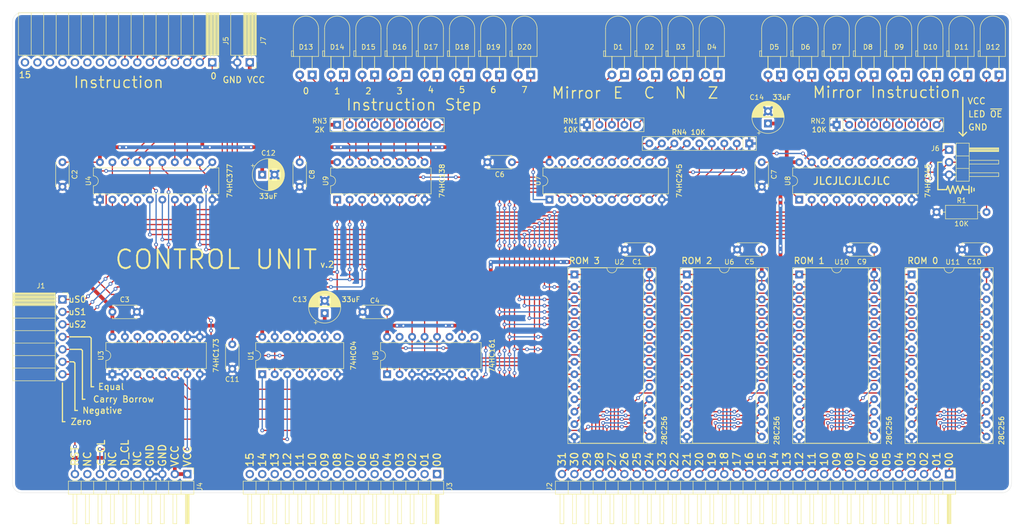
<source format=kicad_pcb>
(kicad_pcb (version 20171130) (host pcbnew "(5.1.5)-3")
  (layers (0 F.Cu signal) (31 B.Cu signal) (34 B.Paste user) (35 F.Paste user) (36 B.SilkS user) (37 F.SilkS user) (38 B.Mask user) (39 F.Mask user) (44 Edge.Cuts user))
  (net 0 "")
  (net 1 GND)
  (net 2 VCC)
  (net 3 "Net-(D1-Pad2)")
  (net 4 "Net-(D1-Pad1)")
  (net 5 "Net-(D2-Pad2)")
  (net 6 "Net-(D2-Pad1)")
  (net 7 "Net-(D3-Pad2)")
  (net 8 "Net-(D3-Pad1)")
  (net 9 "Net-(D4-Pad2)")
  (net 10 "Net-(D4-Pad1)")
  (net 11 "Net-(D5-Pad2)")
  (net 12 "Net-(D5-Pad1)")
  (net 13 "Net-(D6-Pad2)")
  (net 14 "Net-(D6-Pad1)")
  (net 15 "Net-(D7-Pad2)")
  (net 16 "Net-(D7-Pad1)")
  (net 17 "Net-(D8-Pad2)")
  (net 18 "Net-(D8-Pad1)")
  (net 19 "Net-(D9-Pad2)")
  (net 20 "Net-(D9-Pad1)")
  (net 21 "Net-(D10-Pad2)")
  (net 22 "Net-(D10-Pad1)")
  (net 23 "Net-(D11-Pad2)")
  (net 24 "Net-(D11-Pad1)")
  (net 25 "Net-(D12-Pad2)")
  (net 26 "Net-(D12-Pad1)")
  (net 27 /LIN_STEP_0)
  (net 28 "Net-(D13-Pad1)")
  (net 29 /LIN_STEP_1)
  (net 30 "Net-(D14-Pad1)")
  (net 31 /LIN_STEP_2)
  (net 32 "Net-(D15-Pad1)")
  (net 33 /LIN_STEP_3)
  (net 34 "Net-(D16-Pad1)")
  (net 35 /LIN_STEP_4)
  (net 36 "Net-(D17-Pad1)")
  (net 37 /LIN_STEP_5)
  (net 38 "Net-(D18-Pad1)")
  (net 39 /LIN_STEP_6)
  (net 40 "Net-(D19-Pad1)")
  (net 41 /LIN_STEP_7)
  (net 42 "Net-(D20-Pad1)")
  (net 43 /ZERO)
  (net 44 /NEGATIVE)
  (net 45 /CARRY)
  (net 46 /EQUAL)
  (net 47 /ROM_3_7)
  (net 48 /ROM_3_6)
  (net 49 /ROM_3_5)
  (net 50 /ROM_3_4)
  (net 51 /STEP_RESET)
  (net 52 /ROM_3_2)
  (net 53 /ROM_3_1)
  (net 54 /ROM_3_0)
  (net 55 /ROM_2_7)
  (net 56 /ROM_2_6)
  (net 57 /ROM_2_5)
  (net 58 /ROM_2_4)
  (net 59 /ROM_2_3)
  (net 60 /ROM_2_2)
  (net 61 /ROM_2_1)
  (net 62 /ROM_2_0)
  (net 63 /ROM_1_7)
  (net 64 /ROM_1_6)
  (net 65 /ROM_1_5)
  (net 66 /ROM_1_4)
  (net 67 /ROM_1_3)
  (net 68 /ROM_1_2)
  (net 69 /ROM_1_1)
  (net 70 /ROM_1_0)
  (net 71 /ROM_0_7)
  (net 72 /ROM_0_6)
  (net 73 /ROM_0_5)
  (net 74 /ROM_0_4)
  (net 75 /ROM_0_3)
  (net 76 /ROM_0_2)
  (net 77 /ROM_0_1)
  (net 78 /ROM_0_0)
  (net 79 "Net-(J3-Pad1)")
  (net 80 "Net-(J3-Pad2)")
  (net 81 "Net-(J3-Pad3)")
  (net 82 "Net-(J3-Pad4)")
  (net 83 "Net-(J3-Pad5)")
  (net 84 "Net-(J3-Pad6)")
  (net 85 "Net-(J3-Pad7)")
  (net 86 "Net-(J3-Pad8)")
  (net 87 "Net-(J3-Pad9)")
  (net 88 "Net-(J3-Pad10)")
  (net 89 "Net-(J3-Pad11)")
  (net 90 "Net-(J3-Pad12)")
  (net 91 "Net-(J3-Pad13)")
  (net 92 "Net-(J3-Pad14)")
  (net 93 "Net-(J3-Pad15)")
  (net 94 "Net-(J3-Pad16)")
  (net 95 "Net-(J4-Pad5)")
  (net 96 "Net-(J4-Pad6)")
  (net 97 "Net-(J4-Pad7)")
  (net 98 /CONTROL_CLOCK)
  (net 99 "Net-(J4-Pad9)")
  (net 100 /RESET)
  (net 101 "Net-(J5-Pad16)")
  (net 102 "Net-(J5-Pad15)")
  (net 103 "Net-(J5-Pad14)")
  (net 104 "Net-(J5-Pad13)")
  (net 105 "Net-(J5-Pad12)")
  (net 106 "Net-(J5-Pad11)")
  (net 107 "Net-(J5-Pad10)")
  (net 108 "Net-(J5-Pad9)")
  (net 109 /INST_07)
  (net 110 /INST_06)
  (net 111 /INST_05)
  (net 112 /INST_04)
  (net 113 /INST_03)
  (net 114 /INST_02)
  (net 115 /INST_01)
  (net 116 /INST_00)
  (net 117 "Net-(RN4-Pad9)")
  (net 118 "Net-(RN4-Pad8)")
  (net 119 "Net-(RN4-Pad7)")
  (net 120 "Net-(RN4-Pad6)")
  (net 121 "Net-(RN4-Pad5)")
  (net 122 "Net-(RN4-Pad4)")
  (net 123 "Net-(RN4-Pad3)")
  (net 124 "Net-(RN4-Pad2)")
  (net 125 "Net-(U1-Pad6)")
  (net 126 "Net-(U1-Pad12)")
  (net 127 /~RESET)
  (net 128 "Net-(U1-Pad10)")
  (net 129 /~STEP_RESET)
  (net 130 "Net-(U1-Pad8)")
  (net 131 /MIR_INST_6)
  (net 132 /MIR_INST_1)
  (net 133 /MIR_INST_2)
  (net 134 /BIN_STEP_0)
  (net 135 /MIR_INST_4)
  (net 136 /BIN_STEP_1)
  (net 137 /BIN_STEP_2)
  (net 138 /MIR_INST_3)
  (net 139 /MIR_EQUAL)
  (net 140 /MIR_CARRY)
  (net 141 /MIR_NEGATIVE)
  (net 142 /MIR_ZERO)
  (net 143 /MIR_INST_0)
  (net 144 /MIR_INST_5)
  (net 145 /MIR_INST_7)
  (net 146 "Net-(U5-Pad15)")
  (net 147 "Net-(U5-Pad11)")
  (net 148 /LED_CONTROL)
  (module Connector_PinSocket_2.54mm:PinSocket_1x07_P2.54mm_Horizontal (layer F.Cu) (at 60.96 109.22)
    (fp_text reference J1 (at -4.38 -2.77) (layer F.SilkS))
    (fp_text value Conn_01x04_Female)
    (pad 7 thru_hole oval (at 0 15.24) (size 1.7 1.7) (drill 1) (layers *.Cu *.Mask) (net 43 /ZERO))
    (pad 6 thru_hole oval (at 0 12.7) (size 1.7 1.7) (drill 1) (layers *.Cu *.Mask) (net 44 /NEGATIVE))
    (pad 5 thru_hole oval (at 0 10.16) (size 1.7 1.7) (drill 1) (layers *.Cu *.Mask) (net 45 /CARRY))
    (pad 4 thru_hole oval (at 0 7.62) (size 1.7 1.7) (drill 1) (layers *.Cu *.Mask) (net 46 /EQUAL))
    (pad 3 thru_hole oval (at 0 5.08) (size 1.7 1.7) (drill 1) (layers *.Cu *.Mask) (net 137 /BIN_STEP_2))
    (pad 2 thru_hole oval (at 0 2.54) (size 1.7 1.7) (drill 1) (layers *.Cu *.Mask) (net 136 /BIN_STEP_1))
    (pad 1 thru_hole rect (at 0 0) (size 1.7 1.7) (drill 1) (layers *.Cu *.Mask) (net 134 /BIN_STEP_0))
  )
  (module Connector_PinHeader_2.54mm:PinHeader_1x03_P2.54mm_Horizontal (layer F.Cu) (at 241.3 78.74)
    (fp_text reference J6 (at -2.794 -0.254) (layer F.SilkS))
    (fp_text value LED_CONTROL)
    (pad 3 thru_hole oval (at 0 5.08) (size 1.7 1.7) (drill 1) (layers *.Cu *.Mask) (net 1 GND))
    (pad 2 thru_hole oval (at 0 2.54) (size 1.7 1.7) (drill 1) (layers *.Cu *.Mask) (net 148 /LED_CONTROL))
    (pad 1 thru_hole rect (at 0 0) (size 1.7 1.7) (drill 1) (layers *.Cu *.Mask) (net 2 VCC))
  )
  (module Connector_PinSocket_2.54mm:PinSocket_1x16_P2.54mm_Horizontal (layer F.Cu) (at 91.44 60.96 270)
    (fp_text reference J5 (at -4.38 -2.77 90) (layer F.SilkS))
    (fp_text value Conn_01x16_Female)
    (pad 16 thru_hole oval (at 0 38.1 270) (size 1.7 1.7) (drill 1) (layers *.Cu *.Mask) (net 101 "Net-(J5-Pad16)"))
    (pad 15 thru_hole oval (at 0 35.56 270) (size 1.7 1.7) (drill 1) (layers *.Cu *.Mask) (net 102 "Net-(J5-Pad15)"))
    (pad 14 thru_hole oval (at 0 33.02 270) (size 1.7 1.7) (drill 1) (layers *.Cu *.Mask) (net 103 "Net-(J5-Pad14)"))
    (pad 13 thru_hole oval (at 0 30.48 270) (size 1.7 1.7) (drill 1) (layers *.Cu *.Mask) (net 104 "Net-(J5-Pad13)"))
    (pad 12 thru_hole oval (at 0 27.94 270) (size 1.7 1.7) (drill 1) (layers *.Cu *.Mask) (net 105 "Net-(J5-Pad12)"))
    (pad 11 thru_hole oval (at 0 25.4 270) (size 1.7 1.7) (drill 1) (layers *.Cu *.Mask) (net 106 "Net-(J5-Pad11)"))
    (pad 10 thru_hole oval (at 0 22.86 270) (size 1.7 1.7) (drill 1) (layers *.Cu *.Mask) (net 107 "Net-(J5-Pad10)"))
    (pad 9 thru_hole oval (at 0 20.32 270) (size 1.7 1.7) (drill 1) (layers *.Cu *.Mask) (net 108 "Net-(J5-Pad9)"))
    (pad 8 thru_hole oval (at 0 17.78 270) (size 1.7 1.7) (drill 1) (layers *.Cu *.Mask) (net 109 /INST_07))
    (pad 7 thru_hole oval (at 0 15.24 270) (size 1.7 1.7) (drill 1) (layers *.Cu *.Mask) (net 110 /INST_06))
    (pad 6 thru_hole oval (at 0 12.7 270) (size 1.7 1.7) (drill 1) (layers *.Cu *.Mask) (net 111 /INST_05))
    (pad 5 thru_hole oval (at 0 10.16 270) (size 1.7 1.7) (drill 1) (layers *.Cu *.Mask) (net 112 /INST_04))
    (pad 4 thru_hole oval (at 0 7.62 270) (size 1.7 1.7) (drill 1) (layers *.Cu *.Mask) (net 113 /INST_03))
    (pad 3 thru_hole oval (at 0 5.08 270) (size 1.7 1.7) (drill 1) (layers *.Cu *.Mask) (net 114 /INST_02))
    (pad 2 thru_hole oval (at 0 2.54 270) (size 1.7 1.7) (drill 1) (layers *.Cu *.Mask) (net 115 /INST_01))
    (pad 1 thru_hole rect (at 0 0 270) (size 1.7 1.7) (drill 1) (layers *.Cu *.Mask) (net 116 /INST_00))
  )
  (module Resistor_THT:R_Axial_DIN0207_L6.3mm_D2.5mm_P10.16mm_Horizontal (layer F.Cu) (at 238.76 91.44)
    (fp_text reference R1 (at 5.08 -2.37) (layer F.SilkS))
    (fp_text value 10K (at 5.08 2.37) (layer F.SilkS))
    (pad 2 thru_hole oval (at 10.16 0) (size 1.6 1.6) (drill 0.8) (layers *.Cu *.Mask) (net 148 /LED_CONTROL))
    (pad 1 thru_hole circle (at 0 0) (size 1.6 1.6) (drill 0.8) (layers *.Cu *.Mask) (net 1 GND))
  )
  (module Connector_PinSocket_2.54mm:PinSocket_1x02_P2.54mm_Horizontal (layer F.Cu) (at 99.06 60.96 270)
    (fp_text reference J7 (at -4.38 -2.77 90) (layer F.SilkS))
    (fp_text value TOP_POWER)
    (pad 2 thru_hole oval (at 0 2.54 270) (size 1.7 1.7) (drill 1) (layers *.Cu *.Mask) (net 1 GND))
    (pad 1 thru_hole rect (at 0 0 270) (size 1.7 1.7) (drill 1) (layers *.Cu *.Mask) (net 2 VCC))
  )
  (module sixteen-bit-computer:aux-connection (layer F.Cu) (at 86.36 144.78 270)
    (fp_text reference J4 (at 2.54 -2.54 90) (layer F.SilkS))
    (fp_text value Aux_connection)
    (fp_text user VCC (at -3.683 0 90) (layer F.SilkS) (effects (font (size 1.5 1.5) (thickness 0.25))))
    (fp_text user VCC (at -3.683 2.54 90) (layer F.SilkS) (effects (font (size 1.5 1.5) (thickness 0.25))))
    (fp_text user GND (at -3.81 5.08 90) (layer F.SilkS) (effects (font (size 1.5 1.5) (thickness 0.25))))
    (fp_text user GND (at -3.81 7.62 90) (layer F.SilkS) (effects (font (size 1.5 1.5) (thickness 0.25))))
    (fp_text user NC (at -3.175 10.16 90) (layer F.SilkS) (effects (font (size 1.5 1.5) (thickness 0.25))))
    (fp_text user NC (at -3.048 15.24 90) (layer F.SilkS) (effects (font (size 1.5 1.5) (thickness 0.25))))
    (fp_text user NC (at -3.048 20.32 90) (layer F.SilkS) (effects (font (size 1.5 1.5) (thickness 0.25))))
    (fp_text user D_CL (at -4.318 12.7 90) (layer F.SilkS) (effects (font (size 1.5 1.5) (thickness 0.25))))
    (fp_text user C_CL (at -4.318 17.526 90) (layer F.SilkS) (effects (font (size 1.5 1.5) (thickness 0.25))))
    (fp_text user RST (at -3.683 22.86 90) (layer F.SilkS) (effects (font (size 1.5 1.5) (thickness 0.25))))
    (pad 1 thru_hole rect (at 0 0 270) (size 1.7 1.7) (drill 1) (layers *.Cu *.Mask) (net 2 VCC))
    (pad 2 thru_hole oval (at 0 2.54 270) (size 1.7 1.7) (drill 1) (layers *.Cu *.Mask) (net 2 VCC))
    (pad 3 thru_hole oval (at 0 5.08 270) (size 1.7 1.7) (drill 1) (layers *.Cu *.Mask) (net 1 GND))
    (pad 4 thru_hole oval (at 0 7.62 270) (size 1.7 1.7) (drill 1) (layers *.Cu *.Mask) (net 1 GND))
    (pad 5 thru_hole oval (at 0 10.16 270) (size 1.7 1.7) (drill 1) (layers *.Cu *.Mask) (net 95 "Net-(J4-Pad5)"))
    (pad 6 thru_hole oval (at 0 12.7 270) (size 1.7 1.7) (drill 1) (layers *.Cu *.Mask) (net 96 "Net-(J4-Pad6)"))
    (pad 7 thru_hole oval (at 0 15.24 270) (size 1.7 1.7) (drill 1) (layers *.Cu *.Mask) (net 97 "Net-(J4-Pad7)"))
    (pad 8 thru_hole oval (at 0 17.78 270) (size 1.7 1.7) (drill 1) (layers *.Cu *.Mask) (net 98 /CONTROL_CLOCK))
    (pad 9 thru_hole oval (at 0 20.32 270) (size 1.7 1.7) (drill 1) (layers *.Cu *.Mask) (net 99 "Net-(J4-Pad9)"))
    (pad 10 thru_hole oval (at 0 22.86 270) (size 1.7 1.7) (drill 1) (layers *.Cu *.Mask) (net 100 /RESET))
  )
  (module sixteen-bit-computer:bus-connection (layer F.Cu) (at 137.16 144.78 270)
    (fp_text reference J3 (at 2.54 -2.54 90) (layer F.SilkS))
    (fp_text value Bus_connection)
    (fp_text user 00 (at -2.921 0 270) (layer F.SilkS) (effects (font (size 1.5 1.5) (thickness 0.25))))
    (fp_text user 01 (at -2.921 2.54 270) (layer F.SilkS) (effects (font (size 1.5 1.5) (thickness 0.25))))
    (fp_text user 02 (at -2.921 5.08 270) (layer F.SilkS) (effects (font (size 1.5 1.5) (thickness 0.25))))
    (fp_text user 03 (at -2.921 7.62 90) (layer F.SilkS) (effects (font (size 1.5 1.5) (thickness 0.25))))
    (fp_text user 04 (at -2.921 10.16 90) (layer F.SilkS) (effects (font (size 1.5 1.5) (thickness 0.25))))
    (fp_text user 05 (at -2.921 12.7 90) (layer F.SilkS) (effects (font (size 1.5 1.5) (thickness 0.25))))
    (fp_text user 06 (at -2.921 15.24 90) (layer F.SilkS) (effects (font (size 1.5 1.5) (thickness 0.25))))
    (fp_text user 07 (at -2.921 17.78 90) (layer F.SilkS) (effects (font (size 1.5 1.5) (thickness 0.25))))
    (fp_text user 08 (at -2.921 20.32 90) (layer F.SilkS) (effects (font (size 1.5 1.5) (thickness 0.25))))
    (fp_text user 09 (at -2.921 22.86 90) (layer F.SilkS) (effects (font (size 1.5 1.5) (thickness 0.25))))
    (fp_text user 10 (at -2.921 25.4 90) (layer F.SilkS) (effects (font (size 1.5 1.5) (thickness 0.25))))
    (fp_text user 11 (at -2.921 27.94 90) (layer F.SilkS) (effects (font (size 1.5 1.5) (thickness 0.25))))
    (fp_text user 12 (at -2.921 30.48 90) (layer F.SilkS) (effects (font (size 1.5 1.5) (thickness 0.25))))
    (fp_text user 13 (at -2.921 33.02 90) (layer F.SilkS) (effects (font (size 1.5 1.5) (thickness 0.25))))
    (fp_text user 14 (at -2.921 35.56 90) (layer F.SilkS) (effects (font (size 1.5 1.5) (thickness 0.25))))
    (fp_text user 15 (at -2.921 38.1 90) (layer F.SilkS) (effects (font (size 1.5 1.5) (thickness 0.25))))
    (pad 1 thru_hole rect (at 0 0 270) (size 1.7 1.7) (drill 1) (layers *.Cu *.Mask) (net 79 "Net-(J3-Pad1)"))
    (pad 2 thru_hole oval (at 0 2.54 270) (size 1.7 1.7) (drill 1) (layers *.Cu *.Mask) (net 80 "Net-(J3-Pad2)"))
    (pad 3 thru_hole oval (at 0 5.08 270) (size 1.7 1.7) (drill 1) (layers *.Cu *.Mask) (net 81 "Net-(J3-Pad3)"))
    (pad 4 thru_hole oval (at 0 7.62 270) (size 1.7 1.7) (drill 1) (layers *.Cu *.Mask) (net 82 "Net-(J3-Pad4)"))
    (pad 5 thru_hole oval (at 0 10.16 270) (size 1.7 1.7) (drill 1) (layers *.Cu *.Mask) (net 83 "Net-(J3-Pad5)"))
    (pad 6 thru_hole oval (at 0 12.7 270) (size 1.7 1.7) (drill 1) (layers *.Cu *.Mask) (net 84 "Net-(J3-Pad6)"))
    (pad 7 thru_hole oval (at 0 15.24 270) (size 1.7 1.7) (drill 1) (layers *.Cu *.Mask) (net 85 "Net-(J3-Pad7)"))
    (pad 8 thru_hole oval (at 0 17.78 270) (size 1.7 1.7) (drill 1) (layers *.Cu *.Mask) (net 86 "Net-(J3-Pad8)"))
    (pad 9 thru_hole oval (at 0 20.32 270) (size 1.7 1.7) (drill 1) (layers *.Cu *.Mask) (net 87 "Net-(J3-Pad9)"))
    (pad 10 thru_hole oval (at 0 22.86 270) (size 1.7 1.7) (drill 1) (layers *.Cu *.Mask) (net 88 "Net-(J3-Pad10)"))
    (pad 11 thru_hole oval (at 0 25.4 270) (size 1.7 1.7) (drill 1) (layers *.Cu *.Mask) (net 89 "Net-(J3-Pad11)"))
    (pad 12 thru_hole oval (at 0 27.94 270) (size 1.7 1.7) (drill 1) (layers *.Cu *.Mask) (net 90 "Net-(J3-Pad12)"))
    (pad 13 thru_hole oval (at 0 30.48 270) (size 1.7 1.7) (drill 1) (layers *.Cu *.Mask) (net 91 "Net-(J3-Pad13)"))
    (pad 14 thru_hole oval (at 0 33.02 270) (size 1.7 1.7) (drill 1) (layers *.Cu *.Mask) (net 92 "Net-(J3-Pad14)"))
    (pad 15 thru_hole oval (at 0 35.56 270) (size 1.7 1.7) (drill 1) (layers *.Cu *.Mask) (net 93 "Net-(J3-Pad15)"))
    (pad 16 thru_hole oval (at 0 38.1 270) (size 1.7 1.7) (drill 1) (layers *.Cu *.Mask) (net 94 "Net-(J3-Pad16)"))
  )
  (module sixteen-bit-computer:backplane-connector-single-row (layer F.Cu) (at 241.3 144.78 270)
    (fp_text reference J2 (at 2.54 81.28 90) (layer F.SilkS))
    (fp_text value Control_signal_backplane)
    (fp_text user 00 (at -3.048 0 90) (layer F.SilkS) (effects (font (size 1.5 1.5) (thickness 0.25))))
    (fp_text user 01 (at -3.048 2.54 90) (layer F.SilkS) (effects (font (size 1.5 1.5) (thickness 0.25))))
    (fp_text user 02 (at -3.048 5.08 90) (layer F.SilkS) (effects (font (size 1.5 1.5) (thickness 0.25))))
    (fp_text user 03 (at -3.048 7.62 90) (layer F.SilkS) (effects (font (size 1.5 1.5) (thickness 0.25))))
    (fp_text user 04 (at -3.048 10.16 90) (layer F.SilkS) (effects (font (size 1.5 1.5) (thickness 0.25))))
    (fp_text user 05 (at -3.048 12.7 90) (layer F.SilkS) (effects (font (size 1.5 1.5) (thickness 0.25))))
    (fp_text user 06 (at -3.048 15.24 90) (layer F.SilkS) (effects (font (size 1.5 1.5) (thickness 0.25))))
    (fp_text user 07 (at -3.048 17.78 90) (layer F.SilkS) (effects (font (size 1.5 1.5) (thickness 0.25))))
    (fp_text user 08 (at -3.048 20.32 90) (layer F.SilkS) (effects (font (size 1.5 1.5) (thickness 0.25))))
    (fp_text user 09 (at -3.048 22.86 90) (layer F.SilkS) (effects (font (size 1.5 1.5) (thickness 0.25))))
    (fp_text user 10 (at -3.048 25.4 90) (layer F.SilkS) (effects (font (size 1.5 1.5) (thickness 0.25))))
    (fp_text user 11 (at -3.048 27.94 90) (layer F.SilkS) (effects (font (size 1.5 1.5) (thickness 0.25))))
    (fp_text user 12 (at -3.048 30.48 90) (layer F.SilkS) (effects (font (size 1.5 1.5) (thickness 0.25))))
    (fp_text user 13 (at -3.048 33.02 90) (layer F.SilkS) (effects (font (size 1.5 1.5) (thickness 0.25))))
    (fp_text user 14 (at -3.048 35.56 90) (layer F.SilkS) (effects (font (size 1.5 1.5) (thickness 0.25))))
    (fp_text user 15 (at -3.048 38.1 90) (layer F.SilkS) (effects (font (size 1.5 1.5) (thickness 0.25))))
    (fp_text user 16 (at -3.048 40.64 90) (layer F.SilkS) (effects (font (size 1.5 1.5) (thickness 0.25))))
    (fp_text user 17 (at -3.048 43.18 90) (layer F.SilkS) (effects (font (size 1.5 1.5) (thickness 0.25))))
    (fp_text user 18 (at -3.048 45.72 90) (layer F.SilkS) (effects (font (size 1.5 1.5) (thickness 0.25))))
    (fp_text user 19 (at -3.048 48.26 90) (layer F.SilkS) (effects (font (size 1.5 1.5) (thickness 0.25))))
    (fp_text user 20 (at -3.048 50.8 90) (layer F.SilkS) (effects (font (size 1.5 1.5) (thickness 0.25))))
    (fp_text user 21 (at -3.048 53.34 90) (layer F.SilkS) (effects (font (size 1.5 1.5) (thickness 0.25))))
    (fp_text user 22 (at -3.048 55.88 90) (layer F.SilkS) (effects (font (size 1.5 1.5) (thickness 0.25))))
    (fp_text user 23 (at -3.048 58.42 90) (layer F.SilkS) (effects (font (size 1.5 1.5) (thickness 0.25))))
    (fp_text user 24 (at -3.048 60.96 90) (layer F.SilkS) (effects (font (size 1.5 1.5) (thickness 0.25))))
    (fp_text user 25 (at -3.048 63.5 90) (layer F.SilkS) (effects (font (size 1.5 1.5) (thickness 0.25))))
    (fp_text user 26 (at -3.048 66.04 90) (layer F.SilkS) (effects (font (size 1.5 1.5) (thickness 0.25))))
    (fp_text user 27 (at -3.048 68.58 90) (layer F.SilkS) (effects (font (size 1.5 1.5) (thickness 0.25))))
    (fp_text user 28 (at -3.048 71.12 90) (layer F.SilkS) (effects (font (size 1.5 1.5) (thickness 0.25))))
    (fp_text user 29 (at -3.048 73.66 90) (layer F.SilkS) (effects (font (size 1.5 1.5) (thickness 0.25))))
    (fp_text user 30 (at -3.048 76.2 90) (layer F.SilkS) (effects (font (size 1.5 1.5) (thickness 0.25))))
    (fp_text user 31 (at -3.048 78.74 90) (layer F.SilkS) (effects (font (size 1.5 1.5) (thickness 0.25))))
    (pad 1 thru_hole rect (at 0 0 270) (size 1.7 1.7) (drill 1) (layers *.Cu *.Mask) (net 78 /ROM_0_0))
    (pad 2 thru_hole oval (at 0 2.54 270) (size 1.7 1.7) (drill 1) (layers *.Cu *.Mask) (net 77 /ROM_0_1))
    (pad 3 thru_hole oval (at 0 5.08 270) (size 1.7 1.7) (drill 1) (layers *.Cu *.Mask) (net 76 /ROM_0_2))
    (pad 4 thru_hole oval (at 0 7.62 270) (size 1.7 1.7) (drill 1) (layers *.Cu *.Mask) (net 75 /ROM_0_3))
    (pad 5 thru_hole oval (at 0 10.16 270) (size 1.7 1.7) (drill 1) (layers *.Cu *.Mask) (net 74 /ROM_0_4))
    (pad 6 thru_hole oval (at 0 12.7 270) (size 1.7 1.7) (drill 1) (layers *.Cu *.Mask) (net 73 /ROM_0_5))
    (pad 7 thru_hole oval (at 0 15.24 270) (size 1.7 1.7) (drill 1) (layers *.Cu *.Mask) (net 72 /ROM_0_6))
    (pad 8 thru_hole oval (at 0 17.78 270) (size 1.7 1.7) (drill 1) (layers *.Cu *.Mask) (net 71 /ROM_0_7))
    (pad 9 thru_hole oval (at 0 20.32 270) (size 1.7 1.7) (drill 1) (layers *.Cu *.Mask) (net 70 /ROM_1_0))
    (pad 10 thru_hole oval (at 0 22.86 270) (size 1.7 1.7) (drill 1) (layers *.Cu *.Mask) (net 69 /ROM_1_1))
    (pad 11 thru_hole oval (at 0 25.4 270) (size 1.7 1.7) (drill 1) (layers *.Cu *.Mask) (net 68 /ROM_1_2))
    (pad 12 thru_hole oval (at 0 27.94 270) (size 1.7 1.7) (drill 1) (layers *.Cu *.Mask) (net 67 /ROM_1_3))
    (pad 13 thru_hole oval (at 0 30.48 270) (size 1.7 1.7) (drill 1) (layers *.Cu *.Mask) (net 66 /ROM_1_4))
    (pad 14 thru_hole oval (at 0 33.02 270) (size 1.7 1.7) (drill 1) (layers *.Cu *.Mask) (net 65 /ROM_1_5))
    (pad 15 thru_hole oval (at 0 35.56 270) (size 1.7 1.7) (drill 1) (layers *.Cu *.Mask) (net 64 /ROM_1_6))
    (pad 16 thru_hole oval (at 0 38.1 270) (size 1.7 1.7) (drill 1) (layers *.Cu *.Mask) (net 63 /ROM_1_7))
    (pad 17 thru_hole oval (at 0 40.64 270) (size 1.7 1.7) (drill 1) (layers *.Cu *.Mask) (net 62 /ROM_2_0))
    (pad 18 thru_hole oval (at 0 43.18 270) (size 1.7 1.7) (drill 1) (layers *.Cu *.Mask) (net 61 /ROM_2_1))
    (pad 19 thru_hole oval (at 0 45.72 270) (size 1.7 1.7) (drill 1) (layers *.Cu *.Mask) (net 60 /ROM_2_2))
    (pad 20 thru_hole oval (at 0 48.26 270) (size 1.7 1.7) (drill 1) (layers *.Cu *.Mask) (net 59 /ROM_2_3))
    (pad 21 thru_hole oval (at 0 50.8 270) (size 1.7 1.7) (drill 1) (layers *.Cu *.Mask) (net 58 /ROM_2_4))
    (pad 22 thru_hole oval (at 0 53.34 270) (size 1.7 1.7) (drill 1) (layers *.Cu *.Mask) (net 57 /ROM_2_5))
    (pad 23 thru_hole oval (at 0 55.88 270) (size 1.7 1.7) (drill 1) (layers *.Cu *.Mask) (net 56 /ROM_2_6))
    (pad 24 thru_hole oval (at 0 58.42 270) (size 1.7 1.7) (drill 1) (layers *.Cu *.Mask) (net 55 /ROM_2_7))
    (pad 25 thru_hole oval (at 0 60.96 270) (size 1.7 1.7) (drill 1) (layers *.Cu *.Mask) (net 54 /ROM_3_0))
    (pad 26 thru_hole oval (at 0 63.5 270) (size 1.7 1.7) (drill 1) (layers *.Cu *.Mask) (net 53 /ROM_3_1))
    (pad 27 thru_hole oval (at 0 66.04 270) (size 1.7 1.7) (drill 1) (layers *.Cu *.Mask) (net 52 /ROM_3_2))
    (pad 28 thru_hole oval (at 0 68.58 270) (size 1.7 1.7) (drill 1) (layers *.Cu *.Mask) (net 51 /STEP_RESET))
    (pad 29 thru_hole oval (at 0 71.12 270) (size 1.7 1.7) (drill 1) (layers *.Cu *.Mask) (net 50 /ROM_3_4))
    (pad 30 thru_hole oval (at 0 73.66 270) (size 1.7 1.7) (drill 1) (layers *.Cu *.Mask) (net 49 /ROM_3_5))
    (pad 31 thru_hole oval (at 0 76.2 270) (size 1.7 1.7) (drill 1) (layers *.Cu *.Mask) (net 48 /ROM_3_6))
    (pad 32 thru_hole oval (at 0 78.74 270) (size 1.7 1.7) (drill 1) (layers *.Cu *.Mask) (net 47 /ROM_3_7))
  )
  (module sixteen-bit-computer:LED_D5.0mm_Horizontal_O3.81mm_Z3.0mm (layer F.Cu) (at 156.21 63.5 180)
    (fp_text reference D20 (at 1.27 5.66) (layer F.SilkS))
    (fp_text value LED)
    (pad 2 thru_hole circle (at 2.54 0 180) (size 1.8 1.8) (drill 0.9) (layers *.Cu *.Mask) (net 41 /LIN_STEP_7))
    (pad 1 thru_hole rect (at 0 0 180) (size 1.8 1.8) (drill 0.9) (layers *.Cu *.Mask) (net 42 "Net-(D20-Pad1)"))
  )
  (module sixteen-bit-computer:LED_D5.0mm_Horizontal_O3.81mm_Z3.0mm (layer F.Cu) (at 149.86 63.5 180)
    (fp_text reference D19 (at 1.27 5.66) (layer F.SilkS))
    (fp_text value LED)
    (pad 2 thru_hole circle (at 2.54 0 180) (size 1.8 1.8) (drill 0.9) (layers *.Cu *.Mask) (net 39 /LIN_STEP_6))
    (pad 1 thru_hole rect (at 0 0 180) (size 1.8 1.8) (drill 0.9) (layers *.Cu *.Mask) (net 40 "Net-(D19-Pad1)"))
  )
  (module sixteen-bit-computer:LED_D5.0mm_Horizontal_O3.81mm_Z3.0mm (layer F.Cu) (at 143.51 63.5 180)
    (fp_text reference D18 (at 1.27 5.66) (layer F.SilkS))
    (fp_text value LED)
    (pad 2 thru_hole circle (at 2.54 0 180) (size 1.8 1.8) (drill 0.9) (layers *.Cu *.Mask) (net 37 /LIN_STEP_5))
    (pad 1 thru_hole rect (at 0 0 180) (size 1.8 1.8) (drill 0.9) (layers *.Cu *.Mask) (net 38 "Net-(D18-Pad1)"))
  )
  (module sixteen-bit-computer:LED_D5.0mm_Horizontal_O3.81mm_Z3.0mm (layer F.Cu) (at 137.16 63.5 180)
    (fp_text reference D17 (at 1.27 5.66) (layer F.SilkS))
    (fp_text value LED)
    (pad 2 thru_hole circle (at 2.54 0 180) (size 1.8 1.8) (drill 0.9) (layers *.Cu *.Mask) (net 35 /LIN_STEP_4))
    (pad 1 thru_hole rect (at 0 0 180) (size 1.8 1.8) (drill 0.9) (layers *.Cu *.Mask) (net 36 "Net-(D17-Pad1)"))
  )
  (module sixteen-bit-computer:LED_D5.0mm_Horizontal_O3.81mm_Z3.0mm (layer F.Cu) (at 130.81 63.5 180)
    (fp_text reference D16 (at 1.27 5.66) (layer F.SilkS))
    (fp_text value LED)
    (pad 2 thru_hole circle (at 2.54 0 180) (size 1.8 1.8) (drill 0.9) (layers *.Cu *.Mask) (net 33 /LIN_STEP_3))
    (pad 1 thru_hole rect (at 0 0 180) (size 1.8 1.8) (drill 0.9) (layers *.Cu *.Mask) (net 34 "Net-(D16-Pad1)"))
  )
  (module sixteen-bit-computer:LED_D5.0mm_Horizontal_O3.81mm_Z3.0mm (layer F.Cu) (at 124.46 63.5 180)
    (fp_text reference D15 (at 1.27 5.66) (layer F.SilkS))
    (fp_text value LED)
    (pad 2 thru_hole circle (at 2.54 0 180) (size 1.8 1.8) (drill 0.9) (layers *.Cu *.Mask) (net 31 /LIN_STEP_2))
    (pad 1 thru_hole rect (at 0 0 180) (size 1.8 1.8) (drill 0.9) (layers *.Cu *.Mask) (net 32 "Net-(D15-Pad1)"))
  )
  (module sixteen-bit-computer:LED_D5.0mm_Horizontal_O3.81mm_Z3.0mm (layer F.Cu) (at 118.11 63.5 180)
    (fp_text reference D14 (at 1.27 5.66) (layer F.SilkS))
    (fp_text value LED)
    (pad 2 thru_hole circle (at 2.54 0 180) (size 1.8 1.8) (drill 0.9) (layers *.Cu *.Mask) (net 29 /LIN_STEP_1))
    (pad 1 thru_hole rect (at 0 0 180) (size 1.8 1.8) (drill 0.9) (layers *.Cu *.Mask) (net 30 "Net-(D14-Pad1)"))
  )
  (module sixteen-bit-computer:LED_D5.0mm_Horizontal_O3.81mm_Z3.0mm (layer F.Cu) (at 111.76 63.5 180)
    (fp_text reference D13 (at 1.27 5.66) (layer F.SilkS))
    (fp_text value LED)
    (pad 2 thru_hole circle (at 2.54 0 180) (size 1.8 1.8) (drill 0.9) (layers *.Cu *.Mask) (net 27 /LIN_STEP_0))
    (pad 1 thru_hole rect (at 0 0 180) (size 1.8 1.8) (drill 0.9) (layers *.Cu *.Mask) (net 28 "Net-(D13-Pad1)"))
  )
  (module sixteen-bit-computer:LED_D5.0mm_Horizontal_O3.81mm_Z3.0mm (layer F.Cu) (at 251.46 63.5 180)
    (fp_text reference D12 (at 1.27 5.66) (layer F.SilkS))
    (fp_text value LED)
    (pad 2 thru_hole circle (at 2.54 0 180) (size 1.8 1.8) (drill 0.9) (layers *.Cu *.Mask) (net 25 "Net-(D12-Pad2)"))
    (pad 1 thru_hole rect (at 0 0 180) (size 1.8 1.8) (drill 0.9) (layers *.Cu *.Mask) (net 26 "Net-(D12-Pad1)"))
  )
  (module sixteen-bit-computer:LED_D5.0mm_Horizontal_O3.81mm_Z3.0mm (layer F.Cu) (at 245.11 63.5 180)
    (fp_text reference D11 (at 1.27 5.66) (layer F.SilkS))
    (fp_text value LED)
    (pad 2 thru_hole circle (at 2.54 0 180) (size 1.8 1.8) (drill 0.9) (layers *.Cu *.Mask) (net 23 "Net-(D11-Pad2)"))
    (pad 1 thru_hole rect (at 0 0 180) (size 1.8 1.8) (drill 0.9) (layers *.Cu *.Mask) (net 24 "Net-(D11-Pad1)"))
  )
  (module sixteen-bit-computer:LED_D5.0mm_Horizontal_O3.81mm_Z3.0mm (layer F.Cu) (at 238.76 63.5 180)
    (fp_text reference D10 (at 1.27 5.66) (layer F.SilkS))
    (fp_text value LED)
    (pad 2 thru_hole circle (at 2.54 0 180) (size 1.8 1.8) (drill 0.9) (layers *.Cu *.Mask) (net 21 "Net-(D10-Pad2)"))
    (pad 1 thru_hole rect (at 0 0 180) (size 1.8 1.8) (drill 0.9) (layers *.Cu *.Mask) (net 22 "Net-(D10-Pad1)"))
  )
  (module sixteen-bit-computer:LED_D5.0mm_Horizontal_O3.81mm_Z3.0mm (layer F.Cu) (at 232.41 63.5 180)
    (fp_text reference D9 (at 1.27 5.66) (layer F.SilkS))
    (fp_text value LED)
    (pad 2 thru_hole circle (at 2.54 0 180) (size 1.8 1.8) (drill 0.9) (layers *.Cu *.Mask) (net 19 "Net-(D9-Pad2)"))
    (pad 1 thru_hole rect (at 0 0 180) (size 1.8 1.8) (drill 0.9) (layers *.Cu *.Mask) (net 20 "Net-(D9-Pad1)"))
  )
  (module sixteen-bit-computer:LED_D5.0mm_Horizontal_O3.81mm_Z3.0mm (layer F.Cu) (at 226.06 63.5 180)
    (fp_text reference D8 (at 1.27 5.66) (layer F.SilkS))
    (fp_text value LED)
    (pad 2 thru_hole circle (at 2.54 0 180) (size 1.8 1.8) (drill 0.9) (layers *.Cu *.Mask) (net 17 "Net-(D8-Pad2)"))
    (pad 1 thru_hole rect (at 0 0 180) (size 1.8 1.8) (drill 0.9) (layers *.Cu *.Mask) (net 18 "Net-(D8-Pad1)"))
  )
  (module sixteen-bit-computer:LED_D5.0mm_Horizontal_O3.81mm_Z3.0mm (layer F.Cu) (at 219.71 63.5 180)
    (fp_text reference D7 (at 1.27 5.66) (layer F.SilkS))
    (fp_text value LED)
    (pad 2 thru_hole circle (at 2.54 0 180) (size 1.8 1.8) (drill 0.9) (layers *.Cu *.Mask) (net 15 "Net-(D7-Pad2)"))
    (pad 1 thru_hole rect (at 0 0 180) (size 1.8 1.8) (drill 0.9) (layers *.Cu *.Mask) (net 16 "Net-(D7-Pad1)"))
  )
  (module sixteen-bit-computer:LED_D5.0mm_Horizontal_O3.81mm_Z3.0mm (layer F.Cu) (at 213.36 63.5 180)
    (fp_text reference D6 (at 1.27 5.66) (layer F.SilkS))
    (fp_text value LED)
    (pad 2 thru_hole circle (at 2.54 0 180) (size 1.8 1.8) (drill 0.9) (layers *.Cu *.Mask) (net 13 "Net-(D6-Pad2)"))
    (pad 1 thru_hole rect (at 0 0 180) (size 1.8 1.8) (drill 0.9) (layers *.Cu *.Mask) (net 14 "Net-(D6-Pad1)"))
  )
  (module sixteen-bit-computer:LED_D5.0mm_Horizontal_O3.81mm_Z3.0mm (layer F.Cu) (at 207.01 63.5 180)
    (fp_text reference D5 (at 1.27 5.66) (layer F.SilkS))
    (fp_text value LED)
    (pad 2 thru_hole circle (at 2.54 0 180) (size 1.8 1.8) (drill 0.9) (layers *.Cu *.Mask) (net 11 "Net-(D5-Pad2)"))
    (pad 1 thru_hole rect (at 0 0 180) (size 1.8 1.8) (drill 0.9) (layers *.Cu *.Mask) (net 12 "Net-(D5-Pad1)"))
  )
  (module sixteen-bit-computer:LED_D5.0mm_Horizontal_O3.81mm_Z3.0mm (layer F.Cu) (at 194.31 63.5 180)
    (fp_text reference D4 (at 1.27 5.66) (layer F.SilkS))
    (fp_text value LED)
    (pad 2 thru_hole circle (at 2.54 0 180) (size 1.8 1.8) (drill 0.9) (layers *.Cu *.Mask) (net 9 "Net-(D4-Pad2)"))
    (pad 1 thru_hole rect (at 0 0 180) (size 1.8 1.8) (drill 0.9) (layers *.Cu *.Mask) (net 10 "Net-(D4-Pad1)"))
  )
  (module sixteen-bit-computer:LED_D5.0mm_Horizontal_O3.81mm_Z3.0mm (layer F.Cu) (at 187.96 63.5 180)
    (fp_text reference D3 (at 1.27 5.66) (layer F.SilkS))
    (fp_text value LED)
    (pad 2 thru_hole circle (at 2.54 0 180) (size 1.8 1.8) (drill 0.9) (layers *.Cu *.Mask) (net 7 "Net-(D3-Pad2)"))
    (pad 1 thru_hole rect (at 0 0 180) (size 1.8 1.8) (drill 0.9) (layers *.Cu *.Mask) (net 8 "Net-(D3-Pad1)"))
  )
  (module sixteen-bit-computer:LED_D5.0mm_Horizontal_O3.81mm_Z3.0mm (layer F.Cu) (at 181.61 63.5 180)
    (fp_text reference D2 (at 1.27 5.66) (layer F.SilkS))
    (fp_text value LED)
    (pad 2 thru_hole circle (at 2.54 0 180) (size 1.8 1.8) (drill 0.9) (layers *.Cu *.Mask) (net 5 "Net-(D2-Pad2)"))
    (pad 1 thru_hole rect (at 0 0 180) (size 1.8 1.8) (drill 0.9) (layers *.Cu *.Mask) (net 6 "Net-(D2-Pad1)"))
  )
  (module sixteen-bit-computer:LED_D5.0mm_Horizontal_O3.81mm_Z3.0mm (layer F.Cu) (at 175.26 63.5 180)
    (fp_text reference D1 (at 1.27 5.66) (layer F.SilkS))
    (fp_text value LED)
    (pad 2 thru_hole circle (at 2.54 0 180) (size 1.8 1.8) (drill 0.9) (layers *.Cu *.Mask) (net 3 "Net-(D1-Pad2)"))
    (pad 1 thru_hole rect (at 0 0 180) (size 1.8 1.8) (drill 0.9) (layers *.Cu *.Mask) (net 4 "Net-(D1-Pad1)"))
  )
  (module Package_DIP:DIP-28_W15.24mm_Socket (layer F.Cu) (at 233.68 104.14)
    (fp_text reference U11 (at 8.382 -2.54) (layer F.SilkS))
    (fp_text value 28C256 (at 18.288 31.75 90) (layer F.SilkS) (effects (font (size 1.016 1.016) (thickness 0.1778))))
    (pad 28 thru_hole oval (at 15.24 0) (size 1.6 1.6) (drill 0.8) (layers *.Cu *.Mask) (net 2 VCC))
    (pad 14 thru_hole oval (at 0 33.02) (size 1.6 1.6) (drill 0.8) (layers *.Cu *.Mask) (net 1 GND))
    (pad 27 thru_hole oval (at 15.24 2.54) (size 1.6 1.6) (drill 0.8) (layers *.Cu *.Mask) (net 2 VCC))
    (pad 13 thru_hole oval (at 0 30.48) (size 1.6 1.6) (drill 0.8) (layers *.Cu *.Mask) (net 76 /ROM_0_2))
    (pad 26 thru_hole oval (at 15.24 5.08) (size 1.6 1.6) (drill 0.8) (layers *.Cu *.Mask) (net 131 /MIR_INST_6))
    (pad 12 thru_hole oval (at 0 27.94) (size 1.6 1.6) (drill 0.8) (layers *.Cu *.Mask) (net 77 /ROM_0_1))
    (pad 25 thru_hole oval (at 15.24 7.62) (size 1.6 1.6) (drill 0.8) (layers *.Cu *.Mask) (net 132 /MIR_INST_1))
    (pad 11 thru_hole oval (at 0 25.4) (size 1.6 1.6) (drill 0.8) (layers *.Cu *.Mask) (net 78 /ROM_0_0))
    (pad 24 thru_hole oval (at 15.24 10.16) (size 1.6 1.6) (drill 0.8) (layers *.Cu *.Mask) (net 133 /MIR_INST_2))
    (pad 10 thru_hole oval (at 0 22.86) (size 1.6 1.6) (drill 0.8) (layers *.Cu *.Mask) (net 134 /BIN_STEP_0))
    (pad 23 thru_hole oval (at 15.24 12.7) (size 1.6 1.6) (drill 0.8) (layers *.Cu *.Mask) (net 135 /MIR_INST_4))
    (pad 9 thru_hole oval (at 0 20.32) (size 1.6 1.6) (drill 0.8) (layers *.Cu *.Mask) (net 136 /BIN_STEP_1))
    (pad 22 thru_hole oval (at 15.24 15.24) (size 1.6 1.6) (drill 0.8) (layers *.Cu *.Mask) (net 1 GND))
    (pad 8 thru_hole oval (at 0 17.78) (size 1.6 1.6) (drill 0.8) (layers *.Cu *.Mask) (net 137 /BIN_STEP_2))
    (pad 21 thru_hole oval (at 15.24 17.78) (size 1.6 1.6) (drill 0.8) (layers *.Cu *.Mask) (net 138 /MIR_INST_3))
    (pad 7 thru_hole oval (at 0 15.24) (size 1.6 1.6) (drill 0.8) (layers *.Cu *.Mask) (net 139 /MIR_EQUAL))
    (pad 20 thru_hole oval (at 15.24 20.32) (size 1.6 1.6) (drill 0.8) (layers *.Cu *.Mask) (net 1 GND))
    (pad 6 thru_hole oval (at 0 12.7) (size 1.6 1.6) (drill 0.8) (layers *.Cu *.Mask) (net 140 /MIR_CARRY))
    (pad 19 thru_hole oval (at 15.24 22.86) (size 1.6 1.6) (drill 0.8) (layers *.Cu *.Mask) (net 71 /ROM_0_7))
    (pad 5 thru_hole oval (at 0 10.16) (size 1.6 1.6) (drill 0.8) (layers *.Cu *.Mask) (net 141 /MIR_NEGATIVE))
    (pad 18 thru_hole oval (at 15.24 25.4) (size 1.6 1.6) (drill 0.8) (layers *.Cu *.Mask) (net 72 /ROM_0_6))
    (pad 4 thru_hole oval (at 0 7.62) (size 1.6 1.6) (drill 0.8) (layers *.Cu *.Mask) (net 142 /MIR_ZERO))
    (pad 17 thru_hole oval (at 15.24 27.94) (size 1.6 1.6) (drill 0.8) (layers *.Cu *.Mask) (net 73 /ROM_0_5))
    (pad 3 thru_hole oval (at 0 5.08) (size 1.6 1.6) (drill 0.8) (layers *.Cu *.Mask) (net 143 /MIR_INST_0))
    (pad 16 thru_hole oval (at 15.24 30.48) (size 1.6 1.6) (drill 0.8) (layers *.Cu *.Mask) (net 74 /ROM_0_4))
    (pad 2 thru_hole oval (at 0 2.54) (size 1.6 1.6) (drill 0.8) (layers *.Cu *.Mask) (net 144 /MIR_INST_5))
    (pad 15 thru_hole oval (at 15.24 33.02) (size 1.6 1.6) (drill 0.8) (layers *.Cu *.Mask) (net 75 /ROM_0_3))
    (pad 1 thru_hole rect (at 0 0) (size 1.6 1.6) (drill 0.8) (layers *.Cu *.Mask) (net 145 /MIR_INST_7))
  )
  (module Package_DIP:DIP-28_W15.24mm_Socket (layer F.Cu) (at 210.82 104.14)
    (fp_text reference U10 (at 8.636 -2.54) (layer F.SilkS))
    (fp_text value 28C256 (at 18.288 31.75 90) (layer F.SilkS) (effects (font (size 1.016 1.016) (thickness 0.1778))))
    (pad 28 thru_hole oval (at 15.24 0) (size 1.6 1.6) (drill 0.8) (layers *.Cu *.Mask) (net 2 VCC))
    (pad 14 thru_hole oval (at 0 33.02) (size 1.6 1.6) (drill 0.8) (layers *.Cu *.Mask) (net 1 GND))
    (pad 27 thru_hole oval (at 15.24 2.54) (size 1.6 1.6) (drill 0.8) (layers *.Cu *.Mask) (net 2 VCC))
    (pad 13 thru_hole oval (at 0 30.48) (size 1.6 1.6) (drill 0.8) (layers *.Cu *.Mask) (net 68 /ROM_1_2))
    (pad 26 thru_hole oval (at 15.24 5.08) (size 1.6 1.6) (drill 0.8) (layers *.Cu *.Mask) (net 131 /MIR_INST_6))
    (pad 12 thru_hole oval (at 0 27.94) (size 1.6 1.6) (drill 0.8) (layers *.Cu *.Mask) (net 69 /ROM_1_1))
    (pad 25 thru_hole oval (at 15.24 7.62) (size 1.6 1.6) (drill 0.8) (layers *.Cu *.Mask) (net 132 /MIR_INST_1))
    (pad 11 thru_hole oval (at 0 25.4) (size 1.6 1.6) (drill 0.8) (layers *.Cu *.Mask) (net 70 /ROM_1_0))
    (pad 24 thru_hole oval (at 15.24 10.16) (size 1.6 1.6) (drill 0.8) (layers *.Cu *.Mask) (net 133 /MIR_INST_2))
    (pad 10 thru_hole oval (at 0 22.86) (size 1.6 1.6) (drill 0.8) (layers *.Cu *.Mask) (net 134 /BIN_STEP_0))
    (pad 23 thru_hole oval (at 15.24 12.7) (size 1.6 1.6) (drill 0.8) (layers *.Cu *.Mask) (net 135 /MIR_INST_4))
    (pad 9 thru_hole oval (at 0 20.32) (size 1.6 1.6) (drill 0.8) (layers *.Cu *.Mask) (net 136 /BIN_STEP_1))
    (pad 22 thru_hole oval (at 15.24 15.24) (size 1.6 1.6) (drill 0.8) (layers *.Cu *.Mask) (net 1 GND))
    (pad 8 thru_hole oval (at 0 17.78) (size 1.6 1.6) (drill 0.8) (layers *.Cu *.Mask) (net 137 /BIN_STEP_2))
    (pad 21 thru_hole oval (at 15.24 17.78) (size 1.6 1.6) (drill 0.8) (layers *.Cu *.Mask) (net 138 /MIR_INST_3))
    (pad 7 thru_hole oval (at 0 15.24) (size 1.6 1.6) (drill 0.8) (layers *.Cu *.Mask) (net 139 /MIR_EQUAL))
    (pad 20 thru_hole oval (at 15.24 20.32) (size 1.6 1.6) (drill 0.8) (layers *.Cu *.Mask) (net 1 GND))
    (pad 6 thru_hole oval (at 0 12.7) (size 1.6 1.6) (drill 0.8) (layers *.Cu *.Mask) (net 140 /MIR_CARRY))
    (pad 19 thru_hole oval (at 15.24 22.86) (size 1.6 1.6) (drill 0.8) (layers *.Cu *.Mask) (net 63 /ROM_1_7))
    (pad 5 thru_hole oval (at 0 10.16) (size 1.6 1.6) (drill 0.8) (layers *.Cu *.Mask) (net 141 /MIR_NEGATIVE))
    (pad 18 thru_hole oval (at 15.24 25.4) (size 1.6 1.6) (drill 0.8) (layers *.Cu *.Mask) (net 64 /ROM_1_6))
    (pad 4 thru_hole oval (at 0 7.62) (size 1.6 1.6) (drill 0.8) (layers *.Cu *.Mask) (net 142 /MIR_ZERO))
    (pad 17 thru_hole oval (at 15.24 27.94) (size 1.6 1.6) (drill 0.8) (layers *.Cu *.Mask) (net 65 /ROM_1_5))
    (pad 3 thru_hole oval (at 0 5.08) (size 1.6 1.6) (drill 0.8) (layers *.Cu *.Mask) (net 143 /MIR_INST_0))
    (pad 16 thru_hole oval (at 15.24 30.48) (size 1.6 1.6) (drill 0.8) (layers *.Cu *.Mask) (net 66 /ROM_1_4))
    (pad 2 thru_hole oval (at 0 2.54) (size 1.6 1.6) (drill 0.8) (layers *.Cu *.Mask) (net 144 /MIR_INST_5))
    (pad 15 thru_hole oval (at 15.24 33.02) (size 1.6 1.6) (drill 0.8) (layers *.Cu *.Mask) (net 67 /ROM_1_3))
    (pad 1 thru_hole rect (at 0 0) (size 1.6 1.6) (drill 0.8) (layers *.Cu *.Mask) (net 145 /MIR_INST_7))
  )
  (module Package_DIP:DIP-28_W15.24mm_Socket (layer F.Cu) (at 187.96 104.14)
    (fp_text reference U6 (at 8.636 -2.54) (layer F.SilkS))
    (fp_text value 28C256 (at 18.288 31.75 90) (layer F.SilkS) (effects (font (size 1.016 1.016) (thickness 0.1778))))
    (pad 28 thru_hole oval (at 15.24 0) (size 1.6 1.6) (drill 0.8) (layers *.Cu *.Mask) (net 2 VCC))
    (pad 14 thru_hole oval (at 0 33.02) (size 1.6 1.6) (drill 0.8) (layers *.Cu *.Mask) (net 1 GND))
    (pad 27 thru_hole oval (at 15.24 2.54) (size 1.6 1.6) (drill 0.8) (layers *.Cu *.Mask) (net 2 VCC))
    (pad 13 thru_hole oval (at 0 30.48) (size 1.6 1.6) (drill 0.8) (layers *.Cu *.Mask) (net 60 /ROM_2_2))
    (pad 26 thru_hole oval (at 15.24 5.08) (size 1.6 1.6) (drill 0.8) (layers *.Cu *.Mask) (net 131 /MIR_INST_6))
    (pad 12 thru_hole oval (at 0 27.94) (size 1.6 1.6) (drill 0.8) (layers *.Cu *.Mask) (net 61 /ROM_2_1))
    (pad 25 thru_hole oval (at 15.24 7.62) (size 1.6 1.6) (drill 0.8) (layers *.Cu *.Mask) (net 132 /MIR_INST_1))
    (pad 11 thru_hole oval (at 0 25.4) (size 1.6 1.6) (drill 0.8) (layers *.Cu *.Mask) (net 62 /ROM_2_0))
    (pad 24 thru_hole oval (at 15.24 10.16) (size 1.6 1.6) (drill 0.8) (layers *.Cu *.Mask) (net 133 /MIR_INST_2))
    (pad 10 thru_hole oval (at 0 22.86) (size 1.6 1.6) (drill 0.8) (layers *.Cu *.Mask) (net 134 /BIN_STEP_0))
    (pad 23 thru_hole oval (at 15.24 12.7) (size 1.6 1.6) (drill 0.8) (layers *.Cu *.Mask) (net 135 /MIR_INST_4))
    (pad 9 thru_hole oval (at 0 20.32) (size 1.6 1.6) (drill 0.8) (layers *.Cu *.Mask) (net 136 /BIN_STEP_1))
    (pad 22 thru_hole oval (at 15.24 15.24) (size 1.6 1.6) (drill 0.8) (layers *.Cu *.Mask) (net 1 GND))
    (pad 8 thru_hole oval (at 0 17.78) (size 1.6 1.6) (drill 0.8) (layers *.Cu *.Mask) (net 137 /BIN_STEP_2))
    (pad 21 thru_hole oval (at 15.24 17.78) (size 1.6 1.6) (drill 0.8) (layers *.Cu *.Mask) (net 138 /MIR_INST_3))
    (pad 7 thru_hole oval (at 0 15.24) (size 1.6 1.6) (drill 0.8) (layers *.Cu *.Mask) (net 139 /MIR_EQUAL))
    (pad 20 thru_hole oval (at 15.24 20.32) (size 1.6 1.6) (drill 0.8) (layers *.Cu *.Mask) (net 1 GND))
    (pad 6 thru_hole oval (at 0 12.7) (size 1.6 1.6) (drill 0.8) (layers *.Cu *.Mask) (net 140 /MIR_CARRY))
    (pad 19 thru_hole oval (at 15.24 22.86) (size 1.6 1.6) (drill 0.8) (layers *.Cu *.Mask) (net 55 /ROM_2_7))
    (pad 5 thru_hole oval (at 0 10.16) (size 1.6 1.6) (drill 0.8) (layers *.Cu *.Mask) (net 141 /MIR_NEGATIVE))
    (pad 18 thru_hole oval (at 15.24 25.4) (size 1.6 1.6) (drill 0.8) (layers *.Cu *.Mask) (net 56 /ROM_2_6))
    (pad 4 thru_hole oval (at 0 7.62) (size 1.6 1.6) (drill 0.8) (layers *.Cu *.Mask) (net 142 /MIR_ZERO))
    (pad 17 thru_hole oval (at 15.24 27.94) (size 1.6 1.6) (drill 0.8) (layers *.Cu *.Mask) (net 57 /ROM_2_5))
    (pad 3 thru_hole oval (at 0 5.08) (size 1.6 1.6) (drill 0.8) (layers *.Cu *.Mask) (net 143 /MIR_INST_0))
    (pad 16 thru_hole oval (at 15.24 30.48) (size 1.6 1.6) (drill 0.8) (layers *.Cu *.Mask) (net 58 /ROM_2_4))
    (pad 2 thru_hole oval (at 0 2.54) (size 1.6 1.6) (drill 0.8) (layers *.Cu *.Mask) (net 144 /MIR_INST_5))
    (pad 15 thru_hole oval (at 15.24 33.02) (size 1.6 1.6) (drill 0.8) (layers *.Cu *.Mask) (net 59 /ROM_2_3))
    (pad 1 thru_hole rect (at 0 0) (size 1.6 1.6) (drill 0.8) (layers *.Cu *.Mask) (net 145 /MIR_INST_7))
  )
  (module Package_DIP:DIP-28_W15.24mm_Socket (layer F.Cu) (at 165.1 104.14)
    (fp_text reference U2 (at 9.144 -2.54) (layer F.SilkS))
    (fp_text value 28C256 (at 18.288 31.75 270) (layer F.SilkS) (effects (font (size 1.016 1.016) (thickness 0.1778))))
    (pad 28 thru_hole oval (at 15.24 0) (size 1.6 1.6) (drill 0.8) (layers *.Cu *.Mask) (net 2 VCC))
    (pad 14 thru_hole oval (at 0 33.02) (size 1.6 1.6) (drill 0.8) (layers *.Cu *.Mask) (net 1 GND))
    (pad 27 thru_hole oval (at 15.24 2.54) (size 1.6 1.6) (drill 0.8) (layers *.Cu *.Mask) (net 2 VCC))
    (pad 13 thru_hole oval (at 0 30.48) (size 1.6 1.6) (drill 0.8) (layers *.Cu *.Mask) (net 52 /ROM_3_2))
    (pad 26 thru_hole oval (at 15.24 5.08) (size 1.6 1.6) (drill 0.8) (layers *.Cu *.Mask) (net 131 /MIR_INST_6))
    (pad 12 thru_hole oval (at 0 27.94) (size 1.6 1.6) (drill 0.8) (layers *.Cu *.Mask) (net 53 /ROM_3_1))
    (pad 25 thru_hole oval (at 15.24 7.62) (size 1.6 1.6) (drill 0.8) (layers *.Cu *.Mask) (net 132 /MIR_INST_1))
    (pad 11 thru_hole oval (at 0 25.4) (size 1.6 1.6) (drill 0.8) (layers *.Cu *.Mask) (net 54 /ROM_3_0))
    (pad 24 thru_hole oval (at 15.24 10.16) (size 1.6 1.6) (drill 0.8) (layers *.Cu *.Mask) (net 133 /MIR_INST_2))
    (pad 10 thru_hole oval (at 0 22.86) (size 1.6 1.6) (drill 0.8) (layers *.Cu *.Mask) (net 134 /BIN_STEP_0))
    (pad 23 thru_hole oval (at 15.24 12.7) (size 1.6 1.6) (drill 0.8) (layers *.Cu *.Mask) (net 135 /MIR_INST_4))
    (pad 9 thru_hole oval (at 0 20.32) (size 1.6 1.6) (drill 0.8) (layers *.Cu *.Mask) (net 136 /BIN_STEP_1))
    (pad 22 thru_hole oval (at 15.24 15.24) (size 1.6 1.6) (drill 0.8) (layers *.Cu *.Mask) (net 1 GND))
    (pad 8 thru_hole oval (at 0 17.78) (size 1.6 1.6) (drill 0.8) (layers *.Cu *.Mask) (net 137 /BIN_STEP_2))
    (pad 21 thru_hole oval (at 15.24 17.78) (size 1.6 1.6) (drill 0.8) (layers *.Cu *.Mask) (net 138 /MIR_INST_3))
    (pad 7 thru_hole oval (at 0 15.24) (size 1.6 1.6) (drill 0.8) (layers *.Cu *.Mask) (net 139 /MIR_EQUAL))
    (pad 20 thru_hole oval (at 15.24 20.32) (size 1.6 1.6) (drill 0.8) (layers *.Cu *.Mask) (net 1 GND))
    (pad 6 thru_hole oval (at 0 12.7) (size 1.6 1.6) (drill 0.8) (layers *.Cu *.Mask) (net 140 /MIR_CARRY))
    (pad 19 thru_hole oval (at 15.24 22.86) (size 1.6 1.6) (drill 0.8) (layers *.Cu *.Mask) (net 47 /ROM_3_7))
    (pad 5 thru_hole oval (at 0 10.16) (size 1.6 1.6) (drill 0.8) (layers *.Cu *.Mask) (net 141 /MIR_NEGATIVE))
    (pad 18 thru_hole oval (at 15.24 25.4) (size 1.6 1.6) (drill 0.8) (layers *.Cu *.Mask) (net 48 /ROM_3_6))
    (pad 4 thru_hole oval (at 0 7.62) (size 1.6 1.6) (drill 0.8) (layers *.Cu *.Mask) (net 142 /MIR_ZERO))
    (pad 17 thru_hole oval (at 15.24 27.94) (size 1.6 1.6) (drill 0.8) (layers *.Cu *.Mask) (net 49 /ROM_3_5))
    (pad 3 thru_hole oval (at 0 5.08) (size 1.6 1.6) (drill 0.8) (layers *.Cu *.Mask) (net 143 /MIR_INST_0))
    (pad 16 thru_hole oval (at 15.24 30.48) (size 1.6 1.6) (drill 0.8) (layers *.Cu *.Mask) (net 50 /ROM_3_4))
    (pad 2 thru_hole oval (at 0 2.54) (size 1.6 1.6) (drill 0.8) (layers *.Cu *.Mask) (net 144 /MIR_INST_5))
    (pad 15 thru_hole oval (at 15.24 33.02) (size 1.6 1.6) (drill 0.8) (layers *.Cu *.Mask) (net 51 /STEP_RESET))
    (pad 1 thru_hole rect (at 0 0) (size 1.6 1.6) (drill 0.8) (layers *.Cu *.Mask) (net 145 /MIR_INST_7))
  )
  (module Package_DIP:DIP-16_W7.62mm (layer F.Cu) (at 116.84 88.9 90)
    (fp_text reference U9 (at 3.81 -2.33 90) (layer F.SilkS))
    (fp_text value 74HC138 (at 3.81 21.336 90) (layer F.SilkS) (effects (font (size 1.016 1.016) (thickness 0.1778))))
    (pad 16 thru_hole oval (at 7.62 0 90) (size 1.6 1.6) (drill 0.8) (layers *.Cu *.Mask) (net 2 VCC))
    (pad 8 thru_hole oval (at 0 17.78 90) (size 1.6 1.6) (drill 0.8) (layers *.Cu *.Mask) (net 1 GND))
    (pad 15 thru_hole oval (at 7.62 2.54 90) (size 1.6 1.6) (drill 0.8) (layers *.Cu *.Mask) (net 27 /LIN_STEP_0))
    (pad 7 thru_hole oval (at 0 15.24 90) (size 1.6 1.6) (drill 0.8) (layers *.Cu *.Mask) (net 41 /LIN_STEP_7))
    (pad 14 thru_hole oval (at 7.62 5.08 90) (size 1.6 1.6) (drill 0.8) (layers *.Cu *.Mask) (net 29 /LIN_STEP_1))
    (pad 6 thru_hole oval (at 0 12.7 90) (size 1.6 1.6) (drill 0.8) (layers *.Cu *.Mask) (net 2 VCC))
    (pad 13 thru_hole oval (at 7.62 7.62 90) (size 1.6 1.6) (drill 0.8) (layers *.Cu *.Mask) (net 31 /LIN_STEP_2))
    (pad 5 thru_hole oval (at 0 10.16 90) (size 1.6 1.6) (drill 0.8) (layers *.Cu *.Mask) (net 1 GND))
    (pad 12 thru_hole oval (at 7.62 10.16 90) (size 1.6 1.6) (drill 0.8) (layers *.Cu *.Mask) (net 33 /LIN_STEP_3))
    (pad 4 thru_hole oval (at 0 7.62 90) (size 1.6 1.6) (drill 0.8) (layers *.Cu *.Mask) (net 148 /LED_CONTROL))
    (pad 11 thru_hole oval (at 7.62 12.7 90) (size 1.6 1.6) (drill 0.8) (layers *.Cu *.Mask) (net 35 /LIN_STEP_4))
    (pad 3 thru_hole oval (at 0 5.08 90) (size 1.6 1.6) (drill 0.8) (layers *.Cu *.Mask) (net 137 /BIN_STEP_2))
    (pad 10 thru_hole oval (at 7.62 15.24 90) (size 1.6 1.6) (drill 0.8) (layers *.Cu *.Mask) (net 37 /LIN_STEP_5))
    (pad 2 thru_hole oval (at 0 2.54 90) (size 1.6 1.6) (drill 0.8) (layers *.Cu *.Mask) (net 136 /BIN_STEP_1))
    (pad 9 thru_hole oval (at 7.62 17.78 90) (size 1.6 1.6) (drill 0.8) (layers *.Cu *.Mask) (net 39 /LIN_STEP_6))
    (pad 1 thru_hole rect (at 0 0 90) (size 1.6 1.6) (drill 0.8) (layers *.Cu *.Mask) (net 134 /BIN_STEP_0))
  )
  (module Package_DIP:DIP-20_W7.62mm (layer F.Cu) (at 210.82 88.9 90)
    (fp_text reference U8 (at 3.81 -2.33 90) (layer F.SilkS))
    (fp_text value 74HC245 (at 3.81 26.162 90) (layer F.SilkS) (effects (font (size 1.016 1.016) (thickness 0.1778))))
    (pad 20 thru_hole oval (at 7.62 0 90) (size 1.6 1.6) (drill 0.8) (layers *.Cu *.Mask) (net 2 VCC))
    (pad 10 thru_hole oval (at 0 22.86 90) (size 1.6 1.6) (drill 0.8) (layers *.Cu *.Mask) (net 1 GND))
    (pad 19 thru_hole oval (at 7.62 2.54 90) (size 1.6 1.6) (drill 0.8) (layers *.Cu *.Mask) (net 148 /LED_CONTROL))
    (pad 9 thru_hole oval (at 0 20.32 90) (size 1.6 1.6) (drill 0.8) (layers *.Cu *.Mask) (net 143 /MIR_INST_0))
    (pad 18 thru_hole oval (at 7.62 5.08 90) (size 1.6 1.6) (drill 0.8) (layers *.Cu *.Mask) (net 11 "Net-(D5-Pad2)"))
    (pad 8 thru_hole oval (at 0 17.78 90) (size 1.6 1.6) (drill 0.8) (layers *.Cu *.Mask) (net 132 /MIR_INST_1))
    (pad 17 thru_hole oval (at 7.62 7.62 90) (size 1.6 1.6) (drill 0.8) (layers *.Cu *.Mask) (net 13 "Net-(D6-Pad2)"))
    (pad 7 thru_hole oval (at 0 15.24 90) (size 1.6 1.6) (drill 0.8) (layers *.Cu *.Mask) (net 133 /MIR_INST_2))
    (pad 16 thru_hole oval (at 7.62 10.16 90) (size 1.6 1.6) (drill 0.8) (layers *.Cu *.Mask) (net 15 "Net-(D7-Pad2)"))
    (pad 6 thru_hole oval (at 0 12.7 90) (size 1.6 1.6) (drill 0.8) (layers *.Cu *.Mask) (net 138 /MIR_INST_3))
    (pad 15 thru_hole oval (at 7.62 12.7 90) (size 1.6 1.6) (drill 0.8) (layers *.Cu *.Mask) (net 17 "Net-(D8-Pad2)"))
    (pad 5 thru_hole oval (at 0 10.16 90) (size 1.6 1.6) (drill 0.8) (layers *.Cu *.Mask) (net 135 /MIR_INST_4))
    (pad 14 thru_hole oval (at 7.62 15.24 90) (size 1.6 1.6) (drill 0.8) (layers *.Cu *.Mask) (net 19 "Net-(D9-Pad2)"))
    (pad 4 thru_hole oval (at 0 7.62 90) (size 1.6 1.6) (drill 0.8) (layers *.Cu *.Mask) (net 144 /MIR_INST_5))
    (pad 13 thru_hole oval (at 7.62 17.78 90) (size 1.6 1.6) (drill 0.8) (layers *.Cu *.Mask) (net 21 "Net-(D10-Pad2)"))
    (pad 3 thru_hole oval (at 0 5.08 90) (size 1.6 1.6) (drill 0.8) (layers *.Cu *.Mask) (net 131 /MIR_INST_6))
    (pad 12 thru_hole oval (at 7.62 20.32 90) (size 1.6 1.6) (drill 0.8) (layers *.Cu *.Mask) (net 23 "Net-(D11-Pad2)"))
    (pad 2 thru_hole oval (at 0 2.54 90) (size 1.6 1.6) (drill 0.8) (layers *.Cu *.Mask) (net 145 /MIR_INST_7))
    (pad 11 thru_hole oval (at 7.62 22.86 90) (size 1.6 1.6) (drill 0.8) (layers *.Cu *.Mask) (net 25 "Net-(D12-Pad2)"))
    (pad 1 thru_hole rect (at 0 0 90) (size 1.6 1.6) (drill 0.8) (layers *.Cu *.Mask) (net 2 VCC))
  )
  (module Package_DIP:DIP-20_W7.62mm (layer F.Cu) (at 160.02 88.9 90)
    (fp_text reference U7 (at 3.81 -2.33 90) (layer F.SilkS))
    (fp_text value 74HC245 (at 3.81 26.416 90) (layer F.SilkS) (effects (font (size 1.016 1.016) (thickness 0.1778))))
    (pad 20 thru_hole oval (at 7.62 0 90) (size 1.6 1.6) (drill 0.8) (layers *.Cu *.Mask) (net 2 VCC))
    (pad 10 thru_hole oval (at 0 22.86 90) (size 1.6 1.6) (drill 0.8) (layers *.Cu *.Mask) (net 1 GND))
    (pad 19 thru_hole oval (at 7.62 2.54 90) (size 1.6 1.6) (drill 0.8) (layers *.Cu *.Mask) (net 148 /LED_CONTROL))
    (pad 9 thru_hole oval (at 0 20.32 90) (size 1.6 1.6) (drill 0.8) (layers *.Cu *.Mask) (net 124 "Net-(RN4-Pad2)"))
    (pad 18 thru_hole oval (at 7.62 5.08 90) (size 1.6 1.6) (drill 0.8) (layers *.Cu *.Mask) (net 3 "Net-(D1-Pad2)"))
    (pad 8 thru_hole oval (at 0 17.78 90) (size 1.6 1.6) (drill 0.8) (layers *.Cu *.Mask) (net 123 "Net-(RN4-Pad3)"))
    (pad 17 thru_hole oval (at 7.62 7.62 90) (size 1.6 1.6) (drill 0.8) (layers *.Cu *.Mask) (net 5 "Net-(D2-Pad2)"))
    (pad 7 thru_hole oval (at 0 15.24 90) (size 1.6 1.6) (drill 0.8) (layers *.Cu *.Mask) (net 122 "Net-(RN4-Pad4)"))
    (pad 16 thru_hole oval (at 7.62 10.16 90) (size 1.6 1.6) (drill 0.8) (layers *.Cu *.Mask) (net 7 "Net-(D3-Pad2)"))
    (pad 6 thru_hole oval (at 0 12.7 90) (size 1.6 1.6) (drill 0.8) (layers *.Cu *.Mask) (net 121 "Net-(RN4-Pad5)"))
    (pad 15 thru_hole oval (at 7.62 12.7 90) (size 1.6 1.6) (drill 0.8) (layers *.Cu *.Mask) (net 9 "Net-(D4-Pad2)"))
    (pad 5 thru_hole oval (at 0 10.16 90) (size 1.6 1.6) (drill 0.8) (layers *.Cu *.Mask) (net 142 /MIR_ZERO))
    (pad 14 thru_hole oval (at 7.62 15.24 90) (size 1.6 1.6) (drill 0.8) (layers *.Cu *.Mask) (net 117 "Net-(RN4-Pad9)"))
    (pad 4 thru_hole oval (at 0 7.62 90) (size 1.6 1.6) (drill 0.8) (layers *.Cu *.Mask) (net 141 /MIR_NEGATIVE))
    (pad 13 thru_hole oval (at 7.62 17.78 90) (size 1.6 1.6) (drill 0.8) (layers *.Cu *.Mask) (net 118 "Net-(RN4-Pad8)"))
    (pad 3 thru_hole oval (at 0 5.08 90) (size 1.6 1.6) (drill 0.8) (layers *.Cu *.Mask) (net 140 /MIR_CARRY))
    (pad 12 thru_hole oval (at 7.62 20.32 90) (size 1.6 1.6) (drill 0.8) (layers *.Cu *.Mask) (net 119 "Net-(RN4-Pad7)"))
    (pad 2 thru_hole oval (at 0 2.54 90) (size 1.6 1.6) (drill 0.8) (layers *.Cu *.Mask) (net 139 /MIR_EQUAL))
    (pad 11 thru_hole oval (at 7.62 22.86 90) (size 1.6 1.6) (drill 0.8) (layers *.Cu *.Mask) (net 120 "Net-(RN4-Pad6)"))
    (pad 1 thru_hole rect (at 0 0 90) (size 1.6 1.6) (drill 0.8) (layers *.Cu *.Mask) (net 2 VCC))
  )
  (module Package_DIP:DIP-16_W7.62mm (layer F.Cu) (at 127 124.46 90)
    (fp_text reference U5 (at 3.81 -2.33 90) (layer F.SilkS))
    (fp_text value 74HC161 (at 3.81 21.336 270) (layer F.SilkS) (effects (font (size 1.016 1.016) (thickness 0.1778))))
    (pad 16 thru_hole oval (at 7.62 0 90) (size 1.6 1.6) (drill 0.8) (layers *.Cu *.Mask) (net 2 VCC))
    (pad 8 thru_hole oval (at 0 17.78 90) (size 1.6 1.6) (drill 0.8) (layers *.Cu *.Mask) (net 1 GND))
    (pad 15 thru_hole oval (at 7.62 2.54 90) (size 1.6 1.6) (drill 0.8) (layers *.Cu *.Mask) (net 146 "Net-(U5-Pad15)"))
    (pad 7 thru_hole oval (at 0 15.24 90) (size 1.6 1.6) (drill 0.8) (layers *.Cu *.Mask) (net 2 VCC))
    (pad 14 thru_hole oval (at 7.62 5.08 90) (size 1.6 1.6) (drill 0.8) (layers *.Cu *.Mask) (net 134 /BIN_STEP_0))
    (pad 6 thru_hole oval (at 0 12.7 90) (size 1.6 1.6) (drill 0.8) (layers *.Cu *.Mask) (net 1 GND))
    (pad 13 thru_hole oval (at 7.62 7.62 90) (size 1.6 1.6) (drill 0.8) (layers *.Cu *.Mask) (net 136 /BIN_STEP_1))
    (pad 5 thru_hole oval (at 0 10.16 90) (size 1.6 1.6) (drill 0.8) (layers *.Cu *.Mask) (net 1 GND))
    (pad 12 thru_hole oval (at 7.62 10.16 90) (size 1.6 1.6) (drill 0.8) (layers *.Cu *.Mask) (net 137 /BIN_STEP_2))
    (pad 4 thru_hole oval (at 0 7.62 90) (size 1.6 1.6) (drill 0.8) (layers *.Cu *.Mask) (net 1 GND))
    (pad 11 thru_hole oval (at 7.62 12.7 90) (size 1.6 1.6) (drill 0.8) (layers *.Cu *.Mask) (net 147 "Net-(U5-Pad11)"))
    (pad 3 thru_hole oval (at 0 5.08 90) (size 1.6 1.6) (drill 0.8) (layers *.Cu *.Mask) (net 1 GND))
    (pad 10 thru_hole oval (at 7.62 15.24 90) (size 1.6 1.6) (drill 0.8) (layers *.Cu *.Mask) (net 2 VCC))
    (pad 2 thru_hole oval (at 0 2.54 90) (size 1.6 1.6) (drill 0.8) (layers *.Cu *.Mask) (net 98 /CONTROL_CLOCK))
    (pad 9 thru_hole oval (at 7.62 17.78 90) (size 1.6 1.6) (drill 0.8) (layers *.Cu *.Mask) (net 129 /~STEP_RESET))
    (pad 1 thru_hole rect (at 0 0 90) (size 1.6 1.6) (drill 0.8) (layers *.Cu *.Mask) (net 127 /~RESET))
  )
  (module Package_DIP:DIP-20_W7.62mm (layer F.Cu) (at 68.58 88.9 90)
    (fp_text reference U4 (at 3.81 -2.33 90) (layer F.SilkS))
    (fp_text value 74HC377 (at 3.81 26.416 90) (layer F.SilkS) (effects (font (size 1.016 1.016) (thickness 0.1778))))
    (pad 20 thru_hole oval (at 7.62 0 90) (size 1.6 1.6) (drill 0.8) (layers *.Cu *.Mask) (net 2 VCC))
    (pad 10 thru_hole oval (at 0 22.86 90) (size 1.6 1.6) (drill 0.8) (layers *.Cu *.Mask) (net 1 GND))
    (pad 19 thru_hole oval (at 7.62 2.54 90) (size 1.6 1.6) (drill 0.8) (layers *.Cu *.Mask) (net 143 /MIR_INST_0))
    (pad 9 thru_hole oval (at 0 20.32 90) (size 1.6 1.6) (drill 0.8) (layers *.Cu *.Mask) (net 135 /MIR_INST_4))
    (pad 18 thru_hole oval (at 7.62 5.08 90) (size 1.6 1.6) (drill 0.8) (layers *.Cu *.Mask) (net 116 /INST_00))
    (pad 8 thru_hole oval (at 0 17.78 90) (size 1.6 1.6) (drill 0.8) (layers *.Cu *.Mask) (net 112 /INST_04))
    (pad 17 thru_hole oval (at 7.62 7.62 90) (size 1.6 1.6) (drill 0.8) (layers *.Cu *.Mask) (net 115 /INST_01))
    (pad 7 thru_hole oval (at 0 15.24 90) (size 1.6 1.6) (drill 0.8) (layers *.Cu *.Mask) (net 111 /INST_05))
    (pad 16 thru_hole oval (at 7.62 10.16 90) (size 1.6 1.6) (drill 0.8) (layers *.Cu *.Mask) (net 132 /MIR_INST_1))
    (pad 6 thru_hole oval (at 0 12.7 90) (size 1.6 1.6) (drill 0.8) (layers *.Cu *.Mask) (net 144 /MIR_INST_5))
    (pad 15 thru_hole oval (at 7.62 12.7 90) (size 1.6 1.6) (drill 0.8) (layers *.Cu *.Mask) (net 133 /MIR_INST_2))
    (pad 5 thru_hole oval (at 0 10.16 90) (size 1.6 1.6) (drill 0.8) (layers *.Cu *.Mask) (net 131 /MIR_INST_6))
    (pad 14 thru_hole oval (at 7.62 15.24 90) (size 1.6 1.6) (drill 0.8) (layers *.Cu *.Mask) (net 114 /INST_02))
    (pad 4 thru_hole oval (at 0 7.62 90) (size 1.6 1.6) (drill 0.8) (layers *.Cu *.Mask) (net 110 /INST_06))
    (pad 13 thru_hole oval (at 7.62 17.78 90) (size 1.6 1.6) (drill 0.8) (layers *.Cu *.Mask) (net 113 /INST_03))
    (pad 3 thru_hole oval (at 0 5.08 90) (size 1.6 1.6) (drill 0.8) (layers *.Cu *.Mask) (net 109 /INST_07))
    (pad 12 thru_hole oval (at 7.62 20.32 90) (size 1.6 1.6) (drill 0.8) (layers *.Cu *.Mask) (net 138 /MIR_INST_3))
    (pad 2 thru_hole oval (at 0 2.54 90) (size 1.6 1.6) (drill 0.8) (layers *.Cu *.Mask) (net 145 /MIR_INST_7))
    (pad 11 thru_hole oval (at 7.62 22.86 90) (size 1.6 1.6) (drill 0.8) (layers *.Cu *.Mask) (net 98 /CONTROL_CLOCK))
    (pad 1 thru_hole rect (at 0 0 90) (size 1.6 1.6) (drill 0.8) (layers *.Cu *.Mask) (net 1 GND))
  )
  (module Package_DIP:DIP-16_W7.62mm (layer F.Cu) (at 71.12 124.46 90)
    (fp_text reference U3 (at 3.81 -2.33 90) (layer F.SilkS))
    (fp_text value 74HC173 (at 3.81 21.082 90) (layer F.SilkS) (effects (font (size 1.016 1.016) (thickness 0.1778))))
    (pad 16 thru_hole oval (at 7.62 0 90) (size 1.6 1.6) (drill 0.8) (layers *.Cu *.Mask) (net 2 VCC))
    (pad 8 thru_hole oval (at 0 17.78 90) (size 1.6 1.6) (drill 0.8) (layers *.Cu *.Mask) (net 1 GND))
    (pad 15 thru_hole oval (at 7.62 2.54 90) (size 1.6 1.6) (drill 0.8) (layers *.Cu *.Mask) (net 1 GND))
    (pad 7 thru_hole oval (at 0 15.24 90) (size 1.6 1.6) (drill 0.8) (layers *.Cu *.Mask) (net 98 /CONTROL_CLOCK))
    (pad 14 thru_hole oval (at 7.62 5.08 90) (size 1.6 1.6) (drill 0.8) (layers *.Cu *.Mask) (net 46 /EQUAL))
    (pad 6 thru_hole oval (at 0 12.7 90) (size 1.6 1.6) (drill 0.8) (layers *.Cu *.Mask) (net 142 /MIR_ZERO))
    (pad 13 thru_hole oval (at 7.62 7.62 90) (size 1.6 1.6) (drill 0.8) (layers *.Cu *.Mask) (net 45 /CARRY))
    (pad 5 thru_hole oval (at 0 10.16 90) (size 1.6 1.6) (drill 0.8) (layers *.Cu *.Mask) (net 141 /MIR_NEGATIVE))
    (pad 12 thru_hole oval (at 7.62 10.16 90) (size 1.6 1.6) (drill 0.8) (layers *.Cu *.Mask) (net 44 /NEGATIVE))
    (pad 4 thru_hole oval (at 0 7.62 90) (size 1.6 1.6) (drill 0.8) (layers *.Cu *.Mask) (net 140 /MIR_CARRY))
    (pad 11 thru_hole oval (at 7.62 12.7 90) (size 1.6 1.6) (drill 0.8) (layers *.Cu *.Mask) (net 43 /ZERO))
    (pad 3 thru_hole oval (at 0 5.08 90) (size 1.6 1.6) (drill 0.8) (layers *.Cu *.Mask) (net 139 /MIR_EQUAL))
    (pad 10 thru_hole oval (at 7.62 15.24 90) (size 1.6 1.6) (drill 0.8) (layers *.Cu *.Mask) (net 1 GND))
    (pad 2 thru_hole oval (at 0 2.54 90) (size 1.6 1.6) (drill 0.8) (layers *.Cu *.Mask) (net 1 GND))
    (pad 9 thru_hole oval (at 7.62 17.78 90) (size 1.6 1.6) (drill 0.8) (layers *.Cu *.Mask) (net 1 GND))
    (pad 1 thru_hole rect (at 0 0 90) (size 1.6 1.6) (drill 0.8) (layers *.Cu *.Mask) (net 1 GND))
  )
  (module Package_DIP:DIP-14_W7.62mm (layer F.Cu) (at 101.6 124.46 90)
    (fp_text reference U1 (at 3.81 -2.33 90) (layer F.SilkS))
    (fp_text value 74HC04 (at 3.81 18.542 90) (layer F.SilkS) (effects (font (size 1.016 1.016) (thickness 0.1778))))
    (pad 14 thru_hole oval (at 7.62 0 90) (size 1.6 1.6) (drill 0.8) (layers *.Cu *.Mask) (net 2 VCC))
    (pad 7 thru_hole oval (at 0 15.24 90) (size 1.6 1.6) (drill 0.8) (layers *.Cu *.Mask) (net 1 GND))
    (pad 13 thru_hole oval (at 7.62 2.54 90) (size 1.6 1.6) (drill 0.8) (layers *.Cu *.Mask) (net 1 GND))
    (pad 6 thru_hole oval (at 0 12.7 90) (size 1.6 1.6) (drill 0.8) (layers *.Cu *.Mask) (net 125 "Net-(U1-Pad6)"))
    (pad 12 thru_hole oval (at 7.62 5.08 90) (size 1.6 1.6) (drill 0.8) (layers *.Cu *.Mask) (net 126 "Net-(U1-Pad12)"))
    (pad 5 thru_hole oval (at 0 10.16 90) (size 1.6 1.6) (drill 0.8) (layers *.Cu *.Mask) (net 1 GND))
    (pad 11 thru_hole oval (at 7.62 7.62 90) (size 1.6 1.6) (drill 0.8) (layers *.Cu *.Mask) (net 1 GND))
    (pad 4 thru_hole oval (at 0 7.62 90) (size 1.6 1.6) (drill 0.8) (layers *.Cu *.Mask) (net 127 /~RESET))
    (pad 10 thru_hole oval (at 7.62 10.16 90) (size 1.6 1.6) (drill 0.8) (layers *.Cu *.Mask) (net 128 "Net-(U1-Pad10)"))
    (pad 3 thru_hole oval (at 0 5.08 90) (size 1.6 1.6) (drill 0.8) (layers *.Cu *.Mask) (net 100 /RESET))
    (pad 9 thru_hole oval (at 7.62 12.7 90) (size 1.6 1.6) (drill 0.8) (layers *.Cu *.Mask) (net 1 GND))
    (pad 2 thru_hole oval (at 0 2.54 90) (size 1.6 1.6) (drill 0.8) (layers *.Cu *.Mask) (net 129 /~STEP_RESET))
    (pad 8 thru_hole oval (at 7.62 15.24 90) (size 1.6 1.6) (drill 0.8) (layers *.Cu *.Mask) (net 130 "Net-(U1-Pad8)"))
    (pad 1 thru_hole rect (at 0 0 90) (size 1.6 1.6) (drill 0.8) (layers *.Cu *.Mask) (net 51 /STEP_RESET))
  )
  (module Resistor_THT:R_Array_SIP9 (layer F.Cu) (at 200.66 77.47 180)
    (fp_text reference RN4 (at 14.224 2.286) (layer F.SilkS) (effects (font (size 1.016 1.016) (thickness 0.1778))))
    (fp_text value 10K (at 10.414 2.286) (layer F.SilkS) (effects (font (size 1.016 1.016) (thickness 0.1778))))
    (pad 9 thru_hole oval (at 20.32 0 180) (size 1.6 1.6) (drill 0.8) (layers *.Cu *.Mask) (net 117 "Net-(RN4-Pad9)"))
    (pad 8 thru_hole oval (at 17.78 0 180) (size 1.6 1.6) (drill 0.8) (layers *.Cu *.Mask) (net 118 "Net-(RN4-Pad8)"))
    (pad 7 thru_hole oval (at 15.24 0 180) (size 1.6 1.6) (drill 0.8) (layers *.Cu *.Mask) (net 119 "Net-(RN4-Pad7)"))
    (pad 6 thru_hole oval (at 12.7 0 180) (size 1.6 1.6) (drill 0.8) (layers *.Cu *.Mask) (net 120 "Net-(RN4-Pad6)"))
    (pad 5 thru_hole oval (at 10.16 0 180) (size 1.6 1.6) (drill 0.8) (layers *.Cu *.Mask) (net 121 "Net-(RN4-Pad5)"))
    (pad 4 thru_hole oval (at 7.62 0 180) (size 1.6 1.6) (drill 0.8) (layers *.Cu *.Mask) (net 122 "Net-(RN4-Pad4)"))
    (pad 3 thru_hole oval (at 5.08 0 180) (size 1.6 1.6) (drill 0.8) (layers *.Cu *.Mask) (net 123 "Net-(RN4-Pad3)"))
    (pad 2 thru_hole oval (at 2.54 0 180) (size 1.6 1.6) (drill 0.8) (layers *.Cu *.Mask) (net 124 "Net-(RN4-Pad2)"))
    (pad 1 thru_hole rect (at 0 0 180) (size 1.6 1.6) (drill 0.8) (layers *.Cu *.Mask) (net 1 GND))
  )
  (module Resistor_THT:R_Array_SIP9 (layer F.Cu) (at 116.84 73.66)
    (fp_text reference RN3 (at -3.556 -0.762) (layer F.SilkS))
    (fp_text value 2K (at -3.556 1.016) (layer F.SilkS) (effects (font (size 1.016 1.016) (thickness 0.1778))))
    (pad 9 thru_hole oval (at 20.32 0) (size 1.6 1.6) (drill 0.8) (layers *.Cu *.Mask) (net 42 "Net-(D20-Pad1)"))
    (pad 8 thru_hole oval (at 17.78 0) (size 1.6 1.6) (drill 0.8) (layers *.Cu *.Mask) (net 40 "Net-(D19-Pad1)"))
    (pad 7 thru_hole oval (at 15.24 0) (size 1.6 1.6) (drill 0.8) (layers *.Cu *.Mask) (net 38 "Net-(D18-Pad1)"))
    (pad 6 thru_hole oval (at 12.7 0) (size 1.6 1.6) (drill 0.8) (layers *.Cu *.Mask) (net 36 "Net-(D17-Pad1)"))
    (pad 5 thru_hole oval (at 10.16 0) (size 1.6 1.6) (drill 0.8) (layers *.Cu *.Mask) (net 34 "Net-(D16-Pad1)"))
    (pad 4 thru_hole oval (at 7.62 0) (size 1.6 1.6) (drill 0.8) (layers *.Cu *.Mask) (net 32 "Net-(D15-Pad1)"))
    (pad 3 thru_hole oval (at 5.08 0) (size 1.6 1.6) (drill 0.8) (layers *.Cu *.Mask) (net 30 "Net-(D14-Pad1)"))
    (pad 2 thru_hole oval (at 2.54 0) (size 1.6 1.6) (drill 0.8) (layers *.Cu *.Mask) (net 28 "Net-(D13-Pad1)"))
    (pad 1 thru_hole rect (at 0 0) (size 1.6 1.6) (drill 0.8) (layers *.Cu *.Mask) (net 2 VCC))
  )
  (module Resistor_THT:R_Array_SIP9 (layer F.Cu) (at 218.44 73.66)
    (fp_text reference RN2 (at -3.81 -0.762) (layer F.SilkS))
    (fp_text value 10K (at -3.556 1.016) (layer F.SilkS) (effects (font (size 1.016 1.016) (thickness 0.1778))))
    (pad 9 thru_hole oval (at 20.32 0) (size 1.6 1.6) (drill 0.8) (layers *.Cu *.Mask) (net 26 "Net-(D12-Pad1)"))
    (pad 8 thru_hole oval (at 17.78 0) (size 1.6 1.6) (drill 0.8) (layers *.Cu *.Mask) (net 24 "Net-(D11-Pad1)"))
    (pad 7 thru_hole oval (at 15.24 0) (size 1.6 1.6) (drill 0.8) (layers *.Cu *.Mask) (net 22 "Net-(D10-Pad1)"))
    (pad 6 thru_hole oval (at 12.7 0) (size 1.6 1.6) (drill 0.8) (layers *.Cu *.Mask) (net 20 "Net-(D9-Pad1)"))
    (pad 5 thru_hole oval (at 10.16 0) (size 1.6 1.6) (drill 0.8) (layers *.Cu *.Mask) (net 18 "Net-(D8-Pad1)"))
    (pad 4 thru_hole oval (at 7.62 0) (size 1.6 1.6) (drill 0.8) (layers *.Cu *.Mask) (net 16 "Net-(D7-Pad1)"))
    (pad 3 thru_hole oval (at 5.08 0) (size 1.6 1.6) (drill 0.8) (layers *.Cu *.Mask) (net 14 "Net-(D6-Pad1)"))
    (pad 2 thru_hole oval (at 2.54 0) (size 1.6 1.6) (drill 0.8) (layers *.Cu *.Mask) (net 12 "Net-(D5-Pad1)"))
    (pad 1 thru_hole rect (at 0 0) (size 1.6 1.6) (drill 0.8) (layers *.Cu *.Mask) (net 1 GND))
  )
  (module Resistor_THT:R_Array_SIP5 (layer F.Cu) (at 167.64 73.66)
    (fp_text reference RN1 (at -3.302 -0.762) (layer F.SilkS) (effects (font (size 1.016 1.016) (thickness 0.1778))))
    (fp_text value 10K (at -3.302 1.016) (layer F.SilkS) (effects (font (size 1.016 1.016) (thickness 0.1778))))
    (pad 5 thru_hole oval (at 10.16 0) (size 1.6 1.6) (drill 0.8) (layers *.Cu *.Mask) (net 10 "Net-(D4-Pad1)"))
    (pad 4 thru_hole oval (at 7.62 0) (size 1.6 1.6) (drill 0.8) (layers *.Cu *.Mask) (net 8 "Net-(D3-Pad1)"))
    (pad 3 thru_hole oval (at 5.08 0) (size 1.6 1.6) (drill 0.8) (layers *.Cu *.Mask) (net 6 "Net-(D2-Pad1)"))
    (pad 2 thru_hole oval (at 2.54 0) (size 1.6 1.6) (drill 0.8) (layers *.Cu *.Mask) (net 4 "Net-(D1-Pad1)"))
    (pad 1 thru_hole rect (at 0 0) (size 1.6 1.6) (drill 0.8) (layers *.Cu *.Mask) (net 1 GND))
  )
  (module Capacitor_THT:CP_Radial_D6.3mm_P2.50mm (layer F.Cu) (at 204.47 73.406 90)
    (fp_text reference C14 (at 5.334 -2.286 180) (layer F.SilkS))
    (fp_text value 33uF (at 5.334 2.794 180) (layer F.SilkS) (effects (font (size 1.016 1.016) (thickness 0.1778))))
    (pad 2 thru_hole circle (at 2.5 0 90) (size 1.6 1.6) (drill 0.8) (layers *.Cu *.Mask) (net 1 GND))
    (pad 1 thru_hole rect (at 0 0 90) (size 1.6 1.6) (drill 0.8) (layers *.Cu *.Mask) (net 2 VCC))
  )
  (module Capacitor_THT:CP_Radial_D6.3mm_P2.50mm (layer F.Cu) (at 114.3 112.014 90)
    (fp_text reference C13 (at 2.794 -5.08 180) (layer F.SilkS))
    (fp_text value 33uF (at 2.794 5.334 180) (layer F.SilkS) (effects (font (size 1.016 1.016) (thickness 0.1778))))
    (pad 2 thru_hole circle (at 2.5 0 90) (size 1.6 1.6) (drill 0.8) (layers *.Cu *.Mask) (net 1 GND))
    (pad 1 thru_hole rect (at 0 0 90) (size 1.6 1.6) (drill 0.8) (layers *.Cu *.Mask) (net 2 VCC))
  )
  (module Capacitor_THT:CP_Radial_D6.3mm_P2.50mm (layer F.Cu) (at 101.6 83.82)
    (fp_text reference C12 (at 1.25 -4.4) (layer F.SilkS))
    (fp_text value 33uF (at 1.25 4.4) (layer F.SilkS) (effects (font (size 1.016 1.016) (thickness 0.1778))))
    (pad 2 thru_hole circle (at 2.5 0) (size 1.6 1.6) (drill 0.8) (layers *.Cu *.Mask) (net 1 GND))
    (pad 1 thru_hole rect (at 0 0) (size 1.6 1.6) (drill 0.8) (layers *.Cu *.Mask) (net 2 VCC))
  )
  (module Capacitor_THT:C_Disc_D4.7mm_W2.5mm_P5.00mm (layer F.Cu) (at 95.504 118.364 270)
    (fp_text reference C11 (at 7.112 0 180) (layer F.SilkS))
    (fp_text value 0.1uF)
    (pad 2 thru_hole circle (at 5 0 270) (size 1.6 1.6) (drill 0.8) (layers *.Cu *.Mask) (net 1 GND))
    (pad 1 thru_hole circle (at 0 0 270) (size 1.6 1.6) (drill 0.8) (layers *.Cu *.Mask) (net 2 VCC))
  )
  (module Capacitor_THT:C_Disc_D4.7mm_W2.5mm_P5.00mm (layer F.Cu) (at 248.92 99.06 180)
    (fp_text reference C10 (at 2.5 -2.5) (layer F.SilkS))
    (fp_text value 0.1uF)
    (pad 2 thru_hole circle (at 5 0 180) (size 1.6 1.6) (drill 0.8) (layers *.Cu *.Mask) (net 1 GND))
    (pad 1 thru_hole circle (at 0 0 180) (size 1.6 1.6) (drill 0.8) (layers *.Cu *.Mask) (net 2 VCC))
  )
  (module Capacitor_THT:C_Disc_D4.7mm_W2.5mm_P5.00mm (layer F.Cu) (at 226.06 99.06 180)
    (fp_text reference C9 (at 2.5 -2.5) (layer F.SilkS))
    (fp_text value 0.1uF)
    (pad 2 thru_hole circle (at 5 0 180) (size 1.6 1.6) (drill 0.8) (layers *.Cu *.Mask) (net 1 GND))
    (pad 1 thru_hole circle (at 0 0 180) (size 1.6 1.6) (drill 0.8) (layers *.Cu *.Mask) (net 2 VCC))
  )
  (module Capacitor_THT:C_Disc_D4.7mm_W2.5mm_P5.00mm (layer F.Cu) (at 109.22 81.28 270)
    (fp_text reference C8 (at 2.5 -2.5 90) (layer F.SilkS))
    (fp_text value 0.1uF)
    (pad 2 thru_hole circle (at 5 0 270) (size 1.6 1.6) (drill 0.8) (layers *.Cu *.Mask) (net 1 GND))
    (pad 1 thru_hole circle (at 0 0 270) (size 1.6 1.6) (drill 0.8) (layers *.Cu *.Mask) (net 2 VCC))
  )
  (module Capacitor_THT:C_Disc_D4.7mm_W2.5mm_P5.00mm (layer F.Cu) (at 203.2 81.28 270)
    (fp_text reference C7 (at 2.5 -2.5 90) (layer F.SilkS))
    (fp_text value 0.1uF)
    (pad 2 thru_hole circle (at 5 0 270) (size 1.6 1.6) (drill 0.8) (layers *.Cu *.Mask) (net 1 GND))
    (pad 1 thru_hole circle (at 0 0 270) (size 1.6 1.6) (drill 0.8) (layers *.Cu *.Mask) (net 2 VCC))
  )
  (module Capacitor_THT:C_Disc_D4.7mm_W2.5mm_P5.00mm (layer F.Cu) (at 152.4 81.28 180)
    (fp_text reference C6 (at 2.5 -2.5) (layer F.SilkS))
    (fp_text value 0.1uF)
    (pad 2 thru_hole circle (at 5 0 180) (size 1.6 1.6) (drill 0.8) (layers *.Cu *.Mask) (net 1 GND))
    (pad 1 thru_hole circle (at 0 0 180) (size 1.6 1.6) (drill 0.8) (layers *.Cu *.Mask) (net 2 VCC))
  )
  (module Capacitor_THT:C_Disc_D4.7mm_W2.5mm_P5.00mm (layer F.Cu) (at 203.2 99.06 180)
    (fp_text reference C5 (at 2.5 -2.5) (layer F.SilkS))
    (fp_text value 0.1uF)
    (pad 2 thru_hole circle (at 5 0 180) (size 1.6 1.6) (drill 0.8) (layers *.Cu *.Mask) (net 1 GND))
    (pad 1 thru_hole circle (at 0 0 180) (size 1.6 1.6) (drill 0.8) (layers *.Cu *.Mask) (net 2 VCC))
  )
  (module Capacitor_THT:C_Disc_D4.7mm_W2.5mm_P5.00mm (layer F.Cu) (at 127 111.76 180)
    (fp_text reference C4 (at 2.5 2.286) (layer F.SilkS))
    (fp_text value 0.1uF)
    (pad 2 thru_hole circle (at 5 0 180) (size 1.6 1.6) (drill 0.8) (layers *.Cu *.Mask) (net 1 GND))
    (pad 1 thru_hole circle (at 0 0 180) (size 1.6 1.6) (drill 0.8) (layers *.Cu *.Mask) (net 2 VCC))
  )
  (module Capacitor_THT:C_Disc_D4.7mm_W2.5mm_P5.00mm (layer F.Cu) (at 71.12 111.76)
    (fp_text reference C3 (at 2.5 -2.5) (layer F.SilkS))
    (fp_text value 0.1uF)
    (pad 2 thru_hole circle (at 5 0) (size 1.6 1.6) (drill 0.8) (layers *.Cu *.Mask) (net 1 GND))
    (pad 1 thru_hole circle (at 0 0) (size 1.6 1.6) (drill 0.8) (layers *.Cu *.Mask) (net 2 VCC))
  )
  (module Capacitor_THT:C_Disc_D4.7mm_W2.5mm_P5.00mm (layer F.Cu) (at 60.96 81.28 270)
    (fp_text reference C2 (at 2.5 -2.5 90) (layer F.SilkS))
    (fp_text value 0.1uF)
    (pad 2 thru_hole circle (at 5 0 270) (size 1.6 1.6) (drill 0.8) (layers *.Cu *.Mask) (net 1 GND))
    (pad 1 thru_hole circle (at 0 0 270) (size 1.6 1.6) (drill 0.8) (layers *.Cu *.Mask) (net 2 VCC))
  )
  (module Capacitor_THT:C_Disc_D4.7mm_W2.5mm_P5.00mm (layer F.Cu) (at 180.34 99.06 180)
    (fp_text reference C1 (at 2.5 -2.5) (layer F.SilkS))
    (fp_text value 0.1uF)
    (pad 2 thru_hole circle (at 5 0 180) (size 1.6 1.6) (drill 0.8) (layers *.Cu *.Mask) (net 1 GND))
    (pad 1 thru_hole circle (at 0 0 180) (size 1.6 1.6) (drill 0.8) (layers *.Cu *.Mask) (net 2 VCC))
  )
  (gr_text uS2 (at 64.008 114.3) (layer F.SilkS) (effects (font (size 1.27 1.27) (thickness 0.2032))))
  (gr_text uS1 (at 64.008 111.76) (layer F.SilkS) (effects (font (size 1.27 1.27) (thickness 0.2032))))
  (gr_text uS0 (at 64.008 109.22) (layer F.SilkS) (effects (font (size 1.27 1.27) (thickness 0.2032))))
  (gr_text 7 (at 154.94 66.548) (layer F.SilkS) (effects (font (size 1.27 1.27) (thickness 0.2032))))
  (gr_text 6 (at 148.59 66.548) (layer F.SilkS) (effects (font (size 1.27 1.27) (thickness 0.2032))))
  (gr_text 5 (at 142.24 66.548) (layer F.SilkS) (effects (font (size 1.27 1.27) (thickness 0.2032))))
  (gr_text 4 (at 135.89 66.548) (layer F.SilkS) (effects (font (size 1.27 1.27) (thickness 0.2032))))
  (gr_text 3 (at 129.54 66.802) (layer F.SilkS) (effects (font (size 1.27 1.27) (thickness 0.2032))))
  (gr_text 2 (at 123.19 66.802) (layer F.SilkS) (effects (font (size 1.27 1.27) (thickness 0.2032))))
  (gr_text 1 (at 116.84 66.802) (layer F.SilkS) (effects (font (size 1.27 1.27) (thickness 0.2032))))
  (gr_text 0 (at 110.49 66.802) (layer F.SilkS) (effects (font (size 1.27 1.27) (thickness 0.2032))))
  (gr_text 15 (at 53.34 63.5) (layer F.SilkS) (effects (font (size 1.27 1.27) (thickness 0.2032))))
  (gr_text 0 (at 91.694 63.754) (layer F.SilkS) (effects (font (size 1.27 1.27) (thickness 0.2032))))
  (gr_text v.2 (at 114.808 102.108) (layer F.SilkS) (effects (font (size 1.27 1.27) (thickness 0.2032))))
  (gr_text E (at 173.99 67.183) (layer F.SilkS) (effects (font (size 2.286 2.286) (thickness 0.254))))
  (gr_text C (at 180.34 67.183) (layer F.SilkS) (effects (font (size 2.286 2.286) (thickness 0.254))))
  (gr_text N (at 186.69 67.183) (layer F.SilkS) (effects (font (size 2.286 2.286) (thickness 0.254))))
  (gr_text Z (at 193.294 67.183) (layer F.SilkS) (effects (font (size 2.286 2.286) (thickness 0.254))))
  (gr_line (start 239.014 81.28) (end 239.776 81.28) (layer F.SilkS) (width 0.254))
  (gr_line (start 239.014 86.868) (end 239.014 81.28) (layer F.SilkS) (width 0.254))
  (gr_line (start 240.03 86.868) (end 239.014 86.868) (layer F.SilkS) (width 0.254))
  (gr_line (start 245.364 87.63) (end 245.364 86.106) (layer F.SilkS) (width 0.254))
  (gr_line (start 240.792 86.868) (end 240.03 86.868) (layer F.SilkS) (width 0.254))
  (gr_line (start 245.872 87.376) (end 245.872 86.36) (layer F.SilkS) (width 0.254))
  (gr_line (start 244.348 86.868) (end 245.364 86.868) (layer F.SilkS) (width 0.254))
  (gr_line (start 244.094 86.106) (end 243.586 87.63) (layer F.SilkS) (width 0.254))
  (gr_line (start 246.38 87.122) (end 246.38 86.614) (layer F.SilkS) (width 0.254))
  (gr_line (start 244.348 86.868) (end 244.094 86.106) (layer F.SilkS) (width 0.254))
  (gr_line (start 241.046 86.106) (end 240.792 86.868) (layer F.SilkS) (width 0.254))
  (gr_line (start 241.046 86.106) (end 241.554 87.63) (layer F.SilkS) (width 0.254))
  (gr_line (start 242.57 87.63) (end 243.078 86.106) (layer F.SilkS) (width 0.254))
  (gr_line (start 243.078 86.106) (end 243.586 87.63) (layer F.SilkS) (width 0.254))
  (gr_line (start 242.062 86.106) (end 242.57 87.63) (layer F.SilkS) (width 0.254))
  (gr_line (start 241.554 87.63) (end 242.062 86.106) (layer F.SilkS) (width 0.254))
  (gr_line (start 244.094 75.946) (end 244.856 75.184) (layer F.SilkS) (width 0.254))
  (gr_line (start 244.094 75.946) (end 243.332 75.184) (layer F.SilkS) (width 0.254))
  (gr_line (start 244.094 68.072) (end 244.094 75.946) (layer F.SilkS) (width 0.254))
  (gr_text "LED ~OE" (at 248.666 71.49084) (layer F.SilkS) (effects (font (size 1.27 1.27) (thickness 0.2032))))
  (gr_text VCC (at 246.888 68.834) (layer F.SilkS) (effects (font (size 1.27 1.27) (thickness 0.2032))))
  (gr_text GND (at 247.142 74.168) (layer F.SilkS) (effects (font (size 1.27 1.27) (thickness 0.2032))))
  (gr_text GND (at 95.504 64.516) (layer F.SilkS) (effects (font (size 1.27 1.27) (thickness 0.2032))))
  (gr_text VCC (at 100.33 64.516) (layer F.SilkS) (effects (font (size 1.27 1.27) (thickness 0.2032))))
  (gr_text "ROM 3" (at 167.132 101.346) (layer F.SilkS) (effects (font (size 1.27 1.27) (thickness 0.2032))))
  (gr_text "ROM 2" (at 189.992 101.346) (layer F.SilkS) (effects (font (size 1.27 1.27) (thickness 0.2032))))
  (gr_text "ROM 1" (at 212.852 101.346) (layer F.SilkS) (effects (font (size 1.27 1.27) (thickness 0.2032))))
  (gr_text "ROM 0" (at 235.966 101.346) (layer F.SilkS) (effects (font (size 1.27 1.27) (thickness 0.2032))))
  (gr_line (start 61.468 134.112) (end 60.96 134.112) (layer F.SilkS) (width 0.254))
  (gr_line (start 67.31 127) (end 66.802 127) (layer F.SilkS) (width 0.254))
  (gr_line (start 65.532 129.54) (end 65.024 129.54) (layer F.SilkS) (width 0.254))
  (gr_text JLCJLCJLCJLC (at 221.488 85.09) (layer F.SilkS) (effects (font (size 1.524 1.524) (thickness 0.254))))
  (gr_text "Mirror Instruction" (at 228.6 67.056) (layer F.SilkS) (effects (font (size 2.286 2.286) (thickness 0.254))))
  (gr_text Mirror (at 165.481 67.183) (layer F.SilkS) (effects (font (size 2.286 2.286) (thickness 0.254))))
  (gr_text "Instruction Step" (at 132.461 69.596) (layer F.SilkS) (effects (font (size 2.286 2.286) (thickness 0.254))))
  (gr_line (start 60.96 134.112) (end 60.96 126.238) (layer F.SilkS) (width 0.254))
  (gr_line (start 64.008 131.826) (end 63.5 131.826) (layer F.SilkS) (width 0.254))
  (gr_line (start 63.246 121.92) (end 62.484 121.92) (layer F.SilkS) (width 0.254))
  (gr_line (start 63.5 122.174) (end 63.246 121.92) (layer F.SilkS) (width 0.254))
  (gr_line (start 63.5 131.826) (end 63.5 122.174) (layer F.SilkS) (width 0.254))
  (gr_line (start 64.77 119.38) (end 62.484 119.38) (layer F.SilkS) (width 0.254))
  (gr_line (start 65.024 119.634) (end 64.77 119.38) (layer F.SilkS) (width 0.254))
  (gr_line (start 65.024 129.54) (end 65.024 119.634) (layer F.SilkS) (width 0.254))
  (gr_line (start 66.548 116.84) (end 62.484 116.84) (layer F.SilkS) (width 0.254))
  (gr_line (start 66.802 117.094) (end 66.548 116.84) (layer F.SilkS) (width 0.254))
  (gr_line (start 66.802 127) (end 66.802 117.094) (layer F.SilkS) (width 0.254))
  (gr_text Zero (at 64.77 134.112) (layer F.SilkS) (effects (font (size 1.27 1.27) (thickness 0.2032))))
  (gr_text Negative (at 69.088 131.826) (layer F.SilkS) (effects (font (size 1.27 1.27) (thickness 0.2032))))
  (gr_text "Carry Borrow" (at 73.406 129.54) (layer F.SilkS) (effects (font (size 1.27 1.27) (thickness 0.2032))))
  (gr_text Equal (at 70.866 127) (layer F.SilkS) (effects (font (size 1.27 1.27) (thickness 0.2032))))
  (gr_text Instruction (at 72.39 65.024) (layer F.SilkS) (effects (font (size 2.286 2.286) (thickness 0.254))))
  (gr_text "CONTROL UNIT" (at 92.202 101.092) (layer F.SilkS) (effects (font (size 3.81 3.81) (thickness 0.381))))
  (gr_arc (start 52.705 146.685) (end 50.8 146.685) (angle -90) (layer Edge.Cuts) (width 0.05))
  (gr_arc (start 52.705 52.705) (end 52.705 50.8) (angle -90) (layer Edge.Cuts) (width 0.05))
  (gr_arc (start 252.095 52.705) (end 254 52.705) (angle -90) (layer Edge.Cuts) (width 0.05))
  (gr_arc (start 252.095 146.685) (end 252.095 148.59) (angle -90) (layer Edge.Cuts) (width 0.05))
  (gr_line (start 50.8 146.685) (end 50.8 52.705) (layer Edge.Cuts) (width 0.05))
  (gr_line (start 252.095 148.59) (end 52.705 148.59) (layer Edge.Cuts) (width 0.05))
  (gr_line (start 254 52.705) (end 254 146.685) (layer Edge.Cuts) (width 0.05))
  (gr_line (start 52.705 50.8) (end 252.095 50.8) (layer Edge.Cuts) (width 0.05))
  (segment (start 213.36 101.6) (end 212.598 101.6) (width 0.762) (layer F.Cu) (net 2))
  (via (at 140.208 114.554) (size 0.762) (drill 0.4) (layers F.Cu B.Cu) (net 2))
  (via (at 138.938 114.554) (size 0.762) (drill 0.4) (layers F.Cu B.Cu) (net 2))
  (segment (start 138.938 114.554) (end 140.208 114.554) (width 0.762) (layer F.Cu) (net 2))
  (via (at 130.302 114.554) (size 0.762) (drill 0.4) (layers F.Cu B.Cu) (net 2))
  (via (at 129.032 114.554) (size 0.762) (drill 0.4) (layers F.Cu B.Cu) (net 2))
  (segment (start 129.032 114.554) (end 130.302 114.554) (width 0.762) (layer F.Cu) (net 2))
  (via (at 116.332 78.232) (size 0.762) (drill 0.4) (layers F.Cu B.Cu) (net 2))
  (segment (start 117.602 78.232) (end 116.332 78.232) (width 0.762) (layer F.Cu) (net 2))
  (via (at 117.602 78.232) (size 0.762) (drill 0.4) (layers F.Cu B.Cu) (net 2))
  (via (at 136.906 78.232) (size 0.762) (drill 0.4) (layers F.Cu B.Cu) (net 2))
  (segment (start 138.176 78.232) (end 136.906 78.232) (width 0.762) (layer F.Cu) (net 2))
  (via (at 138.176 78.232) (size 0.762) (drill 0.4) (layers F.Cu B.Cu) (net 2))
  (segment (start 138.176 78.232) (end 116.332 78.232) (width 0.762) (layer B.Cu) (net 2))
  (segment (start 129.032 114.554) (end 140.208 114.554) (width 0.762) (layer B.Cu) (net 2))
  (segment (start 139.192 90.678) (end 139.446 90.424) (width 0.254) (layer F.Cu) (net 2))
  (segment (start 129.54 90.424) (end 129.794 90.678) (width 0.254) (layer F.Cu) (net 2))
  (segment (start 139.446 90.424) (end 139.446 78.232) (width 0.254) (layer F.Cu) (net 2))
  (segment (start 139.446 78.232) (end 138.176 78.232) (width 0.762) (layer F.Cu) (net 2))
  (segment (start 129.794 90.678) (end 139.192 90.678) (width 0.254) (layer F.Cu) (net 2))
  (segment (start 129.54 88.9) (end 129.54 90.424) (width 0.254) (layer F.Cu) (net 2))
  (segment (start 226.06 106.68) (end 226.06 104.14) (width 0.254) (layer B.Cu) (net 2))
  (segment (start 212.598 101.6) (end 226.06 101.6) (width 0.762) (layer F.Cu) (net 2))
  (segment (start 226.06 101.6) (end 233.68 101.6) (width 0.762) (layer F.Cu) (net 2))
  (segment (start 203.2 106.68) (end 203.2 104.14) (width 0.254) (layer B.Cu) (net 2))
  (segment (start 180.34 106.68) (end 180.34 104.14) (width 0.254) (layer B.Cu) (net 2))
  (segment (start 180.34 101.6) (end 203.2 101.6) (width 0.762) (layer F.Cu) (net 2))
  (segment (start 248.92 101.6) (end 248.92 99.06) (width 0.254) (layer F.Cu) (net 2))
  (segment (start 226.06 101.6) (end 226.06 98.806) (width 0.254) (layer F.Cu) (net 2))
  (segment (start 203.2 99.06) (end 203.2 101.6) (width 0.254) (layer F.Cu) (net 2))
  (segment (start 180.34 99.06) (end 180.34 101.6) (width 0.254) (layer F.Cu) (net 2))
  (segment (start 248.92 101.6) (end 248.92 104.14) (width 0.762) (layer F.Cu) (net 2))
  (segment (start 226.06 104.14) (end 226.06 101.6) (width 0.762) (layer F.Cu) (net 2))
  (segment (start 203.2 104.14) (end 203.2 101.6) (width 0.762) (layer F.Cu) (net 2))
  (segment (start 180.34 104.14) (end 180.34 101.6) (width 0.762) (layer F.Cu) (net 2))
  (segment (start 160.02 78.74) (end 159.512 78.232) (width 0.762) (layer F.Cu) (net 2))
  (segment (start 160.02 81.28) (end 160.02 78.74) (width 0.762) (layer F.Cu) (net 2))
  (segment (start 159.512 78.232) (end 139.446 78.232) (width 0.762) (layer F.Cu) (net 2))
  (segment (start 116.84 81.28) (end 114.3 81.28) (width 0.762) (layer F.Cu) (net 2))
  (segment (start 114.3 81.28) (end 114.046 81.026) (width 0.762) (layer F.Cu) (net 2))
  (segment (start 116.332 78.232) (end 114.046 78.232) (width 0.762) (layer F.Cu) (net 2))
  (segment (start 114.046 78.232) (end 114.046 73.914) (width 0.762) (layer F.Cu) (net 2))
  (segment (start 114.046 73.914) (end 114.3 73.66) (width 0.762) (layer F.Cu) (net 2))
  (segment (start 114.3 73.66) (end 116.84 73.66) (width 0.762) (layer F.Cu) (net 2))
  (segment (start 68.58 81.28) (end 68.58 78.232) (width 0.762) (layer F.Cu) (net 2))
  (segment (start 71.12 116.84) (end 71.12 114.554) (width 0.762) (layer F.Cu) (net 2))
  (segment (start 101.6 115.70863) (end 101.6 114.554) (width 0.762) (layer F.Cu) (net 2))
  (segment (start 101.6 116.84) (end 101.6 115.70863) (width 0.762) (layer F.Cu) (net 2))
  (segment (start 109.474 79.756) (end 114.046 79.756) (width 0.254) (layer F.Cu) (net 2))
  (segment (start 109.22 81.28) (end 109.22 80.01) (width 0.254) (layer F.Cu) (net 2))
  (segment (start 109.22 80.01) (end 109.474 79.756) (width 0.254) (layer F.Cu) (net 2))
  (segment (start 114.046 81.026) (end 114.046 79.756) (width 0.762) (layer F.Cu) (net 2))
  (segment (start 114.046 79.756) (end 114.046 78.232) (width 0.762) (layer F.Cu) (net 2))
  (segment (start 152.4 81.28) (end 160.02 81.28) (width 0.254) (layer F.Cu) (net 2))
  (segment (start 60.96 81.28) (end 68.58 81.28) (width 0.254) (layer F.Cu) (net 2))
  (segment (start 101.6 83.82) (end 101.6 78.486) (width 0.762) (layer F.Cu) (net 2))
  (segment (start 101.6 78.486) (end 101.346 78.232) (width 0.762) (layer F.Cu) (net 2))
  (segment (start 114.046 78.232) (end 101.346 78.232) (width 0.762) (layer F.Cu) (net 2))
  (segment (start 101.6 114.554) (end 114.3 114.554) (width 0.762) (layer F.Cu) (net 2))
  (segment (start 248.92 106.68) (end 248.92 104.14) (width 0.254) (layer F.Cu) (net 2))
  (segment (start 57.912 78.232) (end 68.58 78.232) (width 0.762) (layer F.Cu) (net 2))
  (segment (start 56.896 79.248) (end 57.912 78.232) (width 0.762) (layer F.Cu) (net 2))
  (segment (start 83.82 141.986) (end 83.312 141.478) (width 0.762) (layer F.Cu) (net 2))
  (segment (start 83.82 144.78) (end 83.82 141.986) (width 0.762) (layer F.Cu) (net 2))
  (segment (start 57.404 141.478) (end 56.896 140.97) (width 0.762) (layer F.Cu) (net 2))
  (segment (start 83.312 141.478) (end 57.404 141.478) (width 0.762) (layer F.Cu) (net 2))
  (segment (start 83.82 144.78) (end 86.36 144.78) (width 0.762) (layer F.Cu) (net 2))
  (segment (start 99.06 60.96) (end 99.06 62.572) (width 0.762) (layer F.Cu) (net 2))
  (segment (start 99.06 62.572) (end 99.06 64.008) (width 0.762) (layer F.Cu) (net 2))
  (segment (start 99.06 64.008) (end 89.408 73.66) (width 0.762) (layer F.Cu) (net 2))
  (segment (start 89.408 73.66) (end 89.408 78.232) (width 0.762) (layer F.Cu) (net 2))
  (segment (start 89.408 78.232) (end 89.408 78.232) (width 0.762) (layer F.Cu) (net 2))
  (via (at 89.408 78.232) (size 0.762) (drill 0.4) (layers F.Cu B.Cu) (net 2))
  (segment (start 233.68 101.6) (end 238.76 101.6) (width 0.762) (layer F.Cu) (net 2))
  (segment (start 238.76 101.6) (end 248.92 101.6) (width 0.762) (layer F.Cu) (net 2))
  (segment (start 207.01 101.6) (end 207.01 99.568) (width 0.762) (layer F.Cu) (net 2))
  (segment (start 207.01 101.6) (end 212.598 101.6) (width 0.762) (layer F.Cu) (net 2))
  (segment (start 203.2 101.6) (end 207.01 101.6) (width 0.762) (layer F.Cu) (net 2))
  (via (at 207.01 98.298) (size 0.762) (drill 0.4) (layers F.Cu B.Cu) (net 2))
  (segment (start 207.01 99.568) (end 207.01 98.298) (width 0.762) (layer F.Cu) (net 2))
  (via (at 207.01 99.568) (size 0.762) (drill 0.4) (layers F.Cu B.Cu) (net 2))
  (via (at 207.01 90.17) (size 0.762) (drill 0.4) (layers F.Cu B.Cu) (net 2))
  (segment (start 207.01 99.568) (end 207.01 90.17) (width 0.762) (layer B.Cu) (net 2))
  (segment (start 207.01 90.17) (end 207.01 88.9) (width 0.762) (layer F.Cu) (net 2))
  (segment (start 207.01 88.9) (end 207.01 88.9) (width 0.762) (layer F.Cu) (net 2))
  (via (at 207.01 88.9) (size 0.762) (drill 0.4) (layers F.Cu B.Cu) (net 2))
  (segment (start 207.01 83.82) (end 207.01 81.28) (width 0.762) (layer F.Cu) (net 2))
  (segment (start 203.2 81.28) (end 207.01 81.28) (width 0.254) (layer F.Cu) (net 2))
  (segment (start 207.01 87.122) (end 209.042 87.122) (width 0.254) (layer F.Cu) (net 2))
  (segment (start 207.01 88.9) (end 207.01 87.122) (width 0.762) (layer F.Cu) (net 2))
  (segment (start 209.042 87.122) (end 210.82 88.9) (width 0.254) (layer F.Cu) (net 2))
  (via (at 237.49 82.042) (size 0.762) (drill 0.4) (layers F.Cu B.Cu) (net 2))
  (segment (start 237.49 81.446) (end 237.49 82.042) (width 0.254) (layer F.Cu) (net 2))
  (segment (start 241.3 78.74) (end 240.196 78.74) (width 0.254) (layer F.Cu) (net 2))
  (segment (start 240.196 78.74) (end 237.49 81.446) (width 0.254) (layer F.Cu) (net 2))
  (via (at 237.49 84.582) (size 0.762) (drill 0.4) (layers F.Cu B.Cu) (net 2))
  (segment (start 237.49 82.042) (end 237.49 84.582) (width 0.254) (layer B.Cu) (net 2))
  (segment (start 237.49 84.582) (end 235.712 84.582) (width 0.254) (layer F.Cu) (net 2))
  (segment (start 235.712 84.582) (end 207.01 84.582) (width 0.254) (layer F.Cu) (net 2))
  (segment (start 207.01 87.122) (end 207.01 84.582) (width 0.762) (layer F.Cu) (net 2))
  (segment (start 207.01 84.582) (end 207.01 83.82) (width 0.762) (layer F.Cu) (net 2))
  (via (at 163.576 101.6) (size 0.762) (drill 0.4) (layers F.Cu B.Cu) (net 2))
  (segment (start 180.34 101.6) (end 163.576 101.6) (width 0.762) (layer F.Cu) (net 2))
  (segment (start 163.576 101.6) (end 162.306 101.6) (width 0.762) (layer B.Cu) (net 2))
  (segment (start 163.576 101.6) (end 162.306 101.6) (width 0.762) (layer F.Cu) (net 2))
  (via (at 162.306 101.6) (size 0.762) (drill 0.4) (layers F.Cu B.Cu) (net 2))
  (via (at 148.082 102.616) (size 0.762) (drill 0.4) (layers F.Cu B.Cu) (net 2))
  (segment (start 148.082 113.538) (end 148.082 102.616) (width 0.762) (layer F.Cu) (net 2))
  (via (at 148.082 101.600018) (size 0.762) (drill 0.4) (layers F.Cu B.Cu) (net 2))
  (segment (start 148.082 102.616) (end 148.082 101.600018) (width 0.762) (layer F.Cu) (net 2))
  (segment (start 148.082018 101.6) (end 163.576 101.6) (width 0.762) (layer B.Cu) (net 2))
  (segment (start 148.082 102.616) (end 148.082 101.600018) (width 0.762) (layer B.Cu) (net 2))
  (segment (start 148.082 101.600018) (end 148.082018 101.6) (width 0.762) (layer B.Cu) (net 2))
  (segment (start 148.082 114.3) (end 148.082 113.538) (width 0.762) (layer F.Cu) (net 2))
  (segment (start 147.828 114.554) (end 148.082 114.3) (width 0.762) (layer F.Cu) (net 2))
  (segment (start 127 111.76) (end 127 114.554) (width 0.254) (layer F.Cu) (net 2))
  (segment (start 114.3 114.554) (end 127 114.554) (width 0.762) (layer F.Cu) (net 2))
  (segment (start 127 114.554) (end 129.54 114.554) (width 0.762) (layer F.Cu) (net 2))
  (segment (start 127 116.84) (end 127 114.554) (width 0.762) (layer F.Cu) (net 2))
  (segment (start 142.24 116.84) (end 142.24 114.554) (width 0.254) (layer F.Cu) (net 2))
  (segment (start 140.208 114.554) (end 142.24 114.554) (width 0.762) (layer F.Cu) (net 2))
  (segment (start 142.24 114.554) (end 147.828 114.554) (width 0.762) (layer F.Cu) (net 2))
  (via (at 72.643998 78.232) (size 0.762) (drill 0.4) (layers F.Cu B.Cu) (net 2))
  (segment (start 68.58 78.232) (end 72.643998 78.232) (width 0.762) (layer F.Cu) (net 2))
  (via (at 97.789996 78.232) (size 0.762) (drill 0.4) (layers F.Cu B.Cu) (net 2))
  (segment (start 101.346 78.232) (end 97.789996 78.232) (width 0.762) (layer F.Cu) (net 2))
  (via (at 99.314 78.232) (size 0.762) (drill 0.4) (layers F.Cu B.Cu) (net 2))
  (segment (start 72.643998 78.232) (end 99.314 78.232) (width 0.762) (layer B.Cu) (net 2))
  (via (at 73.914 78.232) (size 0.762) (drill 0.4) (layers F.Cu B.Cu) (net 2))
  (segment (start 72.643998 78.232) (end 73.914 78.232) (width 0.762) (layer F.Cu) (net 2))
  (via (at 90.932 78.232) (size 0.762) (drill 0.4) (layers F.Cu B.Cu) (net 2))
  (segment (start 89.408 78.232) (end 90.932 78.232) (width 0.762) (layer F.Cu) (net 2))
  (via (at 147.066 124.460008) (size 0.762) (drill 0.4) (layers F.Cu B.Cu) (net 2))
  (segment (start 145.288008 126.238) (end 146.685001 124.841007) (width 0.254) (layer F.Cu) (net 2))
  (segment (start 144.018 126.238) (end 145.288008 126.238) (width 0.254) (layer F.Cu) (net 2))
  (segment (start 142.24 124.46) (end 144.018 126.238) (width 0.254) (layer F.Cu) (net 2))
  (segment (start 146.685001 124.841007) (end 147.066 124.460008) (width 0.254) (layer F.Cu) (net 2))
  (segment (start 147.066 124.460008) (end 147.066 119.634) (width 0.254) (layer B.Cu) (net 2))
  (via (at 147.066 119.634) (size 0.762) (drill 0.4) (layers F.Cu B.Cu) (net 2))
  (segment (start 147.066 119.095185) (end 147.066 119.634) (width 0.254) (layer F.Cu) (net 2))
  (segment (start 147.066 114.554) (end 147.066 119.095185) (width 0.254) (layer F.Cu) (net 2))
  (via (at 156.718 83.311992) (size 0.762) (drill 0.4) (layers F.Cu B.Cu) (net 2))
  (segment (start 156.718 81.28) (end 156.718 83.311992) (width 0.254) (layer F.Cu) (net 2))
  (segment (start 160.02 81.28) (end 156.718 81.28) (width 0.254) (layer F.Cu) (net 2))
  (segment (start 156.718 88.9) (end 156.718 83.311992) (width 0.254) (layer B.Cu) (net 2))
  (segment (start 160.02 88.9) (end 156.718 88.9) (width 0.254) (layer B.Cu) (net 2))
  (segment (start 208.28 81.28) (end 210.82 81.28) (width 0.762) (layer F.Cu) (net 2))
  (segment (start 207.01 81.28) (end 208.28 81.28) (width 0.762) (layer F.Cu) (net 2))
  (segment (start 208.28 73.406) (end 204.47 73.406) (width 0.762) (layer F.Cu) (net 2))
  (segment (start 208.28 81.28) (end 208.28 73.406) (width 0.762) (layer F.Cu) (net 2))
  (segment (start 95.504 118.364) (end 95.504 117.23263) (width 0.254) (layer F.Cu) (net 2))
  (segment (start 95.504 117.23263) (end 95.89663 116.84) (width 0.254) (layer F.Cu) (net 2))
  (segment (start 95.89663 116.84) (end 101.6 116.84) (width 0.254) (layer F.Cu) (net 2))
  (segment (start 114.3 112.014) (end 114.3 114.554) (width 0.762) (layer F.Cu) (net 2))
  (segment (start 73.66 114.554) (end 101.6 114.554) (width 0.762) (layer F.Cu) (net 2))
  (segment (start 71.12 114.554) (end 73.66 114.554) (width 0.762) (layer F.Cu) (net 2))
  (segment (start 56.896 140.97) (end 56.896 104.648) (width 0.762) (layer F.Cu) (net 2))
  (segment (start 56.896 104.648) (end 56.896 79.248) (width 0.762) (layer F.Cu) (net 2))
  (segment (start 64.77 104.648) (end 56.896 104.648) (width 0.762) (layer F.Cu) (net 2))
  (segment (start 71.12 114.554) (end 71.12 110.998) (width 0.762) (layer F.Cu) (net 2))
  (segment (start 71.12 110.998) (end 64.77 104.648) (width 0.762) (layer F.Cu) (net 2))
  (segment (start 165.899999 80.480001) (end 165.1 81.28) (width 0.254) (layer F.Cu) (net 3))
  (segment (start 168.91 77.47) (end 165.899999 80.480001) (width 0.254) (layer F.Cu) (net 3))
  (segment (start 172.72 63.5) (end 168.91 67.31) (width 0.254) (layer F.Cu) (net 3))
  (segment (start 168.91 67.31) (end 168.91 77.47) (width 0.254) (layer F.Cu) (net 3))
  (segment (start 170.18 68.58) (end 175.26 63.5) (width 0.254) (layer F.Cu) (net 4))
  (segment (start 170.18 73.66) (end 170.18 68.58) (width 0.254) (layer F.Cu) (net 4))
  (segment (start 171.45 69.85) (end 175.768 65.532) (width 0.254) (layer F.Cu) (net 5))
  (segment (start 167.64 81.28) (end 171.45 77.47) (width 0.254) (layer F.Cu) (net 5))
  (segment (start 171.45 77.47) (end 171.45 69.85) (width 0.254) (layer F.Cu) (net 5))
  (segment (start 175.768 65.532) (end 177.038 65.532) (width 0.254) (layer F.Cu) (net 5))
  (segment (start 177.038 65.532) (end 179.07 63.5) (width 0.254) (layer F.Cu) (net 5))
  (segment (start 176.276 66.548) (end 179.832 66.548) (width 0.254) (layer F.Cu) (net 6))
  (segment (start 179.832 66.548) (end 181.61 64.77) (width 0.254) (layer F.Cu) (net 6))
  (segment (start 172.72 73.66) (end 172.72 70.104) (width 0.254) (layer F.Cu) (net 6))
  (segment (start 181.61 64.77) (end 181.61 63.5) (width 0.254) (layer F.Cu) (net 6))
  (segment (start 172.72 70.104) (end 176.276 66.548) (width 0.254) (layer F.Cu) (net 6))
  (segment (start 170.979999 80.480001) (end 170.18 81.28) (width 0.254) (layer F.Cu) (net 7))
  (segment (start 185.42 63.754) (end 181.61 67.564) (width 0.254) (layer F.Cu) (net 7))
  (segment (start 173.99 77.47) (end 170.979999 80.480001) (width 0.254) (layer F.Cu) (net 7))
  (segment (start 177.038 67.564) (end 173.99 70.612) (width 0.254) (layer F.Cu) (net 7))
  (segment (start 173.99 70.612) (end 173.99 77.47) (width 0.254) (layer F.Cu) (net 7))
  (segment (start 185.42 63.5) (end 185.42 63.754) (width 0.254) (layer F.Cu) (net 7))
  (segment (start 181.61 67.564) (end 177.038 67.564) (width 0.254) (layer F.Cu) (net 7))
  (segment (start 184.404 68.326) (end 187.96 64.77) (width 0.254) (layer F.Cu) (net 8))
  (segment (start 178.562 68.326) (end 184.404 68.326) (width 0.254) (layer F.Cu) (net 8))
  (segment (start 175.26 73.66) (end 175.26 71.628) (width 0.254) (layer F.Cu) (net 8))
  (segment (start 187.96 64.77) (end 187.96 63.5) (width 0.254) (layer F.Cu) (net 8))
  (segment (start 175.26 71.628) (end 178.562 68.326) (width 0.254) (layer F.Cu) (net 8))
  (segment (start 172.72 81.28) (end 176.53 77.47) (width 0.254) (layer F.Cu) (net 9))
  (segment (start 176.53 72.39) (end 179.832 69.088) (width 0.254) (layer F.Cu) (net 9))
  (segment (start 176.53 77.47) (end 176.53 72.39) (width 0.254) (layer F.Cu) (net 9))
  (segment (start 179.832 69.088) (end 186.182 69.088) (width 0.254) (layer F.Cu) (net 9))
  (segment (start 188.976 66.294) (end 191.77 63.5) (width 0.254) (layer F.Cu) (net 9))
  (segment (start 186.182 69.088) (end 188.976 66.294) (width 0.254) (layer F.Cu) (net 9))
  (segment (start 194.31 68.326) (end 194.31 63.5) (width 0.254) (layer F.Cu) (net 10))
  (segment (start 177.8 73.66) (end 181.61 69.85) (width 0.254) (layer F.Cu) (net 10))
  (segment (start 192.786 69.85) (end 194.31 68.326) (width 0.254) (layer F.Cu) (net 10))
  (segment (start 181.61 69.85) (end 192.786 69.85) (width 0.254) (layer F.Cu) (net 10))
  (segment (start 204.47 64.77) (end 204.47 63.5) (width 0.254) (layer F.Cu) (net 11))
  (segment (start 216.699999 76.999999) (end 204.47 64.77) (width 0.254) (layer F.Cu) (net 11))
  (segment (start 216.699999 80.480001) (end 216.699999 76.999999) (width 0.254) (layer F.Cu) (net 11))
  (segment (start 215.9 81.28) (end 216.699999 80.480001) (width 0.254) (layer F.Cu) (net 11))
  (segment (start 220.180001 72.860001) (end 220.98 73.66) (width 0.254) (layer F.Cu) (net 12))
  (segment (start 218.44 71.12) (end 220.180001 72.860001) (width 0.254) (layer F.Cu) (net 12))
  (segment (start 213.476 71.12) (end 218.44 71.12) (width 0.254) (layer F.Cu) (net 12))
  (segment (start 207.01 63.5) (end 207.01 64.654) (width 0.254) (layer F.Cu) (net 12))
  (segment (start 207.01 64.654) (end 213.476 71.12) (width 0.254) (layer F.Cu) (net 12))
  (segment (start 210.82 65.278) (end 210.82 63.5) (width 0.254) (layer F.Cu) (net 13))
  (segment (start 222.25 77.47) (end 222.25 72.445019) (width 0.254) (layer F.Cu) (net 13))
  (segment (start 218.44 81.28) (end 222.25 77.47) (width 0.254) (layer F.Cu) (net 13))
  (segment (start 219.400981 69.596) (end 215.138 69.596) (width 0.254) (layer F.Cu) (net 13))
  (segment (start 222.25 72.445019) (end 219.400981 69.596) (width 0.254) (layer F.Cu) (net 13))
  (segment (start 215.138 69.596) (end 210.82 65.278) (width 0.254) (layer F.Cu) (net 13))
  (segment (start 223.52 72.52863) (end 223.52 73.66) (width 0.254) (layer F.Cu) (net 14))
  (segment (start 213.36 64.77) (end 216.662 68.072) (width 0.254) (layer F.Cu) (net 14))
  (segment (start 213.36 63.5) (end 213.36 64.77) (width 0.254) (layer F.Cu) (net 14))
  (segment (start 216.662 68.072) (end 219.086 68.072) (width 0.254) (layer F.Cu) (net 14))
  (segment (start 219.086 68.072) (end 223.52 72.506) (width 0.254) (layer F.Cu) (net 14))
  (segment (start 223.52 72.506) (end 223.52 72.52863) (width 0.254) (layer F.Cu) (net 14))
  (segment (start 224.79 77.47) (end 221.779999 80.480001) (width 0.254) (layer F.Cu) (net 15))
  (segment (start 217.17 63.5) (end 217.17 65.532) (width 0.254) (layer F.Cu) (net 15))
  (segment (start 218.186 66.548) (end 219.202 66.548) (width 0.254) (layer F.Cu) (net 15))
  (segment (start 219.202 66.548) (end 224.79 72.136) (width 0.254) (layer F.Cu) (net 15))
  (segment (start 221.779999 80.480001) (end 220.98 81.28) (width 0.254) (layer F.Cu) (net 15))
  (segment (start 217.17 65.532) (end 218.186 66.548) (width 0.254) (layer F.Cu) (net 15))
  (segment (start 224.79 72.136) (end 224.79 77.47) (width 0.254) (layer F.Cu) (net 15))
  (segment (start 219.71 65.278) (end 219.71 63.5) (width 0.254) (layer F.Cu) (net 16))
  (segment (start 226.06 73.66) (end 226.06 71.628) (width 0.254) (layer F.Cu) (net 16))
  (segment (start 226.06 71.628) (end 219.71 65.278) (width 0.254) (layer F.Cu) (net 16))
  (segment (start 223.52 63.5) (end 223.52 66.548) (width 0.254) (layer F.Cu) (net 17))
  (segment (start 223.52 66.548) (end 227.33 70.358) (width 0.254) (layer F.Cu) (net 17))
  (segment (start 224.319999 80.480001) (end 227.33 77.47) (width 0.254) (layer F.Cu) (net 17))
  (segment (start 223.52 81.28) (end 224.319999 80.480001) (width 0.254) (layer F.Cu) (net 17))
  (segment (start 227.33 70.358) (end 227.33 77.47) (width 0.254) (layer F.Cu) (net 17))
  (segment (start 225.806 66.294) (end 225.806 63.5) (width 0.254) (layer F.Cu) (net 18))
  (segment (start 228.6 73.66) (end 228.6 69.088) (width 0.254) (layer F.Cu) (net 18))
  (segment (start 228.6 69.088) (end 225.806 66.294) (width 0.254) (layer F.Cu) (net 18))
  (segment (start 226.06 81.28) (end 226.859999 80.480001) (width 0.254) (layer F.Cu) (net 19))
  (segment (start 229.87 63.5) (end 229.87 77.47) (width 0.254) (layer F.Cu) (net 19))
  (segment (start 226.859999 80.480001) (end 229.87 77.47) (width 0.254) (layer F.Cu) (net 19))
  (segment (start 231.14 69.596) (end 231.14 73.66) (width 0.254) (layer F.Cu) (net 20))
  (segment (start 232.41 63.5) (end 232.41 68.326) (width 0.254) (layer F.Cu) (net 20))
  (segment (start 232.41 68.326) (end 231.14 69.596) (width 0.254) (layer F.Cu) (net 20))
  (segment (start 236.22 63.5) (end 236.22 66.04) (width 0.254) (layer F.Cu) (net 21))
  (segment (start 236.22 66.04) (end 232.41 69.85) (width 0.254) (layer F.Cu) (net 21))
  (segment (start 228.6 81.28) (end 229.399999 80.480001) (width 0.254) (layer F.Cu) (net 21))
  (segment (start 232.41 69.85) (end 232.41 77.47) (width 0.254) (layer F.Cu) (net 21))
  (segment (start 229.399999 80.480001) (end 232.41 77.47) (width 0.254) (layer F.Cu) (net 21))
  (segment (start 233.68 70.104) (end 233.68 73.66) (width 0.254) (layer F.Cu) (net 22))
  (segment (start 237.49 66.294) (end 233.68 70.104) (width 0.254) (layer F.Cu) (net 22))
  (segment (start 238.252 66.294) (end 237.49 66.294) (width 0.254) (layer F.Cu) (net 22))
  (segment (start 238.76 63.5) (end 238.76 65.786) (width 0.254) (layer F.Cu) (net 22))
  (segment (start 238.76 65.786) (end 238.252 66.294) (width 0.254) (layer F.Cu) (net 22))
  (segment (start 231.939999 80.480001) (end 231.14 81.28) (width 0.254) (layer F.Cu) (net 23))
  (segment (start 234.95 77.47) (end 231.939999 80.480001) (width 0.254) (layer F.Cu) (net 23))
  (segment (start 242.57 64.516) (end 239.522 67.564) (width 0.254) (layer F.Cu) (net 23))
  (segment (start 239.522 67.564) (end 238.506 67.564) (width 0.254) (layer F.Cu) (net 23))
  (segment (start 242.57 63.5) (end 242.57 64.516) (width 0.254) (layer F.Cu) (net 23))
  (segment (start 238.506 67.564) (end 234.95 71.12) (width 0.254) (layer F.Cu) (net 23))
  (segment (start 234.95 71.12) (end 234.95 77.47) (width 0.254) (layer F.Cu) (net 23))
  (segment (start 236.22 71.628) (end 236.22 73.66) (width 0.254) (layer F.Cu) (net 24))
  (segment (start 241.3 68.58) (end 239.268 68.58) (width 0.254) (layer F.Cu) (net 24))
  (segment (start 245.11 63.5) (end 245.11 64.77) (width 0.254) (layer F.Cu) (net 24))
  (segment (start 239.268 68.58) (end 236.22 71.628) (width 0.254) (layer F.Cu) (net 24))
  (segment (start 245.11 64.77) (end 241.3 68.58) (width 0.254) (layer F.Cu) (net 24))
  (segment (start 237.49 77.47) (end 234.479999 80.480001) (width 0.254) (layer F.Cu) (net 25))
  (segment (start 234.479999 80.480001) (end 233.68 81.28) (width 0.254) (layer F.Cu) (net 25))
  (segment (start 248.92 64.77) (end 244.094 69.596) (width 0.254) (layer F.Cu) (net 25))
  (segment (start 244.094 69.596) (end 240.339019 69.596) (width 0.254) (layer F.Cu) (net 25))
  (segment (start 248.92 63.5) (end 248.92 64.77) (width 0.254) (layer F.Cu) (net 25))
  (segment (start 237.49 72.445019) (end 237.49 77.47) (width 0.254) (layer F.Cu) (net 25))
  (segment (start 240.339019 69.596) (end 237.49 72.445019) (width 0.254) (layer F.Cu) (net 25))
  (segment (start 251.46 64.654) (end 251.46 63.5) (width 0.254) (layer F.Cu) (net 26))
  (segment (start 244.994 71.12) (end 251.46 64.654) (width 0.254) (layer F.Cu) (net 26))
  (segment (start 238.76 73.66) (end 241.3 71.12) (width 0.254) (layer F.Cu) (net 26))
  (segment (start 241.3 71.12) (end 244.994 71.12) (width 0.254) (layer F.Cu) (net 26))
  (segment (start 109.22 64.516) (end 109.22 63.5) (width 0.254) (layer F.Cu) (net 27))
  (segment (start 116.332 71.628) (end 109.22 64.516) (width 0.254) (layer F.Cu) (net 27))
  (segment (start 119.38 77.724) (end 118.11 76.454) (width 0.254) (layer F.Cu) (net 27))
  (segment (start 119.38 81.28) (end 119.38 77.724) (width 0.254) (layer F.Cu) (net 27))
  (segment (start 118.11 76.454) (end 118.11 72.39) (width 0.254) (layer F.Cu) (net 27))
  (segment (start 118.11 72.39) (end 117.348 71.628) (width 0.254) (layer F.Cu) (net 27))
  (segment (start 117.348 71.628) (end 116.332 71.628) (width 0.254) (layer F.Cu) (net 27))
  (segment (start 119.38 71.882) (end 119.38 73.66) (width 0.254) (layer F.Cu) (net 28))
  (segment (start 111.76 63.5) (end 111.76 64.262) (width 0.254) (layer F.Cu) (net 28))
  (segment (start 111.76 64.262) (end 119.38 71.882) (width 0.254) (layer F.Cu) (net 28))
  (segment (start 121.120001 80.480001) (end 121.92 81.28) (width 0.254) (layer F.Cu) (net 29))
  (segment (start 120.65 80.01) (end 121.120001 80.480001) (width 0.254) (layer F.Cu) (net 29))
  (segment (start 120.65 70.866) (end 120.65 80.01) (width 0.254) (layer F.Cu) (net 29))
  (segment (start 115.57 63.5) (end 115.57 65.786) (width 0.254) (layer F.Cu) (net 29))
  (segment (start 115.57 65.786) (end 120.65 70.866) (width 0.254) (layer F.Cu) (net 29))
  (segment (start 121.92 72.52863) (end 121.92 73.66) (width 0.254) (layer F.Cu) (net 30))
  (segment (start 121.92 69.088) (end 121.92 72.52863) (width 0.254) (layer F.Cu) (net 30))
  (segment (start 118.11 63.5) (end 118.11 65.278) (width 0.254) (layer F.Cu) (net 30))
  (segment (start 118.11 65.278) (end 121.92 69.088) (width 0.254) (layer F.Cu) (net 30))
  (segment (start 124.46 81.28) (end 124.714 81.28) (width 0.254) (layer F.Cu) (net 31))
  (segment (start 121.92 66.802) (end 121.92 63.5) (width 0.254) (layer F.Cu) (net 31))
  (segment (start 123.19 68.072) (end 121.92 66.802) (width 0.254) (layer F.Cu) (net 31))
  (segment (start 124.46 81.28) (end 123.19 80.01) (width 0.254) (layer F.Cu) (net 31))
  (segment (start 123.19 80.01) (end 123.19 68.072) (width 0.254) (layer F.Cu) (net 31))
  (segment (start 124.46 72.52863) (end 124.46 73.66) (width 0.254) (layer F.Cu) (net 32))
  (segment (start 124.46 63.5) (end 124.46 72.52863) (width 0.254) (layer F.Cu) (net 32))
  (segment (start 126.200001 80.480001) (end 127 81.28) (width 0.254) (layer F.Cu) (net 33))
  (segment (start 128.27 63.5) (end 125.73 66.04) (width 0.254) (layer F.Cu) (net 33))
  (segment (start 125.73 80.01) (end 126.200001 80.480001) (width 0.254) (layer F.Cu) (net 33))
  (segment (start 125.73 66.04) (end 125.73 80.01) (width 0.254) (layer F.Cu) (net 33))
  (segment (start 127 67.564) (end 127 73.66) (width 0.254) (layer F.Cu) (net 34))
  (segment (start 130.302 64.262) (end 127 67.564) (width 0.254) (layer F.Cu) (net 34))
  (segment (start 134.62 64.77) (end 134.62 63.5) (width 0.254) (layer F.Cu) (net 35))
  (segment (start 128.412999 80.152999) (end 128.412999 68.183001) (width 0.254) (layer F.Cu) (net 35))
  (segment (start 129.54 81.28) (end 128.412999 80.152999) (width 0.254) (layer F.Cu) (net 35))
  (segment (start 133.604 65.786) (end 134.62 64.77) (width 0.254) (layer F.Cu) (net 35))
  (segment (start 128.412999 68.183001) (end 130.81 65.786) (width 0.254) (layer F.Cu) (net 35))
  (segment (start 130.81 65.786) (end 133.604 65.786) (width 0.254) (layer F.Cu) (net 35))
  (segment (start 137.16 65.532) (end 137.16 63.5) (width 0.254) (layer F.Cu) (net 36))
  (segment (start 135.636 67.056) (end 137.16 65.532) (width 0.254) (layer F.Cu) (net 36))
  (segment (start 129.54 73.66) (end 129.54 69.342) (width 0.254) (layer F.Cu) (net 36))
  (segment (start 131.826 67.056) (end 135.636 67.056) (width 0.254) (layer F.Cu) (net 36))
  (segment (start 129.54 69.342) (end 131.826 67.056) (width 0.254) (layer F.Cu) (net 36))
  (segment (start 132.08 81.28) (end 132.08 81.534) (width 0.254) (layer F.Cu) (net 37))
  (segment (start 130.81 80.01) (end 132.08 81.28) (width 0.254) (layer F.Cu) (net 37))
  (segment (start 140.97 65.532) (end 138.43 68.072) (width 0.254) (layer F.Cu) (net 37))
  (segment (start 138.43 68.072) (end 132.334 68.072) (width 0.254) (layer F.Cu) (net 37))
  (segment (start 132.334 68.072) (end 130.81 69.596) (width 0.254) (layer F.Cu) (net 37))
  (segment (start 140.97 63.5) (end 140.97 65.532) (width 0.254) (layer F.Cu) (net 37))
  (segment (start 130.81 69.596) (end 130.81 80.01) (width 0.254) (layer F.Cu) (net 37))
  (segment (start 132.08 72.39) (end 132.08 73.66) (width 0.254) (layer F.Cu) (net 38))
  (segment (start 143.51 65.532) (end 139.954 69.088) (width 0.254) (layer F.Cu) (net 38))
  (segment (start 139.954 69.088) (end 133.731 69.088) (width 0.254) (layer F.Cu) (net 38))
  (segment (start 133.731 69.088) (end 132.08 70.739) (width 0.254) (layer F.Cu) (net 38))
  (segment (start 143.51 63.5) (end 143.51 65.532) (width 0.254) (layer F.Cu) (net 38))
  (segment (start 132.08 70.739) (end 132.08 72.39) (width 0.254) (layer F.Cu) (net 38))
  (segment (start 147.32 65.786) (end 143.002 70.104) (width 0.254) (layer F.Cu) (net 39))
  (segment (start 147.32 63.5) (end 147.32 65.786) (width 0.254) (layer F.Cu) (net 39))
  (segment (start 133.35 71.628) (end 133.35 79.756) (width 0.254) (layer F.Cu) (net 39))
  (segment (start 133.35 79.756) (end 134.62 81.026) (width 0.254) (layer F.Cu) (net 39))
  (segment (start 134.874 70.104) (end 133.35 71.628) (width 0.254) (layer F.Cu) (net 39))
  (segment (start 143.002 70.104) (end 134.874 70.104) (width 0.254) (layer F.Cu) (net 39))
  (segment (start 135.89 71.12) (end 134.62 72.39) (width 0.254) (layer F.Cu) (net 40))
  (segment (start 134.62 72.39) (end 134.62 73.66) (width 0.254) (layer F.Cu) (net 40))
  (segment (start 145.288 71.12) (end 135.89 71.12) (width 0.254) (layer F.Cu) (net 40))
  (segment (start 149.86 63.5) (end 149.86 66.548) (width 0.254) (layer F.Cu) (net 40))
  (segment (start 149.86 66.548) (end 145.288 71.12) (width 0.254) (layer F.Cu) (net 40))
  (segment (start 135.89 85.09) (end 135.89 72.644) (width 0.254) (layer F.Cu) (net 41))
  (segment (start 153.67 65.532) (end 153.67 63.5) (width 0.254) (layer F.Cu) (net 41))
  (segment (start 132.08 88.9) (end 135.89 85.09) (width 0.254) (layer F.Cu) (net 41))
  (segment (start 136.398 72.136) (end 147.066 72.136) (width 0.254) (layer F.Cu) (net 41))
  (segment (start 135.89 72.644) (end 136.398 72.136) (width 0.254) (layer F.Cu) (net 41))
  (segment (start 147.066 72.136) (end 153.67 65.532) (width 0.254) (layer F.Cu) (net 41))
  (segment (start 148.082 73.66) (end 137.414 73.66) (width 0.254) (layer F.Cu) (net 42))
  (segment (start 156.21 63.5) (end 156.21 65.532) (width 0.254) (layer F.Cu) (net 42))
  (segment (start 137.414 73.66) (end 137.16 73.66) (width 0.254) (layer F.Cu) (net 42))
  (segment (start 156.21 65.532) (end 148.082 73.66) (width 0.254) (layer F.Cu) (net 42))
  (segment (start 83.82 121.92) (end 83.82 116.84) (width 0.254) (layer F.Cu) (net 43))
  (segment (start 83.566 122.174) (end 83.82 121.92) (width 0.254) (layer F.Cu) (net 43))
  (segment (start 69.342 122.174) (end 83.566 122.174) (width 0.254) (layer F.Cu) (net 43))
  (segment (start 60.96 124.46) (end 67.056 124.46) (width 0.254) (layer F.Cu) (net 43))
  (segment (start 67.056 124.46) (end 69.342 122.174) (width 0.254) (layer F.Cu) (net 43))
  (segment (start 66.802 121.92) (end 67.564 121.158) (width 0.254) (layer F.Cu) (net 44))
  (segment (start 60.96 121.92) (end 66.802 121.92) (width 0.254) (layer F.Cu) (net 44))
  (segment (start 81.026 121.158) (end 81.28 120.904) (width 0.254) (layer F.Cu) (net 44))
  (segment (start 67.564 121.158) (end 81.026 121.158) (width 0.254) (layer F.Cu) (net 44))
  (segment (start 81.28 118.618) (end 81.28 116.84) (width 0.254) (layer F.Cu) (net 44))
  (segment (start 81.28 120.904) (end 81.28 118.618) (width 0.254) (layer F.Cu) (net 44))
  (segment (start 78.486 119.888) (end 78.74 119.634) (width 0.254) (layer F.Cu) (net 45))
  (segment (start 67.818 119.888) (end 78.486 119.888) (width 0.254) (layer F.Cu) (net 45))
  (segment (start 60.96 119.38) (end 67.31 119.38) (width 0.254) (layer F.Cu) (net 45))
  (segment (start 78.74 119.634) (end 78.74 116.84) (width 0.254) (layer F.Cu) (net 45))
  (segment (start 67.31 119.38) (end 67.818 119.888) (width 0.254) (layer F.Cu) (net 45))
  (segment (start 75.946 118.872) (end 76.2 118.618) (width 0.254) (layer F.Cu) (net 46))
  (segment (start 69.596 118.872) (end 75.946 118.872) (width 0.254) (layer F.Cu) (net 46))
  (segment (start 76.2 118.618) (end 76.2 116.84) (width 0.254) (layer F.Cu) (net 46))
  (segment (start 60.96 116.84) (end 67.564 116.84) (width 0.254) (layer F.Cu) (net 46))
  (segment (start 67.564 116.84) (end 69.596 118.872) (width 0.254) (layer F.Cu) (net 46))
  (segment (start 174.752 132.08) (end 171.704 132.08) (width 0.254) (layer B.Cu) (net 47))
  (via (at 174.752 132.08) (size 0.762) (drill 0.4) (layers F.Cu B.Cu) (net 47))
  (via (at 171.704 132.08) (size 0.762) (drill 0.4) (layers F.Cu B.Cu) (net 47))
  (via (at 178.054 129.286) (size 0.762) (drill 0.4) (layers F.Cu B.Cu) (net 47))
  (segment (start 180.34 127) (end 178.054 129.286) (width 0.254) (layer B.Cu) (net 47))
  (segment (start 175.26 132.08) (end 178.054 129.286) (width 0.254) (layer F.Cu) (net 47))
  (segment (start 174.752 132.08) (end 175.26 132.08) (width 0.254) (layer F.Cu) (net 47))
  (segment (start 171.704 132.08) (end 169.926 132.08) (width 0.254) (layer F.Cu) (net 47))
  (segment (start 169.926 132.08) (end 168.656 133.35) (width 0.254) (layer F.Cu) (net 47))
  (segment (start 162.56 144.78) (end 168.656 138.684) (width 0.254) (layer F.Cu) (net 47))
  (segment (start 168.656 133.35) (end 168.656 138.684) (width 0.254) (layer F.Cu) (net 47))
  (segment (start 175.514 132.842) (end 170.942 132.842) (width 0.254) (layer B.Cu) (net 48))
  (segment (start 177.038 132.842) (end 175.514 132.842) (width 0.254) (layer F.Cu) (net 48))
  (segment (start 180.34 129.54) (end 177.038 132.842) (width 0.254) (layer F.Cu) (net 48))
  (via (at 175.514 132.842) (size 0.762) (drill 0.4) (layers F.Cu B.Cu) (net 48))
  (via (at 170.942 132.842) (size 0.762) (drill 0.4) (layers F.Cu B.Cu) (net 48))
  (segment (start 169.418 133.596297) (end 170.172297 132.842) (width 0.254) (layer F.Cu) (net 48))
  (segment (start 170.172297 132.842) (end 170.942 132.842) (width 0.254) (layer F.Cu) (net 48))
  (segment (start 165.1 144.78) (end 169.418 140.462) (width 0.254) (layer F.Cu) (net 48))
  (segment (start 169.418 140.462) (end 169.418 133.596297) (width 0.254) (layer F.Cu) (net 48))
  (segment (start 178.816 133.604) (end 174.752 133.604) (width 0.254) (layer F.Cu) (net 49))
  (segment (start 180.34 132.08) (end 178.816 133.604) (width 0.254) (layer F.Cu) (net 49))
  (segment (start 174.752 133.604) (end 171.704 133.604) (width 0.254) (layer B.Cu) (net 49))
  (via (at 171.704 133.604) (size 0.762) (drill 0.4) (layers F.Cu B.Cu) (net 49))
  (via (at 174.752 133.604) (size 0.762) (drill 0.4) (layers F.Cu B.Cu) (net 49))
  (segment (start 170.434 133.604) (end 170.18 133.858) (width 0.254) (layer F.Cu) (net 49))
  (segment (start 171.704 133.604) (end 170.434 133.604) (width 0.254) (layer F.Cu) (net 49))
  (segment (start 170.18 133.858) (end 170.18 138.43) (width 0.254) (layer F.Cu) (net 49))
  (segment (start 170.18 142.24) (end 170.18 138.43) (width 0.254) (layer F.Cu) (net 49))
  (segment (start 167.64 144.78) (end 170.18 142.24) (width 0.254) (layer F.Cu) (net 49))
  (segment (start 180.34 134.62) (end 180.086 134.366) (width 0.254) (layer F.Cu) (net 50))
  (segment (start 175.514 134.366) (end 170.942 134.366) (width 0.254) (layer B.Cu) (net 50))
  (segment (start 180.086 134.366) (end 175.514 134.366) (width 0.254) (layer F.Cu) (net 50))
  (via (at 170.942 134.366) (size 0.762) (drill 0.4) (layers F.Cu B.Cu) (net 50))
  (via (at 175.514 134.366) (size 0.762) (drill 0.4) (layers F.Cu B.Cu) (net 50))
  (segment (start 170.942 138.176) (end 170.942 134.366) (width 0.254) (layer F.Cu) (net 50))
  (segment (start 170.18 144.78) (end 170.942 144.018) (width 0.254) (layer F.Cu) (net 50))
  (segment (start 170.942 144.018) (end 170.942 138.176) (width 0.254) (layer F.Cu) (net 50))
  (segment (start 178.308 135.128) (end 174.752 135.128) (width 0.254) (layer F.Cu) (net 51))
  (segment (start 180.34 137.16) (end 178.308 135.128) (width 0.254) (layer F.Cu) (net 51))
  (via (at 174.752 135.128) (size 0.762) (drill 0.4) (layers F.Cu B.Cu) (net 51))
  (segment (start 167.894 135.128) (end 167.894 135.128) (width 0.254) (layer B.Cu) (net 51))
  (segment (start 167.894 135.128) (end 171.704 135.128) (width 0.254) (layer B.Cu) (net 51))
  (via (at 167.894 135.128) (size 0.762) (drill 0.4) (layers F.Cu B.Cu) (net 51))
  (segment (start 171.704 135.128) (end 174.752 135.128) (width 0.254) (layer B.Cu) (net 51))
  (via (at 171.704 135.128) (size 0.762) (drill 0.4) (layers F.Cu B.Cu) (net 51))
  (segment (start 171.704 139.319) (end 171.704 135.128) (width 0.254) (layer F.Cu) (net 51))
  (segment (start 172.72 144.78) (end 172.72 140.335) (width 0.254) (layer F.Cu) (net 51))
  (segment (start 172.72 140.335) (end 171.704 139.319) (width 0.254) (layer F.Cu) (net 51))
  (segment (start 167.894 135.128) (end 167.132 135.89) (width 0.254) (layer F.Cu) (net 51))
  (via (at 101.60001 135.89) (size 0.762) (drill 0.4) (layers F.Cu B.Cu) (net 51))
  (segment (start 101.6 124.46) (end 101.6 135.88999) (width 0.254) (layer B.Cu) (net 51))
  (segment (start 167.132 135.89) (end 101.60001 135.89) (width 0.254) (layer F.Cu) (net 51))
  (segment (start 101.6 135.88999) (end 101.60001 135.89) (width 0.254) (layer B.Cu) (net 51))
  (segment (start 173.482 143.002) (end 175.26 144.78) (width 0.254) (layer F.Cu) (net 52))
  (segment (start 173.482 139.954) (end 173.482 143.002) (width 0.254) (layer F.Cu) (net 52))
  (segment (start 168.656 131.064) (end 172.212 131.064) (width 0.254) (layer F.Cu) (net 52))
  (segment (start 172.466 138.938) (end 173.482 139.954) (width 0.254) (layer F.Cu) (net 52))
  (segment (start 165.1 134.62) (end 168.656 131.064) (width 0.254) (layer F.Cu) (net 52))
  (segment (start 172.212 131.064) (end 172.466 131.318) (width 0.254) (layer F.Cu) (net 52))
  (segment (start 172.466 131.318) (end 172.466 138.938) (width 0.254) (layer F.Cu) (net 52))
  (segment (start 174.244 139.7) (end 174.244 141.224) (width 0.254) (layer F.Cu) (net 53))
  (segment (start 166.878 130.302) (end 172.466 130.302) (width 0.254) (layer F.Cu) (net 53))
  (segment (start 165.1 132.08) (end 166.878 130.302) (width 0.254) (layer F.Cu) (net 53))
  (segment (start 174.244 141.224) (end 177.8 144.78) (width 0.254) (layer F.Cu) (net 53))
  (segment (start 173.228 138.684) (end 174.244 139.7) (width 0.254) (layer F.Cu) (net 53))
  (segment (start 172.466 130.302) (end 173.228 131.064) (width 0.254) (layer F.Cu) (net 53))
  (segment (start 173.228 131.064) (end 173.228 138.684) (width 0.254) (layer F.Cu) (net 53))
  (segment (start 175.006 139.446) (end 180.34 144.78) (width 0.254) (layer F.Cu) (net 54))
  (segment (start 173.99 138.43) (end 175.006 139.446) (width 0.254) (layer F.Cu) (net 54))
  (segment (start 165.1 129.54) (end 172.72 129.54) (width 0.254) (layer F.Cu) (net 54))
  (segment (start 173.99 130.81) (end 173.99 138.43) (width 0.254) (layer F.Cu) (net 54))
  (segment (start 172.72 129.54) (end 173.99 130.81) (width 0.254) (layer F.Cu) (net 54))
  (segment (start 197.612 132.08) (end 194.564 132.08) (width 0.254) (layer B.Cu) (net 55))
  (via (at 197.612 132.08) (size 0.762) (drill 0.4) (layers F.Cu B.Cu) (net 55))
  (via (at 194.564 132.08) (size 0.762) (drill 0.4) (layers F.Cu B.Cu) (net 55))
  (segment (start 198.12 132.08) (end 197.612 132.08) (width 0.254) (layer F.Cu) (net 55))
  (segment (start 200.914 129.286) (end 198.12 132.08) (width 0.254) (layer F.Cu) (net 55))
  (via (at 200.914 129.286) (size 0.762) (drill 0.4) (layers F.Cu B.Cu) (net 55))
  (segment (start 203.2 127) (end 200.914 129.286) (width 0.254) (layer B.Cu) (net 55))
  (segment (start 194.564 132.08) (end 192.786 132.08) (width 0.254) (layer F.Cu) (net 55))
  (segment (start 192.786 132.08) (end 191.516 133.35) (width 0.254) (layer F.Cu) (net 55))
  (segment (start 183.729999 143.930001) (end 191.516 136.144) (width 0.254) (layer F.Cu) (net 55))
  (segment (start 182.88 144.78) (end 183.729999 143.930001) (width 0.254) (layer F.Cu) (net 55))
  (segment (start 191.516 133.35) (end 191.516 136.144) (width 0.254) (layer F.Cu) (net 55))
  (segment (start 198.374 132.842) (end 193.802 132.842) (width 0.254) (layer B.Cu) (net 56))
  (segment (start 199.898 132.842) (end 198.374 132.842) (width 0.254) (layer F.Cu) (net 56))
  (segment (start 203.2 129.54) (end 199.898 132.842) (width 0.254) (layer F.Cu) (net 56))
  (via (at 198.374 132.842) (size 0.762) (drill 0.4) (layers F.Cu B.Cu) (net 56))
  (via (at 193.802 132.842) (size 0.762) (drill 0.4) (layers F.Cu B.Cu) (net 56))
  (segment (start 193.802 132.842) (end 193.04 132.842) (width 0.254) (layer F.Cu) (net 56))
  (segment (start 193.04 132.842) (end 192.278 133.604) (width 0.254) (layer F.Cu) (net 56))
  (segment (start 186.269999 143.930001) (end 192.278 137.922) (width 0.254) (layer F.Cu) (net 56))
  (segment (start 185.42 144.78) (end 186.269999 143.930001) (width 0.254) (layer F.Cu) (net 56))
  (segment (start 192.278 133.604) (end 192.278 137.922) (width 0.254) (layer F.Cu) (net 56))
  (segment (start 201.676 133.604) (end 197.612 133.604) (width 0.254) (layer F.Cu) (net 57))
  (segment (start 203.2 132.08) (end 201.676 133.604) (width 0.254) (layer F.Cu) (net 57))
  (segment (start 197.612 133.604) (end 194.564 133.604) (width 0.254) (layer B.Cu) (net 57))
  (via (at 194.564 133.604) (size 0.762) (drill 0.4) (layers F.Cu B.Cu) (net 57))
  (via (at 197.612 133.604) (size 0.762) (drill 0.4) (layers F.Cu B.Cu) (net 57))
  (segment (start 193.294 133.604) (end 193.548 133.604) (width 0.254) (layer F.Cu) (net 57))
  (segment (start 193.548 133.604) (end 194.564 133.604) (width 0.254) (layer F.Cu) (net 57))
  (segment (start 193.04 133.858) (end 193.294 133.604) (width 0.254) (layer F.Cu) (net 57))
  (segment (start 187.96 144.78) (end 193.04 139.7) (width 0.254) (layer F.Cu) (net 57))
  (segment (start 193.04 139.7) (end 193.04 133.858) (width 0.254) (layer F.Cu) (net 57))
  (segment (start 203.2 134.62) (end 202.946 134.366) (width 0.254) (layer F.Cu) (net 58))
  (segment (start 198.374 134.366) (end 193.802 134.366) (width 0.254) (layer B.Cu) (net 58))
  (segment (start 202.946 134.366) (end 198.374 134.366) (width 0.254) (layer F.Cu) (net 58))
  (via (at 193.802 134.366) (size 0.762) (drill 0.4) (layers F.Cu B.Cu) (net 58))
  (via (at 198.374 134.366) (size 0.762) (drill 0.4) (layers F.Cu B.Cu) (net 58))
  (segment (start 193.802 137.922) (end 193.802 134.366) (width 0.254) (layer F.Cu) (net 58))
  (segment (start 190.5 144.78) (end 193.802 141.478) (width 0.254) (layer F.Cu) (net 58))
  (segment (start 193.802 141.478) (end 193.802 137.922) (width 0.254) (layer F.Cu) (net 58))
  (segment (start 201.168 135.128) (end 197.612 135.128) (width 0.254) (layer F.Cu) (net 59))
  (segment (start 203.2 137.16) (end 201.168 135.128) (width 0.254) (layer F.Cu) (net 59))
  (segment (start 194.564 135.128) (end 197.612 135.128) (width 0.254) (layer B.Cu) (net 59))
  (via (at 194.564 135.128) (size 0.762) (drill 0.4) (layers F.Cu B.Cu) (net 59))
  (via (at 197.612 135.128) (size 0.762) (drill 0.4) (layers F.Cu B.Cu) (net 59))
  (segment (start 194.564 137.16) (end 194.564 135.128) (width 0.254) (layer F.Cu) (net 59))
  (segment (start 193.04 144.78) (end 194.564 143.256) (width 0.254) (layer F.Cu) (net 59))
  (segment (start 194.564 143.256) (end 194.564 137.16) (width 0.254) (layer F.Cu) (net 59))
  (segment (start 195.072 131.064) (end 191.516 131.064) (width 0.254) (layer F.Cu) (net 60))
  (segment (start 191.516 131.064) (end 187.96 134.62) (width 0.254) (layer F.Cu) (net 60))
  (segment (start 195.326 131.318) (end 195.072 131.064) (width 0.254) (layer F.Cu) (net 60))
  (segment (start 195.58 144.78) (end 195.326 144.526) (width 0.254) (layer F.Cu) (net 60))
  (segment (start 195.326 144.526) (end 195.326 131.318) (width 0.254) (layer F.Cu) (net 60))
  (segment (start 189.738 130.302) (end 187.96 132.08) (width 0.254) (layer F.Cu) (net 61))
  (segment (start 196.088 131.064) (end 195.326 130.302) (width 0.254) (layer F.Cu) (net 61))
  (segment (start 198.12 144.78) (end 196.088 142.748) (width 0.254) (layer F.Cu) (net 61))
  (segment (start 195.326 130.302) (end 189.738 130.302) (width 0.254) (layer F.Cu) (net 61))
  (segment (start 196.088 142.748) (end 196.088 131.064) (width 0.254) (layer F.Cu) (net 61))
  (segment (start 195.58 129.54) (end 187.96 129.54) (width 0.254) (layer F.Cu) (net 62))
  (segment (start 196.85 130.81) (end 195.58 129.54) (width 0.254) (layer F.Cu) (net 62))
  (segment (start 200.66 144.78) (end 196.85 140.97) (width 0.254) (layer F.Cu) (net 62))
  (segment (start 196.85 140.97) (end 196.85 130.81) (width 0.254) (layer F.Cu) (net 62))
  (segment (start 220.472 132.08) (end 217.424 132.08) (width 0.254) (layer B.Cu) (net 63))
  (via (at 220.472 132.08) (size 0.762) (drill 0.4) (layers F.Cu B.Cu) (net 63))
  (via (at 217.424 132.08) (size 0.762) (drill 0.4) (layers F.Cu B.Cu) (net 63))
  (segment (start 220.98 132.08) (end 220.472 132.08) (width 0.254) (layer F.Cu) (net 63))
  (segment (start 223.774 129.286) (end 220.98 132.08) (width 0.254) (layer F.Cu) (net 63))
  (via (at 223.774 129.286) (size 0.762) (drill 0.4) (layers F.Cu B.Cu) (net 63))
  (segment (start 226.06 127) (end 223.774 129.286) (width 0.254) (layer B.Cu) (net 63))
  (segment (start 215.646 132.08) (end 214.376 133.35) (width 0.254) (layer F.Cu) (net 63))
  (segment (start 217.424 132.08) (end 215.646 132.08) (width 0.254) (layer F.Cu) (net 63))
  (segment (start 209.042 138.938) (end 203.2 144.78) (width 0.254) (layer F.Cu) (net 63))
  (segment (start 213.868 138.938) (end 209.042 138.938) (width 0.254) (layer F.Cu) (net 63))
  (segment (start 214.376 133.35) (end 214.376 138.43) (width 0.254) (layer F.Cu) (net 63))
  (segment (start 214.376 138.43) (end 213.868 138.938) (width 0.254) (layer F.Cu) (net 63))
  (segment (start 221.234 132.842) (end 216.662 132.842) (width 0.254) (layer B.Cu) (net 64))
  (segment (start 222.758 132.842) (end 221.234 132.842) (width 0.254) (layer F.Cu) (net 64))
  (segment (start 226.06 129.54) (end 222.758 132.842) (width 0.254) (layer F.Cu) (net 64))
  (via (at 221.234 132.842) (size 0.762) (drill 0.4) (layers F.Cu B.Cu) (net 64))
  (via (at 216.662 132.842) (size 0.762) (drill 0.4) (layers F.Cu B.Cu) (net 64))
  (segment (start 215.884593 132.842) (end 216.662 132.842) (width 0.254) (layer F.Cu) (net 64))
  (segment (start 210.82 139.7) (end 214.256067 139.7) (width 0.254) (layer F.Cu) (net 64))
  (segment (start 215.138 133.588593) (end 215.884593 132.842) (width 0.254) (layer F.Cu) (net 64))
  (segment (start 214.256067 139.7) (end 215.138 138.818067) (width 0.254) (layer F.Cu) (net 64))
  (segment (start 205.74 144.78) (end 210.82 139.7) (width 0.254) (layer F.Cu) (net 64))
  (segment (start 215.138 138.818067) (end 215.138 133.588593) (width 0.254) (layer F.Cu) (net 64))
  (segment (start 224.536 133.604) (end 220.472 133.604) (width 0.254) (layer F.Cu) (net 65))
  (segment (start 226.06 132.08) (end 224.536 133.604) (width 0.254) (layer F.Cu) (net 65))
  (segment (start 220.472 133.604) (end 217.424 133.604) (width 0.254) (layer B.Cu) (net 65))
  (via (at 217.424 133.604) (size 0.762) (drill 0.4) (layers F.Cu B.Cu) (net 65))
  (via (at 220.472 133.604) (size 0.762) (drill 0.4) (layers F.Cu B.Cu) (net 65))
  (segment (start 216.154 133.604) (end 216.408 133.604) (width 0.254) (layer F.Cu) (net 65))
  (segment (start 212.598 140.462) (end 215.392 140.462) (width 0.254) (layer F.Cu) (net 65))
  (segment (start 216.408 133.604) (end 217.424 133.604) (width 0.254) (layer F.Cu) (net 65))
  (segment (start 215.9 139.954) (end 215.9 133.858) (width 0.254) (layer F.Cu) (net 65))
  (segment (start 208.28 144.78) (end 212.598 140.462) (width 0.254) (layer F.Cu) (net 65))
  (segment (start 215.392 140.462) (end 215.9 139.954) (width 0.254) (layer F.Cu) (net 65))
  (segment (start 215.9 133.858) (end 216.154 133.604) (width 0.254) (layer F.Cu) (net 65))
  (segment (start 226.06 134.62) (end 225.806 134.366) (width 0.254) (layer F.Cu) (net 66))
  (segment (start 221.234 134.366) (end 216.662 134.366) (width 0.254) (layer B.Cu) (net 66))
  (segment (start 225.806 134.366) (end 221.234 134.366) (width 0.254) (layer F.Cu) (net 66))
  (via (at 216.662 134.366) (size 0.762) (drill 0.4) (layers F.Cu B.Cu) (net 66))
  (via (at 221.234 134.366) (size 0.762) (drill 0.4) (layers F.Cu B.Cu) (net 66))
  (segment (start 216.662 138.938) (end 216.662 134.366) (width 0.254) (layer F.Cu) (net 66))
  (segment (start 215.9 141.224) (end 216.662 140.462) (width 0.254) (layer F.Cu) (net 66))
  (segment (start 210.82 144.78) (end 214.376 141.224) (width 0.254) (layer F.Cu) (net 66))
  (segment (start 216.662 140.462) (end 216.662 138.938) (width 0.254) (layer F.Cu) (net 66))
  (segment (start 214.376 141.224) (end 215.9 141.224) (width 0.254) (layer F.Cu) (net 66))
  (segment (start 224.028 135.128) (end 220.472 135.128) (width 0.254) (layer F.Cu) (net 67))
  (segment (start 226.06 137.16) (end 224.028 135.128) (width 0.254) (layer F.Cu) (net 67))
  (segment (start 217.424 135.128) (end 220.472 135.128) (width 0.254) (layer B.Cu) (net 67))
  (via (at 217.424 135.128) (size 0.762) (drill 0.4) (layers F.Cu B.Cu) (net 67))
  (via (at 220.472 135.128) (size 0.762) (drill 0.4) (layers F.Cu B.Cu) (net 67))
  (segment (start 217.424 135.128) (end 217.424 138.684) (width 0.254) (layer F.Cu) (net 67))
  (segment (start 217.424 140.716) (end 217.424 138.684) (width 0.254) (layer F.Cu) (net 67))
  (segment (start 213.36 144.78) (end 217.424 140.716) (width 0.254) (layer F.Cu) (net 67))
  (segment (start 218.186 131.318) (end 218.186 136.398) (width 0.254) (layer F.Cu) (net 68))
  (segment (start 210.82 134.62) (end 214.376 131.064) (width 0.254) (layer F.Cu) (net 68))
  (segment (start 217.932 131.064) (end 218.186 131.318) (width 0.254) (layer F.Cu) (net 68))
  (segment (start 214.376 131.064) (end 217.932 131.064) (width 0.254) (layer F.Cu) (net 68))
  (segment (start 218.186 142.494) (end 218.186 136.398) (width 0.254) (layer F.Cu) (net 68))
  (segment (start 215.9 144.78) (end 218.186 142.494) (width 0.254) (layer F.Cu) (net 68))
  (segment (start 212.598 130.302) (end 210.82 132.08) (width 0.254) (layer F.Cu) (net 69))
  (segment (start 218.44 143.764) (end 218.948 143.256) (width 0.254) (layer F.Cu) (net 69))
  (segment (start 218.948 131.064) (end 218.186 130.302) (width 0.254) (layer F.Cu) (net 69))
  (segment (start 218.44 144.78) (end 218.44 143.764) (width 0.254) (layer F.Cu) (net 69))
  (segment (start 218.948 143.256) (end 218.948 131.064) (width 0.254) (layer F.Cu) (net 69))
  (segment (start 218.186 130.302) (end 212.598 130.302) (width 0.254) (layer F.Cu) (net 69))
  (segment (start 218.44 129.54) (end 219.71 130.81) (width 0.254) (layer F.Cu) (net 70))
  (segment (start 210.82 129.54) (end 218.44 129.54) (width 0.254) (layer F.Cu) (net 70))
  (segment (start 219.71 130.81) (end 219.71 135.89) (width 0.254) (layer F.Cu) (net 70))
  (segment (start 219.71 143.51) (end 219.71 135.89) (width 0.254) (layer F.Cu) (net 70))
  (segment (start 220.98 144.78) (end 219.71 143.51) (width 0.254) (layer F.Cu) (net 70))
  (via (at 243.332 132.08) (size 0.762) (drill 0.4) (layers F.Cu B.Cu) (net 71))
  (segment (start 248.92 127) (end 243.84 132.08) (width 0.254) (layer F.Cu) (net 71))
  (segment (start 243.84 132.08) (end 243.332 132.08) (width 0.254) (layer F.Cu) (net 71))
  (via (at 240.284 132.08) (size 0.762) (drill 0.4) (layers F.Cu B.Cu) (net 71))
  (segment (start 243.332 132.08) (end 240.284 132.08) (width 0.254) (layer B.Cu) (net 71))
  (segment (start 228.854 139.446) (end 236.474 139.446) (width 0.254) (layer F.Cu) (net 71))
  (segment (start 223.52 144.78) (end 228.854 139.446) (width 0.254) (layer F.Cu) (net 71))
  (segment (start 236.474 139.446) (end 237.236 138.684) (width 0.254) (layer F.Cu) (net 71))
  (segment (start 237.236 138.684) (end 237.236 133.35) (width 0.254) (layer F.Cu) (net 71))
  (segment (start 238.506 132.08) (end 240.284 132.08) (width 0.254) (layer F.Cu) (net 71))
  (segment (start 237.236 133.35) (end 238.506 132.08) (width 0.254) (layer F.Cu) (net 71))
  (via (at 244.094 132.842) (size 0.762) (drill 0.4) (layers F.Cu B.Cu) (net 72))
  (via (at 239.522 132.842) (size 0.762) (drill 0.4) (layers F.Cu B.Cu) (net 72))
  (segment (start 244.094 132.842) (end 239.522 132.842) (width 0.254) (layer B.Cu) (net 72))
  (segment (start 245.618 132.842) (end 244.094 132.842) (width 0.254) (layer F.Cu) (net 72))
  (segment (start 248.92 129.54) (end 245.618 132.842) (width 0.254) (layer F.Cu) (net 72))
  (segment (start 238.744593 132.842) (end 239.522 132.842) (width 0.254) (layer F.Cu) (net 72))
  (segment (start 230.632 140.208) (end 236.728 140.208) (width 0.254) (layer F.Cu) (net 72))
  (segment (start 226.06 144.78) (end 230.632 140.208) (width 0.254) (layer F.Cu) (net 72))
  (segment (start 237.998 133.588593) (end 238.744593 132.842) (width 0.254) (layer F.Cu) (net 72))
  (segment (start 236.728 140.208) (end 237.998 138.938) (width 0.254) (layer F.Cu) (net 72))
  (segment (start 237.998 138.938) (end 237.998 133.588593) (width 0.254) (layer F.Cu) (net 72))
  (via (at 243.332 133.604) (size 0.762) (drill 0.4) (layers F.Cu B.Cu) (net 73))
  (via (at 240.284 133.604) (size 0.762) (drill 0.4) (layers F.Cu B.Cu) (net 73))
  (segment (start 243.332 133.604) (end 240.284 133.604) (width 0.254) (layer B.Cu) (net 73))
  (segment (start 247.396 133.604) (end 243.332 133.604) (width 0.254) (layer F.Cu) (net 73))
  (segment (start 248.92 132.08) (end 247.396 133.604) (width 0.254) (layer F.Cu) (net 73))
  (segment (start 239.268 133.604) (end 240.284 133.604) (width 0.254) (layer F.Cu) (net 73))
  (segment (start 239.014 133.604) (end 239.268 133.604) (width 0.254) (layer F.Cu) (net 73))
  (segment (start 238.76 133.858) (end 239.014 133.604) (width 0.254) (layer F.Cu) (net 73))
  (segment (start 232.41 140.97) (end 236.982 140.97) (width 0.254) (layer F.Cu) (net 73))
  (segment (start 228.6 144.78) (end 232.41 140.97) (width 0.254) (layer F.Cu) (net 73))
  (segment (start 236.982 140.97) (end 238.76 139.192) (width 0.254) (layer F.Cu) (net 73))
  (segment (start 238.76 139.192) (end 238.76 133.858) (width 0.254) (layer F.Cu) (net 73))
  (segment (start 248.92 134.62) (end 248.666 134.366) (width 0.254) (layer F.Cu) (net 74))
  (via (at 244.094 134.366) (size 0.762) (drill 0.4) (layers F.Cu B.Cu) (net 74))
  (via (at 239.522 134.366) (size 0.762) (drill 0.4) (layers F.Cu B.Cu) (net 74))
  (segment (start 244.094 134.366) (end 239.522 134.366) (width 0.254) (layer B.Cu) (net 74))
  (segment (start 248.666 134.366) (end 244.094 134.366) (width 0.254) (layer F.Cu) (net 74))
  (segment (start 239.522 139.446) (end 239.522 134.366) (width 0.254) (layer F.Cu) (net 74))
  (segment (start 237.236 141.732) (end 239.522 139.446) (width 0.254) (layer F.Cu) (net 74))
  (segment (start 231.14 144.78) (end 234.188 141.732) (width 0.254) (layer F.Cu) (net 74))
  (segment (start 234.188 141.732) (end 237.236 141.732) (width 0.254) (layer F.Cu) (net 74))
  (via (at 240.284 135.128) (size 0.762) (drill 0.4) (layers F.Cu B.Cu) (net 75))
  (segment (start 246.888 135.128) (end 243.332 135.128) (width 0.254) (layer F.Cu) (net 75))
  (via (at 243.332 135.128) (size 0.762) (drill 0.4) (layers F.Cu B.Cu) (net 75))
  (segment (start 240.284 135.128) (end 243.332 135.128) (width 0.254) (layer B.Cu) (net 75))
  (segment (start 248.92 137.16) (end 246.888 135.128) (width 0.254) (layer F.Cu) (net 75))
  (segment (start 240.284 138.684) (end 240.284 135.128) (width 0.254) (layer F.Cu) (net 75))
  (segment (start 240.284 139.7) (end 240.284 138.684) (width 0.254) (layer F.Cu) (net 75))
  (segment (start 237.49 142.494) (end 240.284 139.7) (width 0.254) (layer F.Cu) (net 75))
  (segment (start 233.68 144.78) (end 235.966 142.494) (width 0.254) (layer F.Cu) (net 75))
  (segment (start 235.966 142.494) (end 237.49 142.494) (width 0.254) (layer F.Cu) (net 75))
  (segment (start 237.236 131.064) (end 233.68 134.62) (width 0.254) (layer F.Cu) (net 76))
  (segment (start 240.792 131.064) (end 237.236 131.064) (width 0.254) (layer F.Cu) (net 76))
  (segment (start 241.046 131.318) (end 240.792 131.064) (width 0.254) (layer F.Cu) (net 76))
  (segment (start 236.22 144.78) (end 241.046 139.954) (width 0.254) (layer F.Cu) (net 76))
  (segment (start 241.046 139.954) (end 241.046 131.318) (width 0.254) (layer F.Cu) (net 76))
  (segment (start 235.458 130.302) (end 241.046 130.302) (width 0.254) (layer F.Cu) (net 77))
  (segment (start 233.68 132.08) (end 235.458 130.302) (width 0.254) (layer F.Cu) (net 77))
  (segment (start 241.046 130.302) (end 241.808 131.064) (width 0.254) (layer F.Cu) (net 77))
  (segment (start 241.808 131.064) (end 241.808 136.144) (width 0.254) (layer F.Cu) (net 77))
  (segment (start 241.808 140.529919) (end 241.808 136.144) (width 0.254) (layer F.Cu) (net 77))
  (segment (start 238.76 144.78) (end 238.76 143.577919) (width 0.254) (layer F.Cu) (net 77))
  (segment (start 238.76 143.577919) (end 241.808 140.529919) (width 0.254) (layer F.Cu) (net 77))
  (segment (start 241.3 143.676) (end 242.57 142.406) (width 0.254) (layer F.Cu) (net 78))
  (segment (start 241.3 144.78) (end 241.3 143.676) (width 0.254) (layer F.Cu) (net 78))
  (segment (start 242.57 142.406) (end 242.57 137.668) (width 0.254) (layer F.Cu) (net 78))
  (segment (start 242.57 130.81) (end 242.57 137.668) (width 0.254) (layer F.Cu) (net 78))
  (segment (start 233.68 129.54) (end 241.3 129.54) (width 0.254) (layer F.Cu) (net 78))
  (segment (start 241.3 129.54) (end 242.57 130.81) (width 0.254) (layer F.Cu) (net 78))
  (via (at 91.186 115.57) (size 0.762) (drill 0.4) (layers F.Cu B.Cu) (net 98))
  (via (at 91.186 113.538) (size 0.762) (drill 0.4) (layers F.Cu B.Cu) (net 98))
  (segment (start 91.186 115.57) (end 91.186 113.538) (width 0.254) (layer B.Cu) (net 98))
  (segment (start 91.186 118.364) (end 91.186 115.57) (width 0.254) (layer F.Cu) (net 98))
  (segment (start 91.186 119.888) (end 91.186 118.364) (width 0.254) (layer F.Cu) (net 98))
  (segment (start 68.58 144.78) (end 68.58 139.7) (width 0.254) (layer B.Cu) (net 98))
  (via (at 68.58 139.7) (size 0.762) (drill 0.4) (layers F.Cu B.Cu) (net 98))
  (segment (start 68.58 139.7) (end 86.36 139.7) (width 0.254) (layer F.Cu) (net 98))
  (segment (start 86.36 139.192) (end 86.36 139.7) (width 0.254) (layer B.Cu) (net 98))
  (via (at 86.36 139.7) (size 0.762) (drill 0.4) (layers F.Cu B.Cu) (net 98))
  (segment (start 86.36 124.46) (end 86.36 139.192) (width 0.254) (layer B.Cu) (net 98))
  (via (at 102.87 120.649996) (size 0.762) (drill 0.4) (layers F.Cu B.Cu) (net 98))
  (via (at 105.156 120.65) (size 0.762) (drill 0.4) (layers F.Cu B.Cu) (net 98))
  (segment (start 105.155996 120.649996) (end 105.156 120.65) (width 0.254) (layer B.Cu) (net 98))
  (segment (start 102.87 120.649996) (end 105.155996 120.649996) (width 0.254) (layer B.Cu) (net 98))
  (segment (start 91.186 120.65) (end 91.186 119.888) (width 0.254) (layer F.Cu) (net 98))
  (segment (start 86.614 120.65) (end 91.186 120.65) (width 0.254) (layer F.Cu) (net 98))
  (segment (start 86.36 124.46) (end 86.36 120.904) (width 0.254) (layer F.Cu) (net 98))
  (segment (start 86.36 120.904) (end 86.614 120.65) (width 0.254) (layer F.Cu) (net 98))
  (segment (start 102.331185 120.649996) (end 102.87 120.649996) (width 0.254) (layer F.Cu) (net 98))
  (segment (start 91.186 119.888) (end 91.186 120.649996) (width 0.254) (layer F.Cu) (net 98))
  (segment (start 91.186 120.649996) (end 102.331185 120.649996) (width 0.254) (layer F.Cu) (net 98))
  (segment (start 105.694815 120.65) (end 105.156 120.65) (width 0.254) (layer F.Cu) (net 98))
  (segment (start 129.286 120.65) (end 105.694815 120.65) (width 0.254) (layer F.Cu) (net 98))
  (segment (start 129.54 124.46) (end 129.54 120.904) (width 0.254) (layer F.Cu) (net 98))
  (segment (start 129.54 120.904) (end 129.286 120.65) (width 0.254) (layer F.Cu) (net 98))
  (via (at 69.85 83.057998) (size 0.762) (drill 0.4) (layers F.Cu B.Cu) (net 98))
  (segment (start 70.388815 83.057998) (end 69.85 83.057998) (width 0.254) (layer B.Cu) (net 98))
  (segment (start 89.662002 83.057998) (end 70.388815 83.057998) (width 0.254) (layer B.Cu) (net 98))
  (segment (start 91.44 81.28) (end 89.662002 83.057998) (width 0.254) (layer B.Cu) (net 98))
  (segment (start 67.056002 83.057998) (end 69.85 83.057998) (width 0.254) (layer F.Cu) (net 98))
  (segment (start 85.852 108.204) (end 70.866 108.204) (width 0.254) (layer F.Cu) (net 98))
  (segment (start 91.186 113.538) (end 85.852 108.204) (width 0.254) (layer F.Cu) (net 98))
  (segment (start 70.866 108.204) (end 66.548 103.886) (width 0.254) (layer F.Cu) (net 98))
  (segment (start 66.548 103.886) (end 66.548 83.566) (width 0.254) (layer F.Cu) (net 98))
  (segment (start 66.548 83.566) (end 67.056002 83.057998) (width 0.254) (layer F.Cu) (net 98))
  (segment (start 63.5 144.78) (end 63.5 139.192) (width 0.254) (layer B.Cu) (net 100))
  (segment (start 63.5 139.192) (end 63.5 139.192) (width 0.254) (layer F.Cu) (net 100))
  (via (at 63.5 139.192) (size 0.762) (drill 0.4) (layers F.Cu B.Cu) (net 100))
  (via (at 106.68 137.668) (size 0.762) (drill 0.4) (layers F.Cu B.Cu) (net 100))
  (segment (start 106.68 124.46) (end 106.68 137.668) (width 0.254) (layer B.Cu) (net 100))
  (segment (start 63.754 137.668) (end 106.141185 137.668) (width 0.254) (layer F.Cu) (net 100))
  (segment (start 63.5 139.192) (end 63.5 137.922) (width 0.254) (layer F.Cu) (net 100))
  (segment (start 106.141185 137.668) (end 106.68 137.668) (width 0.254) (layer F.Cu) (net 100))
  (segment (start 63.5 137.922) (end 63.754 137.668) (width 0.254) (layer F.Cu) (net 100))
  (segment (start 73.66 59.757919) (end 73.66 60.96) (width 0.254) (layer F.Cu) (net 109))
  (segment (start 98.806 52.578) (end 80.839919 52.578) (width 0.254) (layer F.Cu) (net 109))
  (segment (start 104.14 57.912) (end 98.806 52.578) (width 0.254) (layer F.Cu) (net 109))
  (segment (start 80.839919 52.578) (end 73.66 59.757919) (width 0.254) (layer F.Cu) (net 109))
  (segment (start 104.14 66.548) (end 104.14 57.912) (width 0.254) (layer F.Cu) (net 109))
  (segment (start 96.52 74.168) (end 104.14 66.548) (width 0.254) (layer F.Cu) (net 109))
  (segment (start 73.66 88.9) (end 73.66 93.726) (width 0.254) (layer F.Cu) (net 109))
  (segment (start 73.66 93.726) (end 73.914 93.98) (width 0.254) (layer F.Cu) (net 109))
  (segment (start 96.52 91.948) (end 96.52 74.168) (width 0.254) (layer F.Cu) (net 109))
  (segment (start 73.914 93.98) (end 94.488 93.98) (width 0.254) (layer F.Cu) (net 109))
  (segment (start 94.488 93.98) (end 96.52 91.948) (width 0.254) (layer F.Cu) (net 109))
  (segment (start 76.454 92.964) (end 76.2 92.71) (width 0.254) (layer F.Cu) (net 110))
  (segment (start 95.504 91.44) (end 93.98 92.964) (width 0.254) (layer F.Cu) (net 110))
  (segment (start 95.504 73.66) (end 95.504 91.44) (width 0.254) (layer F.Cu) (net 110))
  (segment (start 76.2 92.71) (end 76.2 88.9) (width 0.254) (layer F.Cu) (net 110))
  (segment (start 93.98 92.964) (end 76.454 92.964) (width 0.254) (layer F.Cu) (net 110))
  (segment (start 103.124 66.04) (end 95.504 73.66) (width 0.254) (layer F.Cu) (net 110))
  (segment (start 76.2 59.757919) (end 82.363919 53.594) (width 0.254) (layer F.Cu) (net 110))
  (segment (start 76.2 60.96) (end 76.2 59.757919) (width 0.254) (layer F.Cu) (net 110))
  (segment (start 82.363919 53.594) (end 98.298 53.594) (width 0.254) (layer F.Cu) (net 110))
  (segment (start 98.298 53.594) (end 103.124 58.42) (width 0.254) (layer F.Cu) (net 110))
  (segment (start 103.124 58.42) (end 103.124 66.04) (width 0.254) (layer F.Cu) (net 110))
  (segment (start 83.82 90.03137) (end 83.82 88.9) (width 0.254) (layer F.Cu) (net 111))
  (segment (start 84.582 91.948) (end 83.82 91.186) (width 0.254) (layer F.Cu) (net 111))
  (segment (start 83.82 91.186) (end 83.82 90.03137) (width 0.254) (layer F.Cu) (net 111))
  (segment (start 94.488 90.932) (end 93.472 91.948) (width 0.254) (layer F.Cu) (net 111))
  (segment (start 93.472 91.948) (end 84.582 91.948) (width 0.254) (layer F.Cu) (net 111))
  (segment (start 94.488 73.152) (end 94.488 90.932) (width 0.254) (layer F.Cu) (net 111))
  (segment (start 85.09 54.61) (end 97.79 54.61) (width 0.254) (layer F.Cu) (net 111))
  (segment (start 78.74 60.96) (end 85.09 54.61) (width 0.254) (layer F.Cu) (net 111))
  (segment (start 102.108 58.928) (end 102.108 65.532) (width 0.254) (layer F.Cu) (net 111))
  (segment (start 97.79 54.61) (end 102.108 58.928) (width 0.254) (layer F.Cu) (net 111))
  (segment (start 102.108 65.532) (end 94.488 73.152) (width 0.254) (layer F.Cu) (net 111))
  (segment (start 86.614 55.626) (end 81.28 60.96) (width 0.254) (layer F.Cu) (net 112))
  (segment (start 97.282 55.626) (end 86.614 55.626) (width 0.254) (layer F.Cu) (net 112))
  (segment (start 101.092 65.024) (end 101.092 59.436) (width 0.254) (layer F.Cu) (net 112))
  (segment (start 101.092 59.436) (end 97.282 55.626) (width 0.254) (layer F.Cu) (net 112))
  (segment (start 93.472 72.644) (end 101.092 65.024) (width 0.254) (layer F.Cu) (net 112))
  (segment (start 86.36 90.424) (end 86.868 90.932) (width 0.254) (layer F.Cu) (net 112))
  (segment (start 86.36 88.9) (end 86.36 90.424) (width 0.254) (layer F.Cu) (net 112))
  (segment (start 86.868 90.932) (end 92.964 90.932) (width 0.254) (layer F.Cu) (net 112))
  (segment (start 92.964 90.932) (end 93.472 90.424) (width 0.254) (layer F.Cu) (net 112))
  (segment (start 93.472 90.424) (end 93.472 72.644) (width 0.254) (layer F.Cu) (net 112))
  (segment (start 86.36 74.676) (end 86.36 81.28) (width 0.254) (layer F.Cu) (net 113))
  (segment (start 88.138 56.642) (end 93.218 56.642) (width 0.254) (layer F.Cu) (net 113))
  (segment (start 83.82 60.96) (end 88.138 56.642) (width 0.254) (layer F.Cu) (net 113))
  (segment (start 93.218 56.642) (end 94.996 58.42) (width 0.254) (layer F.Cu) (net 113))
  (segment (start 94.996 58.42) (end 94.996 66.04) (width 0.254) (layer F.Cu) (net 113))
  (segment (start 94.996 66.04) (end 86.36 74.676) (width 0.254) (layer F.Cu) (net 113))
  (segment (start 83.82 75.184) (end 83.82 81.28) (width 0.254) (layer F.Cu) (net 114))
  (segment (start 86.36 60.96) (end 89.662 57.658) (width 0.254) (layer F.Cu) (net 114))
  (segment (start 92.964 57.658) (end 94.234 58.928) (width 0.254) (layer F.Cu) (net 114))
  (segment (start 94.234 64.77) (end 83.82 75.184) (width 0.254) (layer F.Cu) (net 114))
  (segment (start 89.662 57.658) (end 92.964 57.658) (width 0.254) (layer F.Cu) (net 114))
  (segment (start 94.234 58.928) (end 94.234 64.77) (width 0.254) (layer F.Cu) (net 114))
  (segment (start 76.2 80.772) (end 76.2 81.28) (width 0.254) (layer F.Cu) (net 115))
  (segment (start 92.71 58.674) (end 93.472 59.436) (width 0.254) (layer F.Cu) (net 115))
  (segment (start 91.186 58.674) (end 92.71 58.674) (width 0.254) (layer F.Cu) (net 115))
  (segment (start 88.9 60.96) (end 91.186 58.674) (width 0.254) (layer F.Cu) (net 115))
  (segment (start 93.472 59.436) (end 93.472 63.5) (width 0.254) (layer F.Cu) (net 115))
  (segment (start 93.472 63.5) (end 76.2 80.772) (width 0.254) (layer F.Cu) (net 115))
  (segment (start 75.692 79.248) (end 73.66 81.28) (width 0.254) (layer F.Cu) (net 116))
  (segment (start 91.44 60.96) (end 91.44 63.5) (width 0.254) (layer F.Cu) (net 116))
  (segment (start 91.44 63.5) (end 75.692 79.248) (width 0.254) (layer F.Cu) (net 116))
  (segment (start 175.26 81.28) (end 179.07 77.47) (width 0.254) (layer F.Cu) (net 117))
  (segment (start 179.07 77.47) (end 180.34 77.47) (width 0.254) (layer F.Cu) (net 117))
  (segment (start 180.848 79.502) (end 182.88 77.47) (width 0.254) (layer F.Cu) (net 118))
  (segment (start 177.8 81.28) (end 179.578 79.502) (width 0.254) (layer F.Cu) (net 118))
  (segment (start 179.578 79.502) (end 180.848 79.502) (width 0.254) (layer F.Cu) (net 118))
  (segment (start 183.388 79.502) (end 185.42 77.47) (width 0.254) (layer F.Cu) (net 119))
  (segment (start 180.34 81.28) (end 182.118 79.502) (width 0.254) (layer F.Cu) (net 119))
  (segment (start 182.118 79.502) (end 183.388 79.502) (width 0.254) (layer F.Cu) (net 119))
  (segment (start 182.88 81.28) (end 184.658 79.502) (width 0.254) (layer F.Cu) (net 120))
  (segment (start 185.928 79.502) (end 187.96 77.47) (width 0.254) (layer F.Cu) (net 120))
  (segment (start 184.658 79.502) (end 185.928 79.502) (width 0.254) (layer F.Cu) (net 120))
  (segment (start 189.738 84.328) (end 177.292 84.328) (width 0.254) (layer F.Cu) (net 121))
  (segment (start 177.292 84.328) (end 172.72 88.9) (width 0.254) (layer F.Cu) (net 121))
  (segment (start 190.5 77.47) (end 190.5 83.566) (width 0.254) (layer F.Cu) (net 121))
  (segment (start 190.5 83.566) (end 189.738 84.328) (width 0.254) (layer F.Cu) (net 121))
  (segment (start 193.04 82.804) (end 193.04 77.47) (width 0.254) (layer F.Cu) (net 122))
  (segment (start 190.5 85.344) (end 193.04 82.804) (width 0.254) (layer F.Cu) (net 122))
  (segment (start 175.26 88.9) (end 178.816 85.344) (width 0.254) (layer F.Cu) (net 122))
  (segment (start 178.816 85.344) (end 190.5 85.344) (width 0.254) (layer F.Cu) (net 122))
  (segment (start 180.34 86.36) (end 177.8 88.9) (width 0.254) (layer F.Cu) (net 123))
  (segment (start 192.024 86.36) (end 180.34 86.36) (width 0.254) (layer F.Cu) (net 123))
  (segment (start 195.58 77.47) (end 195.58 82.804) (width 0.254) (layer F.Cu) (net 123))
  (segment (start 195.58 82.804) (end 192.024 86.36) (width 0.254) (layer F.Cu) (net 123))
  (segment (start 198.12 82.804) (end 198.12 77.47) (width 0.254) (layer F.Cu) (net 124))
  (segment (start 193.548 87.376) (end 198.12 82.804) (width 0.254) (layer F.Cu) (net 124))
  (segment (start 180.34 88.9) (end 181.864 87.376) (width 0.254) (layer F.Cu) (net 124))
  (segment (start 181.864 87.376) (end 193.548 87.376) (width 0.254) (layer F.Cu) (net 124))
  (segment (start 127 122.428) (end 127 124.46) (width 0.254) (layer F.Cu) (net 127))
  (segment (start 126.746 122.174) (end 127 122.428) (width 0.254) (layer F.Cu) (net 127))
  (segment (start 109.474 122.174) (end 126.746 122.174) (width 0.254) (layer F.Cu) (net 127))
  (segment (start 109.22 124.46) (end 109.22 122.428) (width 0.254) (layer F.Cu) (net 127))
  (segment (start 109.22 122.428) (end 109.474 122.174) (width 0.254) (layer F.Cu) (net 127))
  (segment (start 104.394 119.126) (end 130.271185 119.126) (width 0.254) (layer F.Cu) (net 129))
  (segment (start 104.14 124.46) (end 104.14 119.38) (width 0.254) (layer F.Cu) (net 129))
  (segment (start 104.14 119.38) (end 104.394 119.126) (width 0.254) (layer F.Cu) (net 129))
  (segment (start 130.271185 119.126) (end 130.81 119.126) (width 0.254) (layer F.Cu) (net 129))
  (via (at 130.81 119.126) (size 0.762) (drill 0.4) (layers F.Cu B.Cu) (net 129))
  (segment (start 144.78 116.84) (end 142.494 119.126) (width 0.254) (layer F.Cu) (net 129))
  (segment (start 142.494 119.126) (end 138.43 119.126) (width 0.254) (layer F.Cu) (net 129))
  (segment (start 130.81 119.126) (end 138.43 119.126) (width 0.254) (layer B.Cu) (net 129))
  (via (at 138.43 119.126) (size 0.762) (drill 0.4) (layers F.Cu B.Cu) (net 129))
  (segment (start 202.06863 109.22) (end 203.2 109.22) (width 0.254) (layer F.Cu) (net 131))
  (segment (start 183.515 109.22) (end 184.785 107.95) (width 0.254) (layer F.Cu) (net 131))
  (segment (start 180.34 109.22) (end 183.515 109.22) (width 0.254) (layer F.Cu) (net 131))
  (segment (start 184.785 107.95) (end 195.072 107.95) (width 0.254) (layer F.Cu) (net 131))
  (segment (start 195.072 107.95) (end 196.342 109.22) (width 0.254) (layer F.Cu) (net 131))
  (segment (start 196.342 109.22) (end 202.06863 109.22) (width 0.254) (layer F.Cu) (net 131))
  (segment (start 224.92863 109.22) (end 226.06 109.22) (width 0.254) (layer F.Cu) (net 131))
  (segment (start 206.756 109.22) (end 208.026 107.95) (width 0.254) (layer F.Cu) (net 131))
  (segment (start 203.2 109.22) (end 206.756 109.22) (width 0.254) (layer F.Cu) (net 131))
  (segment (start 217.678 107.95) (end 218.948 109.22) (width 0.254) (layer F.Cu) (net 131))
  (segment (start 208.026 107.95) (end 217.678 107.95) (width 0.254) (layer F.Cu) (net 131))
  (segment (start 218.948 109.22) (end 224.92863 109.22) (width 0.254) (layer F.Cu) (net 131))
  (segment (start 242.062 109.22) (end 248.92 109.22) (width 0.254) (layer F.Cu) (net 131))
  (segment (start 240.792 107.95) (end 242.062 109.22) (width 0.254) (layer F.Cu) (net 131))
  (segment (start 230.687019 107.95) (end 240.792 107.95) (width 0.254) (layer F.Cu) (net 131))
  (segment (start 226.06 109.22) (end 229.417019 109.22) (width 0.254) (layer F.Cu) (net 131))
  (segment (start 229.417019 109.22) (end 230.687019 107.95) (width 0.254) (layer F.Cu) (net 131))
  (segment (start 215.9 91.694) (end 215.9 88.9) (width 0.254) (layer F.Cu) (net 131))
  (via (at 160.02 92.202) (size 0.762) (drill 0.4) (layers F.Cu B.Cu) (net 131))
  (segment (start 160.02 92.202) (end 215.392 92.202) (width 0.254) (layer F.Cu) (net 131))
  (segment (start 215.392 92.202) (end 215.9 91.694) (width 0.254) (layer F.Cu) (net 131))
  (via (at 160.02 98.298) (size 0.762) (drill 0.4) (layers F.Cu B.Cu) (net 131))
  (segment (start 160.02 92.202) (end 160.02 98.298) (width 0.254) (layer B.Cu) (net 131))
  (segment (start 160.02 107.696) (end 160.02 98.298) (width 0.254) (layer F.Cu) (net 131))
  (segment (start 160.274 107.95) (end 160.02 107.696) (width 0.254) (layer F.Cu) (net 131))
  (segment (start 172.72 107.95) (end 160.274 107.95) (width 0.254) (layer F.Cu) (net 131))
  (segment (start 180.34 109.22) (end 173.99 109.22) (width 0.254) (layer F.Cu) (net 131))
  (segment (start 173.99 109.22) (end 172.72 107.95) (width 0.254) (layer F.Cu) (net 131))
  (segment (start 78.74 88.9) (end 78.74 96.012) (width 0.254) (layer B.Cu) (net 131))
  (segment (start 78.74 96.012) (end 78.74 96.012) (width 0.254) (layer F.Cu) (net 131))
  (via (at 78.74 96.012) (size 0.762) (drill 0.4) (layers F.Cu B.Cu) (net 131))
  (segment (start 160.02 92.202) (end 145.288 92.202) (width 0.254) (layer F.Cu) (net 131))
  (segment (start 141.478 96.012) (end 78.74 96.012) (width 0.254) (layer F.Cu) (net 131))
  (segment (start 145.288 92.202) (end 141.478 96.012) (width 0.254) (layer F.Cu) (net 131))
  (via (at 80.01 87.122) (size 0.762) (drill 0.4) (layers F.Cu B.Cu) (net 132))
  (segment (start 78.74 81.28) (end 78.74 85.852) (width 0.254) (layer F.Cu) (net 132))
  (segment (start 78.74 85.852) (end 80.01 87.122) (width 0.254) (layer F.Cu) (net 132))
  (segment (start 195.072 110.49) (end 196.342 111.76) (width 0.254) (layer F.Cu) (net 132))
  (segment (start 196.342 111.76) (end 203.2 111.76) (width 0.254) (layer F.Cu) (net 132))
  (segment (start 184.912 110.49) (end 195.072 110.49) (width 0.254) (layer F.Cu) (net 132))
  (segment (start 180.34 111.76) (end 183.642 111.76) (width 0.254) (layer F.Cu) (net 132))
  (segment (start 183.642 111.76) (end 184.912 110.49) (width 0.254) (layer F.Cu) (net 132))
  (segment (start 203.2 111.76) (end 206.756 111.76) (width 0.254) (layer F.Cu) (net 132))
  (segment (start 206.756 111.76) (end 208.026 110.49) (width 0.254) (layer F.Cu) (net 132))
  (segment (start 208.026 110.49) (end 217.678 110.49) (width 0.254) (layer F.Cu) (net 132))
  (segment (start 217.678 110.49) (end 218.948 111.76) (width 0.254) (layer F.Cu) (net 132))
  (segment (start 218.948 111.76) (end 226.06 111.76) (width 0.254) (layer F.Cu) (net 132))
  (segment (start 226.06 111.76) (end 227.19137 111.76) (width 0.254) (layer F.Cu) (net 132))
  (segment (start 227.19137 111.76) (end 229.362 111.76) (width 0.254) (layer F.Cu) (net 132))
  (segment (start 229.362 111.76) (end 230.632 110.49) (width 0.254) (layer F.Cu) (net 132))
  (segment (start 230.632 110.49) (end 240.792 110.49) (width 0.254) (layer F.Cu) (net 132))
  (segment (start 240.792 110.49) (end 242.062 111.76) (width 0.254) (layer F.Cu) (net 132))
  (segment (start 242.062 111.76) (end 248.92 111.76) (width 0.254) (layer F.Cu) (net 132))
  (segment (start 173.99 111.76) (end 180.594 111.76) (width 0.254) (layer F.Cu) (net 132))
  (segment (start 159.004 110.49) (end 172.72 110.49) (width 0.254) (layer F.Cu) (net 132))
  (via (at 159.004 110.49) (size 0.762) (drill 0.4) (layers F.Cu B.Cu) (net 132))
  (segment (start 172.72 110.49) (end 173.99 111.76) (width 0.254) (layer F.Cu) (net 132))
  (segment (start 228.6 95.758) (end 228.6 88.9) (width 0.254) (layer F.Cu) (net 132))
  (segment (start 154.94 96.012) (end 228.346 96.012) (width 0.254) (layer F.Cu) (net 132))
  (segment (start 228.346 96.012) (end 228.6 95.758) (width 0.254) (layer F.Cu) (net 132))
  (via (at 154.94 96.012) (size 0.762) (drill 0.4) (layers F.Cu B.Cu) (net 132))
  (via (at 154.94 97.536) (size 0.762) (drill 0.4) (layers F.Cu B.Cu) (net 132))
  (segment (start 154.94 96.012) (end 154.94 97.536) (width 0.254) (layer B.Cu) (net 132))
  (via (at 154.94 110.489992) (size 0.762) (drill 0.4) (layers F.Cu B.Cu) (net 132))
  (segment (start 154.94 97.536) (end 154.94 110.489992) (width 0.254) (layer F.Cu) (net 132))
  (segment (start 154.940008 110.49) (end 154.94 110.489992) (width 0.254) (layer B.Cu) (net 132))
  (segment (start 159.004 110.49) (end 154.940008 110.49) (width 0.254) (layer B.Cu) (net 132))
  (segment (start 80.01 98.298) (end 80.01 98.298) (width 0.254) (layer F.Cu) (net 132))
  (segment (start 80.01 87.122) (end 80.01 98.044) (width 0.254) (layer B.Cu) (net 132))
  (via (at 80.01 98.044) (size 0.762) (drill 0.4) (layers F.Cu B.Cu) (net 132))
  (segment (start 80.01 100.838) (end 80.01 98.044) (width 0.254) (layer F.Cu) (net 132))
  (segment (start 80.264 101.092) (end 80.01 100.838) (width 0.254) (layer F.Cu) (net 132))
  (segment (start 144.018 101.092) (end 80.264 101.092) (width 0.254) (layer F.Cu) (net 132))
  (segment (start 154.94 96.012) (end 149.098 96.012) (width 0.254) (layer F.Cu) (net 132))
  (segment (start 149.098 96.012) (end 144.018 101.092) (width 0.254) (layer F.Cu) (net 132))
  (segment (start 242.062 114.3) (end 248.92 114.3) (width 0.254) (layer F.Cu) (net 133))
  (segment (start 230.632 113.03) (end 240.792 113.03) (width 0.254) (layer F.Cu) (net 133))
  (segment (start 206.756 114.3) (end 208.026 113.03) (width 0.254) (layer F.Cu) (net 133))
  (segment (start 203.2 114.3) (end 206.756 114.3) (width 0.254) (layer F.Cu) (net 133))
  (segment (start 208.026 113.03) (end 217.709998 113.03) (width 0.254) (layer F.Cu) (net 133))
  (segment (start 229.362 114.3) (end 230.632 113.03) (width 0.254) (layer F.Cu) (net 133))
  (segment (start 217.709998 113.03) (end 218.979998 114.3) (width 0.254) (layer F.Cu) (net 133))
  (segment (start 240.792 113.03) (end 242.062 114.3) (width 0.254) (layer F.Cu) (net 133))
  (segment (start 218.979998 114.3) (end 229.362 114.3) (width 0.254) (layer F.Cu) (net 133))
  (segment (start 195.072 113.03) (end 196.342 114.3) (width 0.254) (layer F.Cu) (net 133))
  (segment (start 196.342 114.3) (end 203.2 114.3) (width 0.254) (layer F.Cu) (net 133))
  (segment (start 184.912 113.03) (end 195.072 113.03) (width 0.254) (layer F.Cu) (net 133))
  (segment (start 180.34 114.3) (end 183.642 114.3) (width 0.254) (layer F.Cu) (net 133))
  (segment (start 183.642 114.3) (end 184.912 113.03) (width 0.254) (layer F.Cu) (net 133))
  (via (at 82.55 87.37601) (size 0.762) (drill 0.4) (layers F.Cu B.Cu) (net 133))
  (segment (start 82.55 83.82) (end 82.55 87.37601) (width 0.254) (layer F.Cu) (net 133))
  (segment (start 81.28 81.28) (end 81.28 82.55) (width 0.254) (layer F.Cu) (net 133))
  (segment (start 81.28 82.55) (end 82.55 83.82) (width 0.254) (layer F.Cu) (net 133))
  (segment (start 159.004 113.03) (end 172.72 113.03) (width 0.254) (layer F.Cu) (net 133))
  (segment (start 173.99 114.3) (end 180.34 114.3) (width 0.254) (layer F.Cu) (net 133))
  (segment (start 172.72 113.03) (end 173.99 114.3) (width 0.254) (layer F.Cu) (net 133))
  (via (at 159.004 113.03) (size 0.762) (drill 0.4) (layers F.Cu B.Cu) (net 133))
  (segment (start 155.956 95.25) (end 225.806 95.25) (width 0.254) (layer F.Cu) (net 133))
  (via (at 155.956 95.25) (size 0.762) (drill 0.4) (layers F.Cu B.Cu) (net 133))
  (segment (start 225.806 95.25) (end 226.06 94.996) (width 0.254) (layer F.Cu) (net 133))
  (segment (start 226.06 94.996) (end 226.06 88.9) (width 0.254) (layer F.Cu) (net 133))
  (segment (start 155.956 95.25) (end 155.956 98.298) (width 0.254) (layer B.Cu) (net 133))
  (via (at 155.956 98.298) (size 0.762) (drill 0.4) (layers F.Cu B.Cu) (net 133))
  (via (at 155.955994 113.029994) (size 0.762) (drill 0.4) (layers F.Cu B.Cu) (net 133))
  (segment (start 155.956 98.298) (end 155.956 113.029988) (width 0.254) (layer F.Cu) (net 133))
  (segment (start 155.956 113.029988) (end 155.955994 113.029994) (width 0.254) (layer F.Cu) (net 133))
  (segment (start 155.956 113.03) (end 155.955994 113.029994) (width 0.254) (layer B.Cu) (net 133))
  (segment (start 159.004 113.03) (end 155.956 113.03) (width 0.254) (layer B.Cu) (net 133))
  (segment (start 82.55 96.52) (end 82.55 98.044) (width 0.254) (layer B.Cu) (net 133))
  (segment (start 82.55 87.37601) (end 82.55 96.52) (width 0.254) (layer B.Cu) (net 133))
  (segment (start 82.55 98.044) (end 82.55 98.044) (width 0.254) (layer F.Cu) (net 133))
  (via (at 82.55 98.044) (size 0.762) (drill 0.4) (layers F.Cu B.Cu) (net 133))
  (segment (start 82.55 99.822) (end 82.55 98.044) (width 0.254) (layer F.Cu) (net 133))
  (segment (start 82.804 100.076) (end 82.55 99.822) (width 0.254) (layer F.Cu) (net 133))
  (segment (start 143.51 100.076) (end 82.804 100.076) (width 0.254) (layer F.Cu) (net 133))
  (segment (start 155.956 95.25) (end 148.336 95.25) (width 0.254) (layer F.Cu) (net 133))
  (segment (start 148.336 95.25) (end 143.51 100.076) (width 0.254) (layer F.Cu) (net 133))
  (segment (start 206.756 128.27) (end 208.026 127) (width 0.254) (layer F.Cu) (net 134))
  (segment (start 184.15 128.27) (end 185.42 127) (width 0.254) (layer F.Cu) (net 134))
  (segment (start 195.072 127) (end 196.342 128.27) (width 0.254) (layer F.Cu) (net 134))
  (segment (start 172.72 127) (end 173.99 128.27) (width 0.254) (layer F.Cu) (net 134))
  (segment (start 230.886 127) (end 233.68 127) (width 0.254) (layer F.Cu) (net 134))
  (segment (start 208.026 127) (end 217.678 127) (width 0.254) (layer F.Cu) (net 134))
  (segment (start 165.1 127) (end 172.72 127) (width 0.254) (layer F.Cu) (net 134))
  (segment (start 229.616 128.27) (end 230.886 127) (width 0.254) (layer F.Cu) (net 134))
  (segment (start 218.948 128.27) (end 229.616 128.27) (width 0.254) (layer F.Cu) (net 134))
  (segment (start 173.99 128.27) (end 184.15 128.27) (width 0.254) (layer F.Cu) (net 134))
  (segment (start 217.678 127) (end 218.948 128.27) (width 0.254) (layer F.Cu) (net 134))
  (segment (start 185.42 127) (end 195.072 127) (width 0.254) (layer F.Cu) (net 134))
  (segment (start 196.342 128.27) (end 206.756 128.27) (width 0.254) (layer F.Cu) (net 134))
  (segment (start 132.08 122.428) (end 132.08 116.84) (width 0.254) (layer F.Cu) (net 134))
  (segment (start 132.334 122.682) (end 132.08 122.428) (width 0.254) (layer F.Cu) (net 134))
  (segment (start 153.67 122.682) (end 132.334 122.682) (width 0.254) (layer F.Cu) (net 134))
  (segment (start 165.1 127) (end 157.988 127) (width 0.254) (layer F.Cu) (net 134))
  (segment (start 157.988 127) (end 153.67 122.682) (width 0.254) (layer F.Cu) (net 134))
  (via (at 116.84 93.98) (size 0.762) (drill 0.4) (layers F.Cu B.Cu) (net 134))
  (segment (start 116.84 88.9) (end 116.84 93.98) (width 0.254) (layer F.Cu) (net 134))
  (segment (start 131.826 107.95) (end 117.094 107.95) (width 0.254) (layer F.Cu) (net 134))
  (segment (start 132.08 116.84) (end 132.08 108.204) (width 0.254) (layer F.Cu) (net 134))
  (segment (start 116.84 107.696) (end 116.84 106.172) (width 0.254) (layer F.Cu) (net 134))
  (segment (start 117.094 107.95) (end 116.84 107.696) (width 0.254) (layer F.Cu) (net 134))
  (segment (start 132.08 108.204) (end 131.826 107.95) (width 0.254) (layer F.Cu) (net 134))
  (segment (start 116.84 93.98) (end 116.84 103.632) (width 0.254) (layer B.Cu) (net 134))
  (via (at 116.84 103.632) (size 0.762) (drill 0.4) (layers F.Cu B.Cu) (net 134))
  (segment (start 116.301185 103.632) (end 116.84 103.632) (width 0.254) (layer F.Cu) (net 134))
  (segment (start 116.84 106.172) (end 116.84 103.632) (width 0.254) (layer F.Cu) (net 134))
  (segment (start 72.136 103.632) (end 116.301185 103.632) (width 0.254) (layer F.Cu) (net 134))
  (segment (start 71.12 103.632) (end 72.136 103.632) (width 0.254) (layer F.Cu) (net 134))
  (segment (start 60.96 109.22) (end 65.532 109.22) (width 0.254) (layer F.Cu) (net 134))
  (segment (start 65.532 109.22) (end 66.167 108.585) (width 0.254) (layer F.Cu) (net 134))
  (segment (start 69.723 105.029) (end 71.12 103.632) (width 0.254) (layer F.Cu) (net 134))
  (via (at 69.723 105.029) (size 0.762) (drill 0.4) (layers F.Cu B.Cu) (net 134))
  (via (at 66.167 108.585) (size 0.762) (drill 0.4) (layers F.Cu B.Cu) (net 134))
  (segment (start 66.167 108.585) (end 69.723 105.029) (width 0.254) (layer B.Cu) (net 134))
  (segment (start 242.316 116.84) (end 248.92 116.84) (width 0.254) (layer F.Cu) (net 135))
  (segment (start 241.046 115.57) (end 242.316 116.84) (width 0.254) (layer F.Cu) (net 135))
  (segment (start 195.072 115.57) (end 196.342 116.84) (width 0.254) (layer F.Cu) (net 135))
  (segment (start 217.678 115.57) (end 218.948 116.84) (width 0.254) (layer F.Cu) (net 135))
  (segment (start 185.166 115.57) (end 195.072 115.57) (width 0.254) (layer F.Cu) (net 135))
  (segment (start 230.632 115.57) (end 241.046 115.57) (width 0.254) (layer F.Cu) (net 135))
  (segment (start 180.34 116.84) (end 183.896 116.84) (width 0.254) (layer F.Cu) (net 135))
  (segment (start 196.342 116.84) (end 206.756 116.84) (width 0.254) (layer F.Cu) (net 135))
  (segment (start 183.896 116.84) (end 185.166 115.57) (width 0.254) (layer F.Cu) (net 135))
  (segment (start 206.756 116.84) (end 208.026 115.57) (width 0.254) (layer F.Cu) (net 135))
  (segment (start 229.362 116.84) (end 230.632 115.57) (width 0.254) (layer F.Cu) (net 135))
  (segment (start 208.026 115.57) (end 217.678 115.57) (width 0.254) (layer F.Cu) (net 135))
  (segment (start 218.948 116.84) (end 229.362 116.84) (width 0.254) (layer F.Cu) (net 135))
  (segment (start 157.988 93.726) (end 220.726 93.726) (width 0.254) (layer F.Cu) (net 135))
  (via (at 157.988 93.726) (size 0.762) (drill 0.4) (layers F.Cu B.Cu) (net 135))
  (segment (start 220.726 93.726) (end 220.98 93.472) (width 0.254) (layer F.Cu) (net 135))
  (segment (start 220.98 93.472) (end 220.98 88.9) (width 0.254) (layer F.Cu) (net 135))
  (segment (start 157.988 93.726) (end 157.988 98.298) (width 0.254) (layer B.Cu) (net 135))
  (via (at 157.988 98.298) (size 0.762) (drill 0.4) (layers F.Cu B.Cu) (net 135))
  (segment (start 157.988 115.316) (end 157.988 98.298) (width 0.254) (layer F.Cu) (net 135))
  (segment (start 172.72 115.57) (end 158.242 115.57) (width 0.254) (layer F.Cu) (net 135))
  (segment (start 158.242 115.57) (end 157.988 115.316) (width 0.254) (layer F.Cu) (net 135))
  (segment (start 180.34 116.84) (end 173.99 116.84) (width 0.254) (layer F.Cu) (net 135))
  (segment (start 173.99 116.84) (end 172.72 115.57) (width 0.254) (layer F.Cu) (net 135))
  (segment (start 88.9 88.9) (end 88.9 98.044) (width 0.254) (layer B.Cu) (net 135))
  (segment (start 88.9 98.044) (end 88.9 98.044) (width 0.254) (layer F.Cu) (net 135))
  (via (at 88.9 98.044) (size 0.762) (drill 0.4) (layers F.Cu B.Cu) (net 135))
  (segment (start 142.494 98.044) (end 88.9 98.044) (width 0.254) (layer F.Cu) (net 135))
  (segment (start 157.988 93.726) (end 146.812 93.726) (width 0.254) (layer F.Cu) (net 135))
  (segment (start 146.812 93.726) (end 142.494 98.044) (width 0.254) (layer F.Cu) (net 135))
  (segment (start 206.756 125.73) (end 208.026 124.46) (width 0.254) (layer F.Cu) (net 136))
  (segment (start 184.15 125.73) (end 185.42 124.46) (width 0.254) (layer F.Cu) (net 136))
  (segment (start 195.072 124.46) (end 196.342 125.73) (width 0.254) (layer F.Cu) (net 136))
  (segment (start 172.72 124.46) (end 173.99 125.73) (width 0.254) (layer F.Cu) (net 136))
  (segment (start 230.886 124.46) (end 233.68 124.46) (width 0.254) (layer F.Cu) (net 136))
  (segment (start 208.026 124.46) (end 217.678 124.46) (width 0.254) (layer F.Cu) (net 136))
  (segment (start 165.1 124.46) (end 172.72 124.46) (width 0.254) (layer F.Cu) (net 136))
  (segment (start 229.616 125.73) (end 230.886 124.46) (width 0.254) (layer F.Cu) (net 136))
  (segment (start 218.948 125.73) (end 229.616 125.73) (width 0.254) (layer F.Cu) (net 136))
  (segment (start 173.99 125.73) (end 184.15 125.73) (width 0.254) (layer F.Cu) (net 136))
  (segment (start 217.678 124.46) (end 218.948 125.73) (width 0.254) (layer F.Cu) (net 136))
  (segment (start 185.42 124.46) (end 195.072 124.46) (width 0.254) (layer F.Cu) (net 136))
  (segment (start 196.342 125.73) (end 206.756 125.73) (width 0.254) (layer F.Cu) (net 136))
  (via (at 119.38 93.98) (size 0.762) (drill 0.4) (layers F.Cu B.Cu) (net 136))
  (segment (start 119.38 88.9) (end 119.38 93.98) (width 0.254) (layer F.Cu) (net 136))
  (segment (start 119.38 103.124) (end 119.38 93.98) (width 0.254) (layer B.Cu) (net 136))
  (segment (start 119.38 103.124) (end 119.38 103.124) (width 0.254) (layer F.Cu) (net 136))
  (via (at 119.38 103.124) (size 0.762) (drill 0.4) (layers F.Cu B.Cu) (net 136))
  (segment (start 156.972 124.46) (end 165.1 124.46) (width 0.254) (layer F.Cu) (net 136))
  (segment (start 154.432 121.92) (end 156.972 124.46) (width 0.254) (layer F.Cu) (net 136))
  (segment (start 134.874 121.92) (end 154.432 121.92) (width 0.254) (layer F.Cu) (net 136))
  (segment (start 134.62 116.84) (end 134.62 121.666) (width 0.254) (layer F.Cu) (net 136))
  (segment (start 134.62 121.666) (end 134.874 121.92) (width 0.254) (layer F.Cu) (net 136))
  (segment (start 119.38 105.156) (end 119.38 105.156) (width 0.254) (layer F.Cu) (net 136))
  (segment (start 134.366 105.156) (end 119.38 105.156) (width 0.254) (layer F.Cu) (net 136))
  (segment (start 134.62 116.84) (end 134.62 105.41) (width 0.254) (layer F.Cu) (net 136))
  (segment (start 134.62 105.41) (end 134.366 105.156) (width 0.254) (layer F.Cu) (net 136))
  (segment (start 119.38 105.156) (end 119.38 103.124) (width 0.254) (layer F.Cu) (net 136))
  (via (at 119.38 105.156) (size 0.762) (drill 0.4) (layers F.Cu B.Cu) (net 136))
  (via (at 115.57 105.156) (size 0.762) (drill 0.4) (layers F.Cu B.Cu) (net 136))
  (segment (start 119.38 105.156) (end 115.57 105.156) (width 0.254) (layer B.Cu) (net 136))
  (segment (start 115.57 105.156) (end 71.628 105.156) (width 0.254) (layer F.Cu) (net 136))
  (segment (start 71.628 105.156) (end 70.739 106.045) (width 0.254) (layer F.Cu) (net 136))
  (segment (start 65.024 111.76) (end 60.96 111.76) (width 0.254) (layer F.Cu) (net 136))
  (via (at 70.739 106.045) (size 0.762) (drill 0.4) (layers F.Cu B.Cu) (net 136))
  (segment (start 67.056 109.728) (end 65.024 111.76) (width 0.254) (layer F.Cu) (net 136))
  (via (at 67.056 109.728) (size 0.762) (drill 0.4) (layers F.Cu B.Cu) (net 136))
  (segment (start 70.739 106.045) (end 67.056 109.728) (width 0.254) (layer B.Cu) (net 136))
  (segment (start 206.756 123.19) (end 208.026 121.92) (width 0.254) (layer F.Cu) (net 137))
  (segment (start 184.15 123.19) (end 185.42 121.92) (width 0.254) (layer F.Cu) (net 137))
  (segment (start 195.072 121.92) (end 196.342 123.19) (width 0.254) (layer F.Cu) (net 137))
  (segment (start 172.72 121.92) (end 173.99 123.19) (width 0.254) (layer F.Cu) (net 137))
  (segment (start 230.886 121.92) (end 233.68 121.92) (width 0.254) (layer F.Cu) (net 137))
  (segment (start 208.026 121.92) (end 217.678 121.92) (width 0.254) (layer F.Cu) (net 137))
  (segment (start 165.1 121.92) (end 172.72 121.92) (width 0.254) (layer F.Cu) (net 137))
  (segment (start 229.616 123.19) (end 230.886 121.92) (width 0.254) (layer F.Cu) (net 137))
  (segment (start 218.948 123.19) (end 229.616 123.19) (width 0.254) (layer F.Cu) (net 137))
  (segment (start 173.99 123.19) (end 184.15 123.19) (width 0.254) (layer F.Cu) (net 137))
  (segment (start 217.678 121.92) (end 218.948 123.19) (width 0.254) (layer F.Cu) (net 137))
  (segment (start 185.42 121.92) (end 195.072 121.92) (width 0.254) (layer F.Cu) (net 137))
  (segment (start 196.342 123.19) (end 206.756 123.19) (width 0.254) (layer F.Cu) (net 137))
  (segment (start 156.464 121.92) (end 165.1 121.92) (width 0.254) (layer F.Cu) (net 137))
  (segment (start 137.414 121.158) (end 155.702 121.158) (width 0.254) (layer F.Cu) (net 137))
  (segment (start 137.16 116.84) (end 137.16 120.904) (width 0.254) (layer F.Cu) (net 137))
  (segment (start 155.702 121.158) (end 156.464 121.92) (width 0.254) (layer F.Cu) (net 137))
  (segment (start 137.16 120.904) (end 137.414 121.158) (width 0.254) (layer F.Cu) (net 137))
  (via (at 121.92 93.98) (size 0.762) (drill 0.4) (layers F.Cu B.Cu) (net 137))
  (segment (start 121.92 88.9) (end 121.92 93.98) (width 0.254) (layer F.Cu) (net 137))
  (segment (start 121.92 103.124) (end 121.92 93.98) (width 0.254) (layer B.Cu) (net 137))
  (segment (start 121.92 103.124) (end 121.92 103.124) (width 0.254) (layer F.Cu) (net 137))
  (via (at 121.92 103.124) (size 0.762) (drill 0.4) (layers F.Cu B.Cu) (net 137))
  (segment (start 136.906 103.124) (end 121.92 103.124) (width 0.254) (layer F.Cu) (net 137))
  (segment (start 137.16 116.84) (end 137.16 103.378) (width 0.254) (layer F.Cu) (net 137))
  (segment (start 137.16 103.378) (end 136.906 103.124) (width 0.254) (layer F.Cu) (net 137))
  (via (at 115.57 106.68) (size 0.762) (drill 0.4) (layers F.Cu B.Cu) (net 137))
  (segment (start 121.666 106.68) (end 115.57 106.68) (width 0.254) (layer B.Cu) (net 137))
  (segment (start 121.92 103.124) (end 121.92 106.426) (width 0.254) (layer B.Cu) (net 137))
  (segment (start 121.92 106.426) (end 121.666 106.68) (width 0.254) (layer B.Cu) (net 137))
  (segment (start 115.031185 106.68) (end 115.57 106.68) (width 0.254) (layer F.Cu) (net 137))
  (segment (start 72.136 106.68) (end 115.031185 106.68) (width 0.254) (layer F.Cu) (net 137))
  (segment (start 60.96 114.3) (end 64.516 114.3) (width 0.254) (layer F.Cu) (net 137))
  (segment (start 64.516 114.3) (end 68.072 110.744) (width 0.254) (layer F.Cu) (net 137))
  (segment (start 71.755 107.061) (end 72.136 106.68) (width 0.254) (layer F.Cu) (net 137))
  (via (at 71.755 107.061) (size 0.762) (drill 0.4) (layers F.Cu B.Cu) (net 137))
  (via (at 68.072 110.744) (size 0.762) (drill 0.4) (layers F.Cu B.Cu) (net 137))
  (segment (start 68.072 110.744) (end 71.755 107.061) (width 0.254) (layer B.Cu) (net 137))
  (via (at 90.17 86.868) (size 0.762) (drill 0.4) (layers F.Cu B.Cu) (net 138))
  (segment (start 88.9 81.28) (end 88.9 82.55) (width 0.254) (layer F.Cu) (net 138))
  (segment (start 90.17 83.82) (end 90.17 86.868) (width 0.254) (layer F.Cu) (net 138))
  (segment (start 88.9 82.55) (end 90.17 83.82) (width 0.254) (layer F.Cu) (net 138))
  (segment (start 180.34 121.92) (end 184.15 121.92) (width 0.254) (layer F.Cu) (net 138))
  (segment (start 184.15 121.92) (end 185.42 120.65) (width 0.254) (layer F.Cu) (net 138))
  (segment (start 185.42 120.65) (end 195.072 120.65) (width 0.254) (layer F.Cu) (net 138))
  (segment (start 195.072 120.65) (end 196.342 121.92) (width 0.254) (layer F.Cu) (net 138))
  (segment (start 196.342 121.92) (end 206.756 121.92) (width 0.254) (layer F.Cu) (net 138))
  (segment (start 206.756 121.92) (end 208.026 120.65) (width 0.254) (layer F.Cu) (net 138))
  (segment (start 208.026 120.65) (end 217.678 120.65) (width 0.254) (layer F.Cu) (net 138))
  (segment (start 217.678 120.65) (end 218.948 121.92) (width 0.254) (layer F.Cu) (net 138))
  (segment (start 218.948 121.92) (end 226.06 121.92) (width 0.254) (layer F.Cu) (net 138))
  (segment (start 226.06 121.92) (end 229.616 121.92) (width 0.254) (layer F.Cu) (net 138))
  (segment (start 229.616 121.92) (end 230.886 120.65) (width 0.254) (layer F.Cu) (net 138))
  (segment (start 230.886 120.65) (end 241.046 120.65) (width 0.254) (layer F.Cu) (net 138))
  (segment (start 241.046 120.65) (end 242.316 121.92) (width 0.254) (layer F.Cu) (net 138))
  (segment (start 242.316 121.92) (end 248.92 121.92) (width 0.254) (layer F.Cu) (net 138))
  (segment (start 223.52 94.234) (end 223.52 88.9) (width 0.254) (layer F.Cu) (net 138))
  (segment (start 223.266 94.488) (end 223.52 94.234) (width 0.254) (layer F.Cu) (net 138))
  (segment (start 156.972 94.488) (end 223.266 94.488) (width 0.254) (layer F.Cu) (net 138))
  (via (at 156.972 94.488) (size 0.762) (drill 0.4) (layers F.Cu B.Cu) (net 138))
  (via (at 156.972 97.536) (size 0.762) (drill 0.4) (layers F.Cu B.Cu) (net 138))
  (segment (start 156.972 94.488) (end 156.972 97.536) (width 0.254) (layer B.Cu) (net 138))
  (segment (start 156.972 120.396) (end 156.972 97.536) (width 0.254) (layer F.Cu) (net 138))
  (segment (start 173.99 121.92) (end 172.577001 120.507001) (width 0.254) (layer F.Cu) (net 138))
  (segment (start 157.083001 120.507001) (end 156.972 120.396) (width 0.254) (layer F.Cu) (net 138))
  (segment (start 172.577001 120.507001) (end 157.083001 120.507001) (width 0.254) (layer F.Cu) (net 138))
  (segment (start 180.34 121.92) (end 173.99 121.92) (width 0.254) (layer F.Cu) (net 138))
  (segment (start 90.17 86.868) (end 90.17 99.06) (width 0.254) (layer B.Cu) (net 138))
  (segment (start 90.17 99.06) (end 90.17 99.06) (width 0.254) (layer F.Cu) (net 138))
  (via (at 90.17 99.06) (size 0.762) (drill 0.4) (layers F.Cu B.Cu) (net 138))
  (segment (start 156.972 94.488) (end 147.574 94.488) (width 0.254) (layer F.Cu) (net 138))
  (segment (start 143.002 99.06) (end 90.17 99.06) (width 0.254) (layer F.Cu) (net 138))
  (segment (start 147.574 94.488) (end 143.002 99.06) (width 0.254) (layer F.Cu) (net 138))
  (segment (start 230.886 119.38) (end 233.68 119.38) (width 0.254) (layer F.Cu) (net 139))
  (segment (start 218.948 120.65) (end 229.616 120.65) (width 0.254) (layer F.Cu) (net 139))
  (segment (start 206.756 120.65) (end 208.026 119.38) (width 0.254) (layer F.Cu) (net 139))
  (segment (start 217.678 119.38) (end 218.948 120.65) (width 0.254) (layer F.Cu) (net 139))
  (segment (start 195.072 119.38) (end 196.342 120.65) (width 0.254) (layer F.Cu) (net 139))
  (segment (start 196.342 120.65) (end 206.756 120.65) (width 0.254) (layer F.Cu) (net 139))
  (segment (start 172.72 119.38) (end 173.99 120.65) (width 0.254) (layer F.Cu) (net 139))
  (segment (start 165.1 119.38) (end 172.72 119.38) (width 0.254) (layer F.Cu) (net 139))
  (segment (start 173.99 120.65) (end 184.15 120.65) (width 0.254) (layer F.Cu) (net 139))
  (segment (start 184.15 120.65) (end 185.42 119.38) (width 0.254) (layer F.Cu) (net 139))
  (segment (start 185.42 119.38) (end 195.072 119.38) (width 0.254) (layer F.Cu) (net 139))
  (segment (start 208.026 119.38) (end 217.678 119.38) (width 0.254) (layer F.Cu) (net 139))
  (segment (start 229.616 120.65) (end 230.886 119.38) (width 0.254) (layer F.Cu) (net 139))
  (via (at 155.448 119.38) (size 0.762) (drill 0.4) (layers F.Cu B.Cu) (net 139))
  (segment (start 165.1 119.38) (end 157.68001 119.38) (width 0.254) (layer F.Cu) (net 139))
  (via (at 157.68001 119.38) (size 0.762) (drill 0.4) (layers F.Cu B.Cu) (net 139))
  (segment (start 155.448 119.38) (end 157.68001 119.38) (width 0.254) (layer B.Cu) (net 139))
  (via (at 152.908 97.536) (size 0.762) (drill 0.4) (layers F.Cu B.Cu) (net 139))
  (segment (start 152.908 97.536) (end 152.908 96.997185) (width 0.254) (layer B.Cu) (net 139))
  (segment (start 152.908 96.997185) (end 152.908 90.678) (width 0.254) (layer B.Cu) (net 139))
  (via (at 152.908 90.678) (size 0.762) (drill 0.4) (layers F.Cu B.Cu) (net 139))
  (segment (start 152.908 87.884) (end 152.908 90.678) (width 0.254) (layer F.Cu) (net 139))
  (segment (start 162.56 88.9) (end 161.036 87.376) (width 0.254) (layer F.Cu) (net 139))
  (segment (start 153.416 87.376) (end 152.908 87.884) (width 0.254) (layer F.Cu) (net 139))
  (segment (start 161.036 87.376) (end 153.416 87.376) (width 0.254) (layer F.Cu) (net 139))
  (via (at 152.908006 124.206) (size 0.762) (drill 0.4) (layers F.Cu B.Cu) (net 139))
  (segment (start 152.908006 124.206) (end 152.908006 119.380006) (width 0.254) (layer B.Cu) (net 139))
  (segment (start 152.908 97.536) (end 152.908 119.38) (width 0.254) (layer F.Cu) (net 139))
  (segment (start 152.908006 119.380006) (end 152.908 119.38) (width 0.254) (layer B.Cu) (net 139))
  (via (at 152.908 119.38) (size 0.762) (drill 0.4) (layers F.Cu B.Cu) (net 139))
  (segment (start 155.448 119.38) (end 152.908 119.38) (width 0.254) (layer F.Cu) (net 139))
  (segment (start 152.908006 124.744815) (end 152.908006 124.206) (width 0.254) (layer F.Cu) (net 139))
  (segment (start 152.908006 133.349994) (end 152.908006 124.744815) (width 0.254) (layer F.Cu) (net 139))
  (segment (start 152.654 133.604) (end 152.908006 133.349994) (width 0.254) (layer F.Cu) (net 139))
  (segment (start 76.2 124.46) (end 85.344 133.604) (width 0.254) (layer F.Cu) (net 139))
  (segment (start 85.344 133.604) (end 152.654 133.604) (width 0.254) (layer F.Cu) (net 139))
  (segment (start 230.886 116.84) (end 233.68 116.84) (width 0.254) (layer F.Cu) (net 140))
  (segment (start 229.616 118.11) (end 230.886 116.84) (width 0.254) (layer F.Cu) (net 140))
  (segment (start 185.42 116.84) (end 195.072 116.84) (width 0.254) (layer F.Cu) (net 140))
  (segment (start 184.15 118.11) (end 185.42 116.84) (width 0.254) (layer F.Cu) (net 140))
  (segment (start 173.99 118.11) (end 184.15 118.11) (width 0.254) (layer F.Cu) (net 140))
  (segment (start 195.072 116.84) (end 196.342 118.11) (width 0.254) (layer F.Cu) (net 140))
  (segment (start 172.72 116.84) (end 173.99 118.11) (width 0.254) (layer F.Cu) (net 140))
  (segment (start 196.342 118.11) (end 206.756 118.11) (width 0.254) (layer F.Cu) (net 140))
  (segment (start 165.1 116.84) (end 172.72 116.84) (width 0.254) (layer F.Cu) (net 140))
  (segment (start 206.756 118.11) (end 208.026 116.84) (width 0.254) (layer F.Cu) (net 140))
  (segment (start 208.026 116.84) (end 217.678 116.84) (width 0.254) (layer F.Cu) (net 140))
  (segment (start 217.678 116.84) (end 218.948 118.11) (width 0.254) (layer F.Cu) (net 140))
  (segment (start 218.948 118.11) (end 229.616 118.11) (width 0.254) (layer F.Cu) (net 140))
  (via (at 157.734 116.84) (size 0.762) (drill 0.4) (layers F.Cu B.Cu) (net 140))
  (segment (start 157.734 116.84) (end 165.1 116.84) (width 0.254) (layer F.Cu) (net 140))
  (via (at 151.892 98.298) (size 0.762) (drill 0.4) (layers F.Cu B.Cu) (net 140))
  (segment (start 162.814 86.614) (end 152.654 86.614) (width 0.254) (layer F.Cu) (net 140))
  (via (at 151.892 89.916) (size 0.762) (drill 0.4) (layers F.Cu B.Cu) (net 140))
  (segment (start 165.1 88.9) (end 162.814 86.614) (width 0.254) (layer F.Cu) (net 140))
  (segment (start 151.892 97.759185) (end 151.892 89.916) (width 0.254) (layer B.Cu) (net 140))
  (segment (start 151.892 87.376) (end 151.892 89.377185) (width 0.254) (layer F.Cu) (net 140))
  (segment (start 151.892 89.377185) (end 151.892 89.916) (width 0.254) (layer F.Cu) (net 140))
  (segment (start 152.654 86.614) (end 151.892 87.376) (width 0.254) (layer F.Cu) (net 140))
  (segment (start 151.892 98.298) (end 151.892 97.759185) (width 0.254) (layer B.Cu) (net 140))
  (via (at 151.892 123.444) (size 0.762) (drill 0.4) (layers F.Cu B.Cu) (net 140))
  (via (at 151.891998 120.396) (size 0.762) (drill 0.4) (layers F.Cu B.Cu) (net 140))
  (segment (start 151.892 123.444) (end 151.892 120.396002) (width 0.254) (layer B.Cu) (net 140))
  (segment (start 151.892 120.396002) (end 151.891998 120.396) (width 0.254) (layer B.Cu) (net 140))
  (segment (start 157.734 116.84) (end 151.892007 116.84) (width 0.254) (layer B.Cu) (net 140))
  (segment (start 151.891998 120.396) (end 151.891998 116.840009) (width 0.254) (layer F.Cu) (net 140))
  (via (at 151.892 116.840007) (size 0.762) (drill 0.4) (layers F.Cu B.Cu) (net 140))
  (segment (start 151.891998 116.840009) (end 151.892 116.840007) (width 0.254) (layer F.Cu) (net 140))
  (segment (start 151.892007 116.84) (end 151.892 116.840007) (width 0.254) (layer B.Cu) (net 140))
  (segment (start 151.892 98.298) (end 151.892 116.840007) (width 0.254) (layer F.Cu) (net 140))
  (segment (start 151.638 131.572) (end 151.892 131.318) (width 0.254) (layer F.Cu) (net 140))
  (segment (start 78.74 124.46) (end 85.852 131.572) (width 0.254) (layer F.Cu) (net 140))
  (segment (start 151.892 131.318) (end 151.892 123.444) (width 0.254) (layer F.Cu) (net 140))
  (segment (start 85.852 131.572) (end 151.638 131.572) (width 0.254) (layer F.Cu) (net 140))
  (segment (start 230.632 114.3) (end 233.68 114.3) (width 0.254) (layer F.Cu) (net 141))
  (segment (start 229.362 115.57) (end 230.632 114.3) (width 0.254) (layer F.Cu) (net 141))
  (segment (start 184.912 114.3) (end 195.072 114.3) (width 0.254) (layer F.Cu) (net 141))
  (segment (start 196.342 115.57) (end 206.756 115.57) (width 0.254) (layer F.Cu) (net 141))
  (segment (start 183.642 115.57) (end 184.912 114.3) (width 0.254) (layer F.Cu) (net 141))
  (segment (start 206.756 115.57) (end 208.026 114.3) (width 0.254) (layer F.Cu) (net 141))
  (segment (start 165.1 114.3) (end 172.72 114.3) (width 0.254) (layer F.Cu) (net 141))
  (segment (start 173.99 115.57) (end 183.642 115.57) (width 0.254) (layer F.Cu) (net 141))
  (segment (start 195.072 114.3) (end 196.342 115.57) (width 0.254) (layer F.Cu) (net 141))
  (segment (start 208.026 114.3) (end 217.678 114.3) (width 0.254) (layer F.Cu) (net 141))
  (segment (start 172.72 114.3) (end 173.99 115.57) (width 0.254) (layer F.Cu) (net 141))
  (segment (start 217.678 114.3) (end 218.948 115.57) (width 0.254) (layer F.Cu) (net 141))
  (segment (start 218.948 115.57) (end 229.362 115.57) (width 0.254) (layer F.Cu) (net 141))
  (via (at 159.004 114.3) (size 0.762) (drill 0.4) (layers F.Cu B.Cu) (net 141))
  (segment (start 165.1 114.3) (end 159.004 114.3) (width 0.254) (layer F.Cu) (net 141))
  (via (at 150.876 97.536) (size 0.762) (drill 0.4) (layers F.Cu B.Cu) (net 141))
  (segment (start 150.876 96.997185) (end 150.876 90.678) (width 0.254) (layer B.Cu) (net 141))
  (segment (start 167.64 88.9) (end 164.592 85.852) (width 0.254) (layer F.Cu) (net 141))
  (segment (start 150.876 86.868) (end 150.876 90.139185) (width 0.254) (layer F.Cu) (net 141))
  (segment (start 150.876 97.536) (end 150.876 96.997185) (width 0.254) (layer B.Cu) (net 141))
  (segment (start 164.592 85.852) (end 151.892 85.852) (width 0.254) (layer F.Cu) (net 141))
  (segment (start 151.892 85.852) (end 150.876 86.868) (width 0.254) (layer F.Cu) (net 141))
  (via (at 150.876 90.678) (size 0.762) (drill 0.4) (layers F.Cu B.Cu) (net 141))
  (segment (start 150.876 90.139185) (end 150.876 90.678) (width 0.254) (layer F.Cu) (net 141))
  (segment (start 150.876 97.536) (end 150.876 114.3) (width 0.254) (layer F.Cu) (net 141))
  (segment (start 151.13 114.3) (end 150.876 114.3) (width 0.254) (layer B.Cu) (net 141))
  (segment (start 159.004 114.3) (end 151.13 114.3) (width 0.254) (layer B.Cu) (net 141))
  (via (at 150.876 114.3) (size 0.762) (drill 0.4) (layers F.Cu B.Cu) (net 141))
  (via (at 150.876004 119.633996) (size 0.762) (drill 0.4) (layers F.Cu B.Cu) (net 141))
  (segment (start 150.876 114.3) (end 150.876 119.633992) (width 0.254) (layer F.Cu) (net 141))
  (segment (start 150.876 119.633992) (end 150.876004 119.633996) (width 0.254) (layer F.Cu) (net 141))
  (segment (start 150.876004 119.633996) (end 150.876004 123.951996) (width 0.254) (layer B.Cu) (net 141))
  (via (at 150.876 123.952) (size 0.762) (drill 0.4) (layers F.Cu B.Cu) (net 141))
  (segment (start 150.876004 123.951996) (end 150.876 123.952) (width 0.254) (layer B.Cu) (net 141))
  (segment (start 150.876 129.286) (end 150.876 123.952) (width 0.254) (layer F.Cu) (net 141))
  (segment (start 150.622 129.54) (end 150.876 129.286) (width 0.254) (layer F.Cu) (net 141))
  (segment (start 81.28 124.46) (end 86.36 129.54) (width 0.254) (layer F.Cu) (net 141))
  (segment (start 86.36 129.54) (end 150.622 129.54) (width 0.254) (layer F.Cu) (net 141))
  (segment (start 184.912 111.76) (end 187.96 111.76) (width 0.254) (layer F.Cu) (net 142))
  (segment (start 183.642 113.03) (end 184.912 111.76) (width 0.254) (layer F.Cu) (net 142))
  (segment (start 173.99 113.03) (end 183.642 113.03) (width 0.254) (layer F.Cu) (net 142))
  (segment (start 165.1 111.76) (end 172.72 111.76) (width 0.254) (layer F.Cu) (net 142))
  (segment (start 172.72 111.76) (end 173.99 113.03) (width 0.254) (layer F.Cu) (net 142))
  (segment (start 187.96 111.76) (end 195.072 111.76) (width 0.254) (layer F.Cu) (net 142))
  (segment (start 195.072 111.76) (end 196.342 113.03) (width 0.254) (layer F.Cu) (net 142))
  (segment (start 196.342 113.03) (end 206.756 113.03) (width 0.254) (layer F.Cu) (net 142))
  (segment (start 206.756 113.03) (end 208.026 111.76) (width 0.254) (layer F.Cu) (net 142))
  (segment (start 208.026 111.76) (end 217.678 111.76) (width 0.254) (layer F.Cu) (net 142))
  (segment (start 217.678 111.76) (end 218.948 113.03) (width 0.254) (layer F.Cu) (net 142))
  (segment (start 218.948 113.03) (end 229.362 113.03) (width 0.254) (layer F.Cu) (net 142))
  (segment (start 229.362 113.03) (end 230.632 111.76) (width 0.254) (layer F.Cu) (net 142))
  (segment (start 230.632 111.76) (end 233.68 111.76) (width 0.254) (layer F.Cu) (net 142))
  (via (at 159.004 111.76) (size 0.762) (drill 0.4) (layers F.Cu B.Cu) (net 142))
  (segment (start 165.1 111.76) (end 159.004 111.76) (width 0.254) (layer F.Cu) (net 142))
  (via (at 149.86 98.298) (size 0.762) (drill 0.4) (layers F.Cu B.Cu) (net 142))
  (segment (start 166.37 85.09) (end 151.13 85.09) (width 0.254) (layer F.Cu) (net 142))
  (segment (start 170.18 88.9) (end 166.37 85.09) (width 0.254) (layer F.Cu) (net 142))
  (segment (start 151.13 85.09) (end 149.86 86.36) (width 0.254) (layer F.Cu) (net 142))
  (via (at 149.86 89.916) (size 0.762) (drill 0.4) (layers F.Cu B.Cu) (net 142))
  (segment (start 149.86 98.298) (end 149.86 97.759185) (width 0.254) (layer B.Cu) (net 142))
  (segment (start 149.86 97.759185) (end 149.86 89.916) (width 0.254) (layer B.Cu) (net 142))
  (segment (start 149.86 86.36) (end 149.86 89.377185) (width 0.254) (layer F.Cu) (net 142))
  (segment (start 149.86 89.377185) (end 149.86 89.916) (width 0.254) (layer F.Cu) (net 142))
  (segment (start 159.004 111.76) (end 149.86 111.76) (width 0.254) (layer B.Cu) (net 142))
  (via (at 149.86 111.76) (size 0.762) (drill 0.4) (layers F.Cu B.Cu) (net 142))
  (segment (start 149.86 98.298) (end 149.86 111.76) (width 0.254) (layer F.Cu) (net 142))
  (segment (start 149.86 112.298815) (end 149.86 120.396) (width 0.254) (layer F.Cu) (net 142))
  (via (at 149.86 120.396) (size 0.762) (drill 0.4) (layers F.Cu B.Cu) (net 142))
  (segment (start 149.86 111.76) (end 149.86 112.298815) (width 0.254) (layer F.Cu) (net 142))
  (segment (start 149.86 120.396) (end 149.86 123.443998) (width 0.254) (layer B.Cu) (net 142))
  (via (at 149.86 123.443998) (size 0.762) (drill 0.4) (layers F.Cu B.Cu) (net 142))
  (segment (start 149.606 127.508) (end 149.86 127.254) (width 0.254) (layer F.Cu) (net 142))
  (segment (start 149.86 127.254) (end 149.86 123.443998) (width 0.254) (layer F.Cu) (net 142))
  (segment (start 83.82 124.46) (end 86.868 127.508) (width 0.254) (layer F.Cu) (net 142))
  (segment (start 86.868 127.508) (end 149.606 127.508) (width 0.254) (layer F.Cu) (net 142))
  (segment (start 208.026 109.22) (end 210.82 109.22) (width 0.254) (layer F.Cu) (net 143))
  (segment (start 206.756 110.49) (end 208.026 109.22) (width 0.254) (layer F.Cu) (net 143))
  (segment (start 187.96 109.22) (end 195.072 109.22) (width 0.254) (layer F.Cu) (net 143))
  (segment (start 196.342 110.49) (end 206.756 110.49) (width 0.254) (layer F.Cu) (net 143))
  (segment (start 195.072 109.22) (end 196.342 110.49) (width 0.254) (layer F.Cu) (net 143))
  (segment (start 230.632 109.22) (end 233.68 109.22) (width 0.254) (layer F.Cu) (net 143))
  (segment (start 218.948 110.49) (end 229.362 110.49) (width 0.254) (layer F.Cu) (net 143))
  (segment (start 210.82 109.22) (end 217.678 109.22) (width 0.254) (layer F.Cu) (net 143))
  (segment (start 229.362 110.49) (end 230.632 109.22) (width 0.254) (layer F.Cu) (net 143))
  (segment (start 217.678 109.22) (end 218.948 110.49) (width 0.254) (layer F.Cu) (net 143))
  (segment (start 183.642 110.49) (end 184.912 109.22) (width 0.254) (layer F.Cu) (net 143))
  (segment (start 184.912 109.22) (end 187.96 109.22) (width 0.254) (layer F.Cu) (net 143))
  (segment (start 173.99 110.49) (end 183.642 110.49) (width 0.254) (layer F.Cu) (net 143))
  (segment (start 165.1 109.22) (end 172.72 109.22) (width 0.254) (layer F.Cu) (net 143))
  (segment (start 172.72 109.22) (end 173.99 110.49) (width 0.254) (layer F.Cu) (net 143))
  (segment (start 153.924 96.774) (end 153.924 106.172) (width 0.254) (layer F.Cu) (net 143))
  (via (at 153.924 109.22) (size 0.762) (drill 0.4) (layers F.Cu B.Cu) (net 143))
  (segment (start 153.924 106.172) (end 153.924 109.22) (width 0.254) (layer F.Cu) (net 143))
  (segment (start 230.886 96.774) (end 231.14 96.52) (width 0.254) (layer F.Cu) (net 143))
  (segment (start 153.924 96.774) (end 230.886 96.774) (width 0.254) (layer F.Cu) (net 143))
  (segment (start 231.14 88.9) (end 231.14 96.52) (width 0.254) (layer F.Cu) (net 143))
  (segment (start 165.1 109.22) (end 159.004 109.22) (width 0.254) (layer F.Cu) (net 143))
  (segment (start 153.924 109.22) (end 159.004 109.22) (width 0.254) (layer B.Cu) (net 143))
  (via (at 159.004 109.22) (size 0.762) (drill 0.4) (layers F.Cu B.Cu) (net 143))
  (segment (start 69.85 87.63) (end 71.12 86.36) (width 0.254) (layer F.Cu) (net 143))
  (segment (start 149.86 96.774) (end 144.526 102.108) (width 0.254) (layer F.Cu) (net 143))
  (segment (start 153.924 96.774) (end 149.86 96.774) (width 0.254) (layer F.Cu) (net 143))
  (segment (start 71.12 86.36) (end 71.12 81.28) (width 0.254) (layer F.Cu) (net 143))
  (segment (start 144.526 102.108) (end 70.104 102.108) (width 0.254) (layer F.Cu) (net 143))
  (segment (start 69.85 101.854) (end 69.85 87.63) (width 0.254) (layer F.Cu) (net 143))
  (segment (start 70.104 102.108) (end 69.85 101.854) (width 0.254) (layer F.Cu) (net 143))
  (segment (start 232.880001 106.68) (end 233.68 106.68) (width 0.254) (layer F.Cu) (net 144))
  (segment (start 217.932 106.68) (end 219.202 107.95) (width 0.254) (layer F.Cu) (net 144))
  (segment (start 229.362 107.95) (end 230.632 106.68) (width 0.254) (layer F.Cu) (net 144))
  (segment (start 210.82 106.68) (end 217.932 106.68) (width 0.254) (layer F.Cu) (net 144))
  (segment (start 219.202 107.95) (end 229.362 107.95) (width 0.254) (layer F.Cu) (net 144))
  (segment (start 230.632 106.68) (end 232.880001 106.68) (width 0.254) (layer F.Cu) (net 144))
  (segment (start 183.388 107.95) (end 184.658 106.68) (width 0.254) (layer F.Cu) (net 144))
  (segment (start 184.658 106.68) (end 187.96 106.68) (width 0.254) (layer F.Cu) (net 144))
  (segment (start 173.99 107.95) (end 183.388 107.95) (width 0.254) (layer F.Cu) (net 144))
  (segment (start 165.1 106.68) (end 172.72 106.68) (width 0.254) (layer F.Cu) (net 144))
  (segment (start 172.72 106.68) (end 173.99 107.95) (width 0.254) (layer F.Cu) (net 144))
  (segment (start 208.026 106.68) (end 210.82 106.68) (width 0.254) (layer F.Cu) (net 144))
  (segment (start 196.342 107.95) (end 206.756 107.95) (width 0.254) (layer F.Cu) (net 144))
  (segment (start 206.756 107.95) (end 208.026 106.68) (width 0.254) (layer F.Cu) (net 144))
  (segment (start 187.96 106.68) (end 195.072 106.68) (width 0.254) (layer F.Cu) (net 144))
  (segment (start 195.072 106.68) (end 196.342 107.95) (width 0.254) (layer F.Cu) (net 144))
  (segment (start 165.1 106.68) (end 161.036 106.68) (width 0.254) (layer F.Cu) (net 144))
  (via (at 161.036 106.68) (size 0.762) (drill 0.4) (layers F.Cu B.Cu) (net 144))
  (segment (start 218.186 92.964) (end 218.44 92.71) (width 0.254) (layer F.Cu) (net 144))
  (segment (start 159.004 92.964) (end 218.186 92.964) (width 0.254) (layer F.Cu) (net 144))
  (via (at 159.004 92.964) (size 0.762) (drill 0.4) (layers F.Cu B.Cu) (net 144))
  (segment (start 218.44 92.71) (end 218.44 88.9) (width 0.254) (layer F.Cu) (net 144))
  (via (at 159.004 97.536002) (size 0.762) (drill 0.4) (layers F.Cu B.Cu) (net 144))
  (segment (start 159.004 92.964) (end 159.004 97.536002) (width 0.254) (layer B.Cu) (net 144))
  (segment (start 161.036 106.68) (end 159.004 106.68) (width 0.254) (layer B.Cu) (net 144))
  (via (at 159.004 106.68) (size 0.762) (drill 0.4) (layers F.Cu B.Cu) (net 144))
  (segment (start 159.004 97.536002) (end 159.004 106.68) (width 0.254) (layer F.Cu) (net 144))
  (segment (start 81.28 88.9) (end 81.28 97.028) (width 0.254) (layer B.Cu) (net 144))
  (segment (start 81.28 97.028) (end 81.28 97.028) (width 0.254) (layer F.Cu) (net 144))
  (via (at 81.28 97.028) (size 0.762) (drill 0.4) (layers F.Cu B.Cu) (net 144))
  (segment (start 141.986 97.028) (end 81.28 97.028) (width 0.254) (layer F.Cu) (net 144))
  (segment (start 159.004 92.964) (end 146.05 92.964) (width 0.254) (layer F.Cu) (net 144))
  (segment (start 146.05 92.964) (end 141.986 97.028) (width 0.254) (layer F.Cu) (net 144))
  (segment (start 184.658 104.14) (end 187.96 104.14) (width 0.254) (layer F.Cu) (net 145))
  (segment (start 183.388 105.41) (end 184.658 104.14) (width 0.254) (layer F.Cu) (net 145))
  (segment (start 174.063 105.41) (end 183.388 105.41) (width 0.254) (layer F.Cu) (net 145))
  (segment (start 165.1 104.14) (end 172.793 104.14) (width 0.254) (layer F.Cu) (net 145))
  (segment (start 172.793 104.14) (end 174.063 105.41) (width 0.254) (layer F.Cu) (net 145))
  (segment (start 230.632 104.14) (end 233.68 104.14) (width 0.254) (layer F.Cu) (net 145))
  (segment (start 219.202 105.41) (end 229.362 105.41) (width 0.254) (layer F.Cu) (net 145))
  (segment (start 229.362 105.41) (end 230.632 104.14) (width 0.254) (layer F.Cu) (net 145))
  (segment (start 210.82 104.14) (end 217.932 104.14) (width 0.254) (layer F.Cu) (net 145))
  (segment (start 217.932 104.14) (end 219.202 105.41) (width 0.254) (layer F.Cu) (net 145))
  (segment (start 208.026 104.14) (end 210.82 104.14) (width 0.254) (layer F.Cu) (net 145))
  (segment (start 187.96 104.14) (end 195.072 104.14) (width 0.254) (layer F.Cu) (net 145))
  (segment (start 206.756 105.41) (end 208.026 104.14) (width 0.254) (layer F.Cu) (net 145))
  (segment (start 196.342 105.41) (end 206.756 105.41) (width 0.254) (layer F.Cu) (net 145))
  (segment (start 195.072 104.14) (end 196.342 105.41) (width 0.254) (layer F.Cu) (net 145))
  (segment (start 161.036 91.44) (end 213.106 91.44) (width 0.254) (layer F.Cu) (net 145))
  (via (at 161.036 91.44) (size 0.762) (drill 0.4) (layers F.Cu B.Cu) (net 145))
  (segment (start 213.106 91.44) (end 213.36 91.186) (width 0.254) (layer F.Cu) (net 145))
  (segment (start 213.36 91.186) (end 213.36 88.9) (width 0.254) (layer F.Cu) (net 145))
  (segment (start 161.036 91.44) (end 161.036 97.536) (width 0.254) (layer B.Cu) (net 145))
  (via (at 161.036 97.536) (size 0.762) (drill 0.4) (layers F.Cu B.Cu) (net 145))
  (segment (start 161.036 103.886) (end 161.036 97.536) (width 0.254) (layer F.Cu) (net 145))
  (segment (start 165.1 104.14) (end 161.29 104.14) (width 0.254) (layer F.Cu) (net 145))
  (segment (start 161.29 104.14) (end 161.036 103.886) (width 0.254) (layer F.Cu) (net 145))
  (segment (start 71.374 94.996) (end 71.12 94.742) (width 0.254) (layer F.Cu) (net 145))
  (segment (start 161.036 91.44) (end 144.526 91.44) (width 0.254) (layer F.Cu) (net 145))
  (segment (start 71.12 94.742) (end 71.12 88.9) (width 0.254) (layer F.Cu) (net 145))
  (segment (start 140.97 94.996) (end 71.374 94.996) (width 0.254) (layer F.Cu) (net 145))
  (segment (start 144.526 91.44) (end 140.97 94.996) (width 0.254) (layer F.Cu) (net 145))
  (segment (start 235.624 83.312) (end 215.392 83.312) (width 0.254) (layer F.Cu) (net 148))
  (segment (start 215.392 83.312) (end 213.36 81.28) (width 0.254) (layer F.Cu) (net 148))
  (via (at 140.97 84.328) (size 0.762) (drill 0.4) (layers F.Cu B.Cu) (net 148))
  (via (at 134.366 84.328) (size 0.762) (drill 0.4) (layers F.Cu B.Cu) (net 148))
  (segment (start 140.431185 84.328) (end 134.366 84.328) (width 0.254) (layer B.Cu) (net 148))
  (segment (start 140.97 84.328) (end 140.431185 84.328) (width 0.254) (layer B.Cu) (net 148))
  (segment (start 244.944 81.28) (end 241.3 81.28) (width 0.254) (layer F.Cu) (net 148))
  (segment (start 248.92 91.44) (end 248.92 85.256) (width 0.254) (layer F.Cu) (net 148))
  (segment (start 248.92 85.256) (end 244.944 81.28) (width 0.254) (layer F.Cu) (net 148))
  (segment (start 235.624 83.312) (end 239.268 83.312) (width 0.254) (layer F.Cu) (net 148))
  (segment (start 239.268 83.312) (end 241.3 81.28) (width 0.254) (layer F.Cu) (net 148))
  (segment (start 162.56 83.312) (end 162.56 81.28) (width 0.254) (layer F.Cu) (net 148))
  (segment (start 162.56 84.074) (end 162.56 83.312) (width 0.254) (layer F.Cu) (net 148))
  (segment (start 140.97 84.328) (end 162.306 84.328) (width 0.254) (layer F.Cu) (net 148))
  (segment (start 162.306 84.328) (end 162.56 84.074) (width 0.254) (layer F.Cu) (net 148))
  (segment (start 124.714 84.328) (end 133.827185 84.328) (width 0.254) (layer F.Cu) (net 148))
  (segment (start 133.827185 84.328) (end 134.366 84.328) (width 0.254) (layer F.Cu) (net 148))
  (segment (start 124.46 88.9) (end 124.46 84.582) (width 0.254) (layer F.Cu) (net 148))
  (segment (start 124.46 84.582) (end 124.714 84.328) (width 0.254) (layer F.Cu) (net 148))
  (segment (start 212.560001 80.480001) (end 213.36 81.28) (width 0.254) (layer F.Cu) (net 148))
  (segment (start 211.582 79.502) (end 212.560001 80.480001) (width 0.254) (layer F.Cu) (net 148))
  (via (at 206.248 79.502) (size 0.762) (drill 0.4) (layers F.Cu B.Cu) (net 148))
  (segment (start 211.582 79.502) (end 211.582 79.502) (width 0.254) (layer F.Cu) (net 148))
  (via (at 211.582 79.502) (size 0.762) (drill 0.4) (layers F.Cu B.Cu) (net 148))
  (segment (start 206.248 79.502) (end 211.582 79.502) (width 0.254) (layer B.Cu) (net 148))
  (via (at 199.389976 83.312) (size 0.762) (drill 0.4) (layers F.Cu B.Cu) (net 148))
  (segment (start 199.39 83.311976) (end 199.389976 83.312) (width 0.254) (layer F.Cu) (net 148))
  (segment (start 199.39 81.788) (end 199.39 83.311976) (width 0.254) (layer F.Cu) (net 148))
  (segment (start 206.248 79.502) (end 201.676 79.502) (width 0.254) (layer F.Cu) (net 148))
  (segment (start 201.676 79.502) (end 199.39 81.788) (width 0.254) (layer F.Cu) (net 148))
  (segment (start 162.56 83.312) (end 189.23 83.312) (width 0.254) (layer F.Cu) (net 148))
  (via (at 189.23 83.312) (size 0.762) (drill 0.4) (layers F.Cu B.Cu) (net 148))
  (segment (start 199.389976 83.312) (end 189.23 83.312) (width 0.254) (layer B.Cu) (net 148))
  (zone (net 1) (net_name GND) (layer B.Cu) (connect_pads (clearance 0.508)) (min_thickness 0.254) (fill yes (arc_segments 32) (thermal_gap 0.508) (thermal_bridge_width 0.508))
    (polygon (pts (xy 256.54 152.4) (xy 48.26 152.4) (xy 48.26 48.26) (xy 256.54 48.26)))
  )
)
</source>
